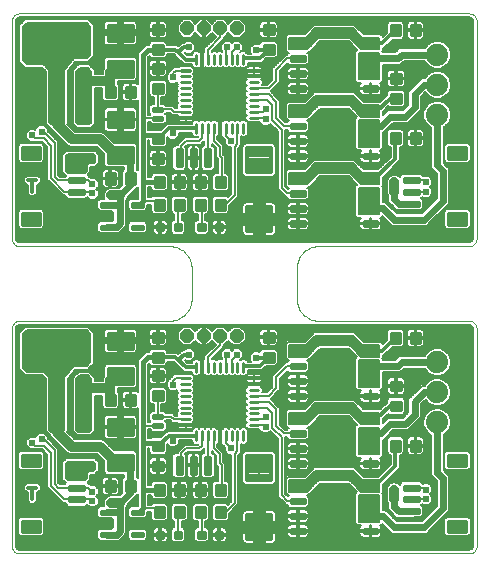
<source format=gtl>
G75*
%MOIN*%
%OFA0B0*%
%FSLAX24Y24*%
%IPPOS*%
%LPD*%
%AMOC8*
5,1,8,0,0,1.08239X$1,22.5*
%
%ADD10C,0.0000*%
%ADD11C,0.0120*%
%ADD12C,0.0142*%
%ADD13C,0.0740*%
%ADD14C,0.0098*%
%ADD15C,0.0099*%
%ADD16C,0.0100*%
%ADD17C,0.0100*%
%ADD18C,0.0099*%
%ADD19C,0.0101*%
%ADD20C,0.0100*%
%ADD21OC8,0.0440*%
%ADD22C,0.0101*%
%ADD23C,0.0130*%
%ADD24C,0.0060*%
%ADD25C,0.0277*%
%ADD26C,0.0240*%
%ADD27C,0.0240*%
%ADD28C,0.0160*%
%ADD29C,0.0356*%
%ADD30C,0.0320*%
%ADD31C,0.0220*%
D10*
X000425Y000238D02*
X015425Y000238D01*
X015455Y000240D01*
X015485Y000245D01*
X015514Y000254D01*
X015541Y000267D01*
X015567Y000282D01*
X015591Y000301D01*
X015612Y000322D01*
X015631Y000346D01*
X015646Y000372D01*
X015659Y000399D01*
X015668Y000428D01*
X015673Y000458D01*
X015675Y000488D01*
X015675Y007738D01*
X015673Y007768D01*
X015668Y007798D01*
X015659Y007827D01*
X015646Y007854D01*
X015631Y007880D01*
X015612Y007904D01*
X015591Y007925D01*
X015567Y007944D01*
X015541Y007959D01*
X015514Y007972D01*
X015485Y007981D01*
X015455Y007986D01*
X015425Y007988D01*
X010425Y007988D01*
X010371Y007990D01*
X010318Y007996D01*
X010266Y008005D01*
X010214Y008018D01*
X010163Y008035D01*
X010113Y008056D01*
X010066Y008080D01*
X010020Y008107D01*
X009976Y008138D01*
X009934Y008171D01*
X009895Y008208D01*
X009858Y008247D01*
X009825Y008289D01*
X009794Y008333D01*
X009767Y008379D01*
X009743Y008426D01*
X009722Y008476D01*
X009705Y008527D01*
X009692Y008579D01*
X009683Y008631D01*
X009677Y008684D01*
X009675Y008738D01*
X009675Y009738D01*
X009677Y009792D01*
X009683Y009845D01*
X009692Y009897D01*
X009705Y009949D01*
X009722Y010000D01*
X009743Y010050D01*
X009767Y010097D01*
X009794Y010143D01*
X009825Y010187D01*
X009858Y010229D01*
X009895Y010268D01*
X009934Y010305D01*
X009976Y010338D01*
X010020Y010369D01*
X010066Y010396D01*
X010113Y010420D01*
X010163Y010441D01*
X010214Y010458D01*
X010266Y010471D01*
X010318Y010480D01*
X010371Y010486D01*
X010425Y010488D01*
X015425Y010488D01*
X015455Y010490D01*
X015485Y010495D01*
X015514Y010504D01*
X015541Y010517D01*
X015567Y010532D01*
X015591Y010551D01*
X015612Y010572D01*
X015631Y010596D01*
X015646Y010622D01*
X015659Y010649D01*
X015668Y010678D01*
X015673Y010708D01*
X015675Y010738D01*
X015675Y017988D01*
X015673Y018018D01*
X015668Y018048D01*
X015659Y018077D01*
X015646Y018104D01*
X015631Y018130D01*
X015612Y018154D01*
X015591Y018175D01*
X015567Y018194D01*
X015541Y018209D01*
X015514Y018222D01*
X015485Y018231D01*
X015455Y018236D01*
X015425Y018238D01*
X000425Y018238D01*
X000395Y018236D01*
X000365Y018231D01*
X000336Y018222D01*
X000309Y018209D01*
X000283Y018194D01*
X000259Y018175D01*
X000238Y018154D01*
X000219Y018130D01*
X000204Y018104D01*
X000191Y018077D01*
X000182Y018048D01*
X000177Y018018D01*
X000175Y017988D01*
X000175Y010738D01*
X000177Y010708D01*
X000182Y010678D01*
X000191Y010649D01*
X000204Y010622D01*
X000219Y010596D01*
X000238Y010572D01*
X000259Y010551D01*
X000283Y010532D01*
X000309Y010517D01*
X000336Y010504D01*
X000365Y010495D01*
X000395Y010490D01*
X000425Y010488D01*
X005425Y010488D01*
X005479Y010486D01*
X005532Y010480D01*
X005584Y010471D01*
X005636Y010458D01*
X005687Y010441D01*
X005737Y010420D01*
X005784Y010396D01*
X005830Y010369D01*
X005874Y010338D01*
X005916Y010305D01*
X005955Y010268D01*
X005992Y010229D01*
X006025Y010187D01*
X006056Y010143D01*
X006083Y010097D01*
X006107Y010050D01*
X006128Y010000D01*
X006145Y009949D01*
X006158Y009897D01*
X006167Y009845D01*
X006173Y009792D01*
X006175Y009738D01*
X006175Y008738D01*
X006173Y008684D01*
X006167Y008631D01*
X006158Y008579D01*
X006145Y008527D01*
X006128Y008476D01*
X006107Y008426D01*
X006083Y008379D01*
X006056Y008333D01*
X006025Y008289D01*
X005992Y008247D01*
X005955Y008208D01*
X005916Y008171D01*
X005874Y008138D01*
X005830Y008107D01*
X005784Y008080D01*
X005737Y008056D01*
X005687Y008035D01*
X005636Y008018D01*
X005584Y008005D01*
X005532Y007996D01*
X005479Y007990D01*
X005425Y007988D01*
X000425Y007988D01*
X000395Y007986D01*
X000365Y007981D01*
X000336Y007972D01*
X000309Y007959D01*
X000283Y007944D01*
X000259Y007925D01*
X000238Y007904D01*
X000219Y007880D01*
X000204Y007854D01*
X000191Y007827D01*
X000182Y007798D01*
X000177Y007768D01*
X000175Y007738D01*
X000175Y000488D01*
X000177Y000458D01*
X000182Y000428D01*
X000191Y000399D01*
X000204Y000372D01*
X000219Y000346D01*
X000238Y000322D01*
X000259Y000301D01*
X000283Y000282D01*
X000309Y000267D01*
X000336Y000254D01*
X000365Y000245D01*
X000395Y000240D01*
X000425Y000238D01*
D11*
X000862Y002048D02*
X000862Y002428D01*
X000735Y002428D02*
X000989Y002428D01*
X005050Y003822D02*
X005197Y003947D01*
X005408Y004158D01*
X005550Y004158D01*
X006325Y004158D01*
X006300Y004519D02*
X005613Y004519D01*
X006519Y006081D02*
X006519Y006769D01*
X006325Y006442D02*
X005971Y006442D01*
X005722Y006691D01*
X005925Y006863D01*
X006081Y006863D01*
X005722Y006691D02*
X005635Y006778D01*
X005050Y006778D01*
X007113Y004519D02*
X007113Y003831D01*
X007925Y005894D02*
X008613Y005894D01*
X008613Y006081D02*
X007925Y006081D01*
X007917Y006488D02*
X008447Y006488D01*
X008738Y006778D01*
X008684Y006769D02*
X008331Y006769D01*
X012135Y006988D02*
X012528Y006988D01*
X012965Y007425D01*
X012988Y005153D02*
X012778Y005153D01*
X012363Y004738D01*
X012135Y004738D01*
X012965Y003831D02*
X012965Y003153D01*
X012300Y002488D01*
X012135Y002488D01*
X012135Y012738D02*
X012300Y012738D01*
X012965Y013403D01*
X012965Y014081D01*
X012363Y014988D02*
X012135Y014988D01*
X012363Y014988D02*
X012778Y015403D01*
X012988Y015403D01*
X012528Y017238D02*
X012135Y017238D01*
X012528Y017238D02*
X012965Y017675D01*
X008738Y017028D02*
X008447Y016738D01*
X007917Y016738D01*
X008331Y017019D02*
X008684Y017019D01*
X008613Y016331D02*
X007925Y016331D01*
X007925Y016144D02*
X008613Y016144D01*
X007113Y014769D02*
X007113Y014081D01*
X006325Y014408D02*
X005550Y014408D01*
X005408Y014408D01*
X005197Y014197D01*
X005050Y014072D01*
X005613Y014769D02*
X006300Y014769D01*
X006519Y016331D02*
X006519Y017019D01*
X006325Y016692D02*
X005971Y016692D01*
X005722Y016941D01*
X005925Y017113D01*
X006081Y017113D01*
X005722Y016941D02*
X005635Y017028D01*
X005050Y017028D01*
X000989Y012678D02*
X000735Y012678D01*
X000862Y012678D02*
X000862Y012298D01*
D12*
X008826Y011779D02*
X008826Y010977D01*
X008024Y010977D01*
X008024Y011779D01*
X008826Y011779D01*
X008826Y011118D02*
X008024Y011118D01*
X008024Y011259D02*
X008826Y011259D01*
X008826Y011400D02*
X008024Y011400D01*
X008024Y011541D02*
X008826Y011541D01*
X008826Y011682D02*
X008024Y011682D01*
X008024Y012946D02*
X008024Y013748D01*
X008826Y013748D01*
X008826Y012946D01*
X008024Y012946D01*
X008024Y013087D02*
X008826Y013087D01*
X008826Y013228D02*
X008024Y013228D01*
X008024Y013369D02*
X008826Y013369D01*
X008826Y013510D02*
X008024Y013510D01*
X008024Y013651D02*
X008826Y013651D01*
X008024Y003498D02*
X008024Y002696D01*
X008024Y003498D02*
X008826Y003498D01*
X008826Y002696D01*
X008024Y002696D01*
X008024Y002837D02*
X008826Y002837D01*
X008826Y002978D02*
X008024Y002978D01*
X008024Y003119D02*
X008826Y003119D01*
X008826Y003260D02*
X008024Y003260D01*
X008024Y003401D02*
X008826Y003401D01*
X008826Y001529D02*
X008826Y000727D01*
X008024Y000727D01*
X008024Y001529D01*
X008826Y001529D01*
X008826Y000868D02*
X008024Y000868D01*
X008024Y001009D02*
X008826Y001009D01*
X008826Y001150D02*
X008024Y001150D01*
X008024Y001291D02*
X008826Y001291D01*
X008826Y001432D02*
X008024Y001432D01*
D13*
X014363Y004613D03*
X014363Y005613D03*
X014363Y006613D03*
X014363Y014863D03*
X014363Y015863D03*
X014363Y016863D03*
D14*
X013783Y017508D02*
X013783Y017842D01*
X013783Y017508D02*
X013487Y017508D01*
X013487Y017842D01*
X013783Y017842D01*
X013783Y017605D02*
X013487Y017605D01*
X013487Y017702D02*
X013783Y017702D01*
X013783Y017799D02*
X013487Y017799D01*
X013113Y017842D02*
X013113Y017508D01*
X012817Y017508D01*
X012817Y017842D01*
X013113Y017842D01*
X013113Y017605D02*
X012817Y017605D01*
X012817Y017702D02*
X013113Y017702D01*
X013113Y017799D02*
X012817Y017799D01*
X012821Y016220D02*
X013155Y016220D01*
X013155Y015924D01*
X012821Y015924D01*
X012821Y016220D01*
X012821Y016021D02*
X013155Y016021D01*
X013155Y016118D02*
X012821Y016118D01*
X012821Y016215D02*
X013155Y016215D01*
X013155Y015551D02*
X012821Y015551D01*
X013155Y015551D02*
X013155Y015255D01*
X012821Y015255D01*
X012821Y015551D01*
X012821Y015352D02*
X013155Y015352D01*
X013155Y015449D02*
X012821Y015449D01*
X012821Y015546D02*
X013155Y015546D01*
X013113Y014248D02*
X013113Y013914D01*
X012817Y013914D01*
X012817Y014248D01*
X013113Y014248D01*
X013113Y014011D02*
X012817Y014011D01*
X012817Y014108D02*
X013113Y014108D01*
X013113Y014205D02*
X012817Y014205D01*
X013783Y014248D02*
X013783Y013914D01*
X013487Y013914D01*
X013487Y014248D01*
X013783Y014248D01*
X013783Y014011D02*
X013487Y014011D01*
X013487Y014108D02*
X013783Y014108D01*
X013783Y014205D02*
X013487Y014205D01*
X008905Y017176D02*
X008571Y017176D01*
X008905Y017176D02*
X008905Y016880D01*
X008571Y016880D01*
X008571Y017176D01*
X008571Y016977D02*
X008905Y016977D01*
X008905Y017074D02*
X008571Y017074D01*
X008571Y017171D02*
X008905Y017171D01*
X008905Y017845D02*
X008571Y017845D01*
X008905Y017845D02*
X008905Y017549D01*
X008571Y017549D01*
X008571Y017845D01*
X008571Y017646D02*
X008905Y017646D01*
X008905Y017743D02*
X008571Y017743D01*
X008571Y017840D02*
X008905Y017840D01*
X007900Y016840D02*
X007900Y016544D01*
X007703Y016544D02*
X007703Y016840D01*
X007506Y016840D02*
X007506Y016544D01*
X007309Y016544D02*
X007309Y016840D01*
X007113Y016840D02*
X007113Y016544D01*
X006916Y016544D02*
X006916Y016840D01*
X006719Y016840D02*
X006719Y016544D01*
X006522Y016544D02*
X006522Y016840D01*
X006325Y016840D02*
X006325Y016544D01*
X006119Y016141D02*
X005823Y016141D01*
X005823Y015944D02*
X006119Y015944D01*
X006119Y015747D02*
X005823Y015747D01*
X005823Y015550D02*
X006119Y015550D01*
X006119Y015353D02*
X005823Y015353D01*
X005823Y015156D02*
X006119Y015156D01*
X006119Y014959D02*
X005823Y014959D01*
X005823Y014763D02*
X006119Y014763D01*
X006325Y014556D02*
X006325Y014260D01*
X006522Y014260D02*
X006522Y014556D01*
X006719Y014556D02*
X006719Y014260D01*
X006916Y014260D02*
X006916Y014556D01*
X007113Y014556D02*
X007113Y014260D01*
X007309Y014260D02*
X007309Y014556D01*
X007506Y014556D02*
X007506Y014260D01*
X007703Y014260D02*
X007703Y014556D01*
X007900Y014556D02*
X007900Y014260D01*
X008106Y014763D02*
X008402Y014763D01*
X008402Y014959D02*
X008106Y014959D01*
X008106Y015156D02*
X008402Y015156D01*
X008402Y015353D02*
X008106Y015353D01*
X008106Y015550D02*
X008402Y015550D01*
X008402Y015747D02*
X008106Y015747D01*
X008106Y015944D02*
X008402Y015944D01*
X008402Y016141D02*
X008106Y016141D01*
X008106Y016337D02*
X008402Y016337D01*
X006987Y012780D02*
X006987Y012446D01*
X006987Y012780D02*
X007283Y012780D01*
X007283Y012446D01*
X006987Y012446D01*
X006987Y012543D02*
X007283Y012543D01*
X007283Y012640D02*
X006987Y012640D01*
X006987Y012737D02*
X007283Y012737D01*
X007283Y012030D02*
X006987Y012030D01*
X007283Y012030D02*
X007283Y011696D01*
X006987Y011696D01*
X006987Y012030D01*
X006987Y011793D02*
X007283Y011793D01*
X007283Y011890D02*
X006987Y011890D01*
X006987Y011987D02*
X007283Y011987D01*
X006613Y012030D02*
X006317Y012030D01*
X006613Y012030D02*
X006613Y011696D01*
X006317Y011696D01*
X006317Y012030D01*
X006317Y011793D02*
X006613Y011793D01*
X006613Y011890D02*
X006317Y011890D01*
X006317Y011987D02*
X006613Y011987D01*
X006317Y012446D02*
X006317Y012780D01*
X006613Y012780D01*
X006613Y012446D01*
X006317Y012446D01*
X006317Y012543D02*
X006613Y012543D01*
X006613Y012640D02*
X006317Y012640D01*
X006317Y012737D02*
X006613Y012737D01*
X005908Y012780D02*
X005908Y012446D01*
X005612Y012446D01*
X005612Y012780D01*
X005908Y012780D01*
X005908Y012543D02*
X005612Y012543D01*
X005612Y012640D02*
X005908Y012640D01*
X005908Y012737D02*
X005612Y012737D01*
X005238Y012780D02*
X005238Y012446D01*
X004942Y012446D01*
X004942Y012780D01*
X005238Y012780D01*
X005238Y012543D02*
X004942Y012543D01*
X004942Y012640D02*
X005238Y012640D01*
X005238Y012737D02*
X004942Y012737D01*
X004883Y013255D02*
X005217Y013255D01*
X004883Y013255D02*
X004883Y013551D01*
X005217Y013551D01*
X005217Y013255D01*
X005217Y013352D02*
X004883Y013352D01*
X004883Y013449D02*
X005217Y013449D01*
X005217Y013546D02*
X004883Y013546D01*
X004883Y013924D02*
X005217Y013924D01*
X004883Y013924D02*
X004883Y014220D01*
X005217Y014220D01*
X005217Y013924D01*
X005217Y014021D02*
X004883Y014021D01*
X004883Y014118D02*
X005217Y014118D01*
X005217Y014215D02*
X004883Y014215D01*
X004883Y015599D02*
X004883Y015895D01*
X005217Y015895D01*
X005217Y015599D01*
X004883Y015599D01*
X004883Y015696D02*
X005217Y015696D01*
X005217Y015793D02*
X004883Y015793D01*
X004883Y015890D02*
X005217Y015890D01*
X004883Y016268D02*
X004883Y016564D01*
X005217Y016564D01*
X005217Y016268D01*
X004883Y016268D01*
X004883Y016365D02*
X005217Y016365D01*
X005217Y016462D02*
X004883Y016462D01*
X004883Y016559D02*
X005217Y016559D01*
X005217Y017176D02*
X004883Y017176D01*
X005217Y017176D02*
X005217Y016880D01*
X004883Y016880D01*
X004883Y017176D01*
X004883Y016977D02*
X005217Y016977D01*
X005217Y017074D02*
X004883Y017074D01*
X004883Y017171D02*
X005217Y017171D01*
X005217Y017845D02*
X004883Y017845D01*
X005217Y017845D02*
X005217Y017549D01*
X004883Y017549D01*
X004883Y017845D01*
X004883Y017646D02*
X005217Y017646D01*
X005217Y017743D02*
X004883Y017743D01*
X004883Y017840D02*
X005217Y017840D01*
X004283Y015780D02*
X004283Y015446D01*
X003987Y015446D01*
X003987Y015780D01*
X004283Y015780D01*
X004283Y015543D02*
X003987Y015543D01*
X003987Y015640D02*
X004283Y015640D01*
X004283Y015737D02*
X003987Y015737D01*
X003613Y015780D02*
X003613Y015446D01*
X003317Y015446D01*
X003317Y015780D01*
X003613Y015780D01*
X003613Y015543D02*
X003317Y015543D01*
X003317Y015640D02*
X003613Y015640D01*
X003613Y015737D02*
X003317Y015737D01*
X003317Y012905D02*
X003317Y012571D01*
X003317Y012905D02*
X003613Y012905D01*
X003613Y012571D01*
X003317Y012571D01*
X003317Y012668D02*
X003613Y012668D01*
X003613Y012765D02*
X003317Y012765D01*
X003317Y012862D02*
X003613Y012862D01*
X003987Y012905D02*
X003987Y012571D01*
X003987Y012905D02*
X004283Y012905D01*
X004283Y012571D01*
X003987Y012571D01*
X003987Y012668D02*
X004283Y012668D01*
X004283Y012765D02*
X003987Y012765D01*
X003987Y012862D02*
X004283Y012862D01*
X004942Y011696D02*
X005238Y011696D01*
X004942Y011696D02*
X004942Y012030D01*
X005238Y012030D01*
X005238Y011696D01*
X005238Y011793D02*
X004942Y011793D01*
X004942Y011890D02*
X005238Y011890D01*
X005238Y011987D02*
X004942Y011987D01*
X005612Y011696D02*
X005908Y011696D01*
X005612Y011696D02*
X005612Y012030D01*
X005908Y012030D01*
X005908Y011696D01*
X005908Y011793D02*
X005612Y011793D01*
X005612Y011890D02*
X005908Y011890D01*
X005908Y011987D02*
X005612Y011987D01*
X005217Y007595D02*
X004883Y007595D01*
X005217Y007595D02*
X005217Y007299D01*
X004883Y007299D01*
X004883Y007595D01*
X004883Y007396D02*
X005217Y007396D01*
X005217Y007493D02*
X004883Y007493D01*
X004883Y007590D02*
X005217Y007590D01*
X005217Y006926D02*
X004883Y006926D01*
X005217Y006926D02*
X005217Y006630D01*
X004883Y006630D01*
X004883Y006926D01*
X004883Y006727D02*
X005217Y006727D01*
X005217Y006824D02*
X004883Y006824D01*
X004883Y006921D02*
X005217Y006921D01*
X004883Y006314D02*
X004883Y006018D01*
X004883Y006314D02*
X005217Y006314D01*
X005217Y006018D01*
X004883Y006018D01*
X004883Y006115D02*
X005217Y006115D01*
X005217Y006212D02*
X004883Y006212D01*
X004883Y006309D02*
X005217Y006309D01*
X005823Y005891D02*
X006119Y005891D01*
X006119Y005694D02*
X005823Y005694D01*
X005823Y005497D02*
X006119Y005497D01*
X006119Y005300D02*
X005823Y005300D01*
X005823Y005103D02*
X006119Y005103D01*
X006119Y004906D02*
X005823Y004906D01*
X005823Y004709D02*
X006119Y004709D01*
X006119Y004513D02*
X005823Y004513D01*
X006325Y004306D02*
X006325Y004010D01*
X006522Y004010D02*
X006522Y004306D01*
X006719Y004306D02*
X006719Y004010D01*
X006916Y004010D02*
X006916Y004306D01*
X007113Y004306D02*
X007113Y004010D01*
X007309Y004010D02*
X007309Y004306D01*
X007506Y004306D02*
X007506Y004010D01*
X007703Y004010D02*
X007703Y004306D01*
X007900Y004306D02*
X007900Y004010D01*
X008106Y004513D02*
X008402Y004513D01*
X008402Y004709D02*
X008106Y004709D01*
X008106Y004906D02*
X008402Y004906D01*
X008402Y005103D02*
X008106Y005103D01*
X008106Y005300D02*
X008402Y005300D01*
X008402Y005497D02*
X008106Y005497D01*
X008106Y005694D02*
X008402Y005694D01*
X008402Y005891D02*
X008106Y005891D01*
X008106Y006087D02*
X008402Y006087D01*
X008571Y006926D02*
X008905Y006926D01*
X008905Y006630D01*
X008571Y006630D01*
X008571Y006926D01*
X008571Y006727D02*
X008905Y006727D01*
X008905Y006824D02*
X008571Y006824D01*
X008571Y006921D02*
X008905Y006921D01*
X008905Y007595D02*
X008571Y007595D01*
X008905Y007595D02*
X008905Y007299D01*
X008571Y007299D01*
X008571Y007595D01*
X008571Y007396D02*
X008905Y007396D01*
X008905Y007493D02*
X008571Y007493D01*
X008571Y007590D02*
X008905Y007590D01*
X007900Y006590D02*
X007900Y006294D01*
X007703Y006294D02*
X007703Y006590D01*
X007506Y006590D02*
X007506Y006294D01*
X007309Y006294D02*
X007309Y006590D01*
X007113Y006590D02*
X007113Y006294D01*
X006916Y006294D02*
X006916Y006590D01*
X006719Y006590D02*
X006719Y006294D01*
X006522Y006294D02*
X006522Y006590D01*
X006325Y006590D02*
X006325Y006294D01*
X004883Y005645D02*
X004883Y005349D01*
X004883Y005645D02*
X005217Y005645D01*
X005217Y005349D01*
X004883Y005349D01*
X004883Y005446D02*
X005217Y005446D01*
X005217Y005543D02*
X004883Y005543D01*
X004883Y005640D02*
X005217Y005640D01*
X004283Y005530D02*
X004283Y005196D01*
X003987Y005196D01*
X003987Y005530D01*
X004283Y005530D01*
X004283Y005293D02*
X003987Y005293D01*
X003987Y005390D02*
X004283Y005390D01*
X004283Y005487D02*
X003987Y005487D01*
X003613Y005530D02*
X003613Y005196D01*
X003317Y005196D01*
X003317Y005530D01*
X003613Y005530D01*
X003613Y005293D02*
X003317Y005293D01*
X003317Y005390D02*
X003613Y005390D01*
X003613Y005487D02*
X003317Y005487D01*
X004883Y003674D02*
X005217Y003674D01*
X004883Y003674D02*
X004883Y003970D01*
X005217Y003970D01*
X005217Y003674D01*
X005217Y003771D02*
X004883Y003771D01*
X004883Y003868D02*
X005217Y003868D01*
X005217Y003965D02*
X004883Y003965D01*
X004883Y003005D02*
X005217Y003005D01*
X004883Y003005D02*
X004883Y003301D01*
X005217Y003301D01*
X005217Y003005D01*
X005217Y003102D02*
X004883Y003102D01*
X004883Y003199D02*
X005217Y003199D01*
X005217Y003296D02*
X004883Y003296D01*
X003987Y002655D02*
X003987Y002321D01*
X003987Y002655D02*
X004283Y002655D01*
X004283Y002321D01*
X003987Y002321D01*
X003987Y002418D02*
X004283Y002418D01*
X004283Y002515D02*
X003987Y002515D01*
X003987Y002612D02*
X004283Y002612D01*
X005238Y002530D02*
X005238Y002196D01*
X004942Y002196D01*
X004942Y002530D01*
X005238Y002530D01*
X005238Y002293D02*
X004942Y002293D01*
X004942Y002390D02*
X005238Y002390D01*
X005238Y002487D02*
X004942Y002487D01*
X005908Y002530D02*
X005908Y002196D01*
X005612Y002196D01*
X005612Y002530D01*
X005908Y002530D01*
X005908Y002293D02*
X005612Y002293D01*
X005612Y002390D02*
X005908Y002390D01*
X005908Y002487D02*
X005612Y002487D01*
X006317Y002530D02*
X006317Y002196D01*
X006317Y002530D02*
X006613Y002530D01*
X006613Y002196D01*
X006317Y002196D01*
X006317Y002293D02*
X006613Y002293D01*
X006613Y002390D02*
X006317Y002390D01*
X006317Y002487D02*
X006613Y002487D01*
X006987Y002530D02*
X006987Y002196D01*
X006987Y002530D02*
X007283Y002530D01*
X007283Y002196D01*
X006987Y002196D01*
X006987Y002293D02*
X007283Y002293D01*
X007283Y002390D02*
X006987Y002390D01*
X006987Y002487D02*
X007283Y002487D01*
X007283Y001780D02*
X006987Y001780D01*
X007283Y001780D02*
X007283Y001446D01*
X006987Y001446D01*
X006987Y001780D01*
X006987Y001543D02*
X007283Y001543D01*
X007283Y001640D02*
X006987Y001640D01*
X006987Y001737D02*
X007283Y001737D01*
X006613Y001780D02*
X006317Y001780D01*
X006613Y001780D02*
X006613Y001446D01*
X006317Y001446D01*
X006317Y001780D01*
X006317Y001543D02*
X006613Y001543D01*
X006613Y001640D02*
X006317Y001640D01*
X006317Y001737D02*
X006613Y001737D01*
X005908Y001446D02*
X005612Y001446D01*
X005612Y001780D01*
X005908Y001780D01*
X005908Y001446D01*
X005908Y001543D02*
X005612Y001543D01*
X005612Y001640D02*
X005908Y001640D01*
X005908Y001737D02*
X005612Y001737D01*
X005238Y001446D02*
X004942Y001446D01*
X004942Y001780D01*
X005238Y001780D01*
X005238Y001446D01*
X005238Y001543D02*
X004942Y001543D01*
X004942Y001640D02*
X005238Y001640D01*
X005238Y001737D02*
X004942Y001737D01*
X003317Y002321D02*
X003317Y002655D01*
X003613Y002655D01*
X003613Y002321D01*
X003317Y002321D01*
X003317Y002418D02*
X003613Y002418D01*
X003613Y002515D02*
X003317Y002515D01*
X003317Y002612D02*
X003613Y002612D01*
X013113Y003664D02*
X013113Y003998D01*
X013113Y003664D02*
X012817Y003664D01*
X012817Y003998D01*
X013113Y003998D01*
X013113Y003761D02*
X012817Y003761D01*
X012817Y003858D02*
X013113Y003858D01*
X013113Y003955D02*
X012817Y003955D01*
X013783Y003998D02*
X013783Y003664D01*
X013487Y003664D01*
X013487Y003998D01*
X013783Y003998D01*
X013783Y003761D02*
X013487Y003761D01*
X013487Y003858D02*
X013783Y003858D01*
X013783Y003955D02*
X013487Y003955D01*
X013155Y005301D02*
X012821Y005301D01*
X013155Y005301D02*
X013155Y005005D01*
X012821Y005005D01*
X012821Y005301D01*
X012821Y005102D02*
X013155Y005102D01*
X013155Y005199D02*
X012821Y005199D01*
X012821Y005296D02*
X013155Y005296D01*
X013155Y005970D02*
X012821Y005970D01*
X013155Y005970D02*
X013155Y005674D01*
X012821Y005674D01*
X012821Y005970D01*
X012821Y005771D02*
X013155Y005771D01*
X013155Y005868D02*
X012821Y005868D01*
X012821Y005965D02*
X013155Y005965D01*
X013113Y007258D02*
X013113Y007592D01*
X013113Y007258D02*
X012817Y007258D01*
X012817Y007592D01*
X013113Y007592D01*
X013113Y007355D02*
X012817Y007355D01*
X012817Y007452D02*
X013113Y007452D01*
X013113Y007549D02*
X012817Y007549D01*
X013783Y007592D02*
X013783Y007258D01*
X013487Y007258D01*
X013487Y007592D01*
X013783Y007592D01*
X013783Y007355D02*
X013487Y007355D01*
X013487Y007452D02*
X013783Y007452D01*
X013783Y007549D02*
X013487Y007549D01*
D15*
X011909Y007069D02*
X011909Y006907D01*
X011909Y007069D02*
X012361Y007069D01*
X012361Y006907D01*
X011909Y006907D01*
X011909Y007005D02*
X012361Y007005D01*
X011909Y006569D02*
X011909Y006407D01*
X011909Y006569D02*
X012361Y006569D01*
X012361Y006407D01*
X011909Y006407D01*
X011909Y006505D02*
X012361Y006505D01*
X011909Y006069D02*
X011909Y005907D01*
X011909Y006069D02*
X012361Y006069D01*
X012361Y005907D01*
X011909Y005907D01*
X011909Y006005D02*
X012361Y006005D01*
X011909Y005569D02*
X011909Y005407D01*
X011909Y005569D02*
X012361Y005569D01*
X012361Y005407D01*
X011909Y005407D01*
X011909Y005505D02*
X012361Y005505D01*
X011909Y004819D02*
X011909Y004657D01*
X011909Y004819D02*
X012361Y004819D01*
X012361Y004657D01*
X011909Y004657D01*
X011909Y004755D02*
X012361Y004755D01*
X011909Y004319D02*
X011909Y004157D01*
X011909Y004319D02*
X012361Y004319D01*
X012361Y004157D01*
X011909Y004157D01*
X011909Y004255D02*
X012361Y004255D01*
X011909Y003819D02*
X011909Y003657D01*
X011909Y003819D02*
X012361Y003819D01*
X012361Y003657D01*
X011909Y003657D01*
X011909Y003755D02*
X012361Y003755D01*
X011909Y003319D02*
X011909Y003157D01*
X011909Y003319D02*
X012361Y003319D01*
X012361Y003157D01*
X011909Y003157D01*
X011909Y003255D02*
X012361Y003255D01*
X011909Y002569D02*
X011909Y002407D01*
X011909Y002569D02*
X012361Y002569D01*
X012361Y002407D01*
X011909Y002407D01*
X011909Y002505D02*
X012361Y002505D01*
X011909Y002069D02*
X011909Y001907D01*
X011909Y002069D02*
X012361Y002069D01*
X012361Y001907D01*
X011909Y001907D01*
X011909Y002005D02*
X012361Y002005D01*
X011909Y001569D02*
X011909Y001407D01*
X011909Y001569D02*
X012361Y001569D01*
X012361Y001407D01*
X011909Y001407D01*
X011909Y001505D02*
X012361Y001505D01*
X011909Y001069D02*
X011909Y000907D01*
X011909Y001069D02*
X012361Y001069D01*
X012361Y000907D01*
X011909Y000907D01*
X011909Y001005D02*
X012361Y001005D01*
X009489Y001069D02*
X009489Y000907D01*
X009489Y001069D02*
X009941Y001069D01*
X009941Y000907D01*
X009489Y000907D01*
X009489Y001005D02*
X009941Y001005D01*
X009489Y001407D02*
X009489Y001569D01*
X009941Y001569D01*
X009941Y001407D01*
X009489Y001407D01*
X009489Y001505D02*
X009941Y001505D01*
X009489Y001907D02*
X009489Y002069D01*
X009941Y002069D01*
X009941Y001907D01*
X009489Y001907D01*
X009489Y002005D02*
X009941Y002005D01*
X009489Y002407D02*
X009489Y002569D01*
X009941Y002569D01*
X009941Y002407D01*
X009489Y002407D01*
X009489Y002505D02*
X009941Y002505D01*
X009489Y003157D02*
X009489Y003319D01*
X009941Y003319D01*
X009941Y003157D01*
X009489Y003157D01*
X009489Y003255D02*
X009941Y003255D01*
X009489Y003657D02*
X009489Y003819D01*
X009941Y003819D01*
X009941Y003657D01*
X009489Y003657D01*
X009489Y003755D02*
X009941Y003755D01*
X009489Y004157D02*
X009489Y004319D01*
X009941Y004319D01*
X009941Y004157D01*
X009489Y004157D01*
X009489Y004255D02*
X009941Y004255D01*
X009489Y004657D02*
X009489Y004819D01*
X009941Y004819D01*
X009941Y004657D01*
X009489Y004657D01*
X009489Y004755D02*
X009941Y004755D01*
X009489Y005407D02*
X009489Y005569D01*
X009941Y005569D01*
X009941Y005407D01*
X009489Y005407D01*
X009489Y005505D02*
X009941Y005505D01*
X009489Y005907D02*
X009489Y006069D01*
X009941Y006069D01*
X009941Y005907D01*
X009489Y005907D01*
X009489Y006005D02*
X009941Y006005D01*
X009489Y006407D02*
X009489Y006569D01*
X009941Y006569D01*
X009941Y006407D01*
X009489Y006407D01*
X009489Y006505D02*
X009941Y006505D01*
X009489Y006907D02*
X009489Y007069D01*
X009941Y007069D01*
X009941Y006907D01*
X009489Y006907D01*
X009489Y007005D02*
X009941Y007005D01*
X009489Y011157D02*
X009489Y011319D01*
X009941Y011319D01*
X009941Y011157D01*
X009489Y011157D01*
X009489Y011255D02*
X009941Y011255D01*
X009489Y011657D02*
X009489Y011819D01*
X009941Y011819D01*
X009941Y011657D01*
X009489Y011657D01*
X009489Y011755D02*
X009941Y011755D01*
X009489Y012157D02*
X009489Y012319D01*
X009941Y012319D01*
X009941Y012157D01*
X009489Y012157D01*
X009489Y012255D02*
X009941Y012255D01*
X009489Y012657D02*
X009489Y012819D01*
X009941Y012819D01*
X009941Y012657D01*
X009489Y012657D01*
X009489Y012755D02*
X009941Y012755D01*
X009489Y013407D02*
X009489Y013569D01*
X009941Y013569D01*
X009941Y013407D01*
X009489Y013407D01*
X009489Y013505D02*
X009941Y013505D01*
X009489Y013907D02*
X009489Y014069D01*
X009941Y014069D01*
X009941Y013907D01*
X009489Y013907D01*
X009489Y014005D02*
X009941Y014005D01*
X009489Y014407D02*
X009489Y014569D01*
X009941Y014569D01*
X009941Y014407D01*
X009489Y014407D01*
X009489Y014505D02*
X009941Y014505D01*
X009489Y014907D02*
X009489Y015069D01*
X009941Y015069D01*
X009941Y014907D01*
X009489Y014907D01*
X009489Y015005D02*
X009941Y015005D01*
X009489Y015657D02*
X009489Y015819D01*
X009941Y015819D01*
X009941Y015657D01*
X009489Y015657D01*
X009489Y015755D02*
X009941Y015755D01*
X009489Y016157D02*
X009489Y016319D01*
X009941Y016319D01*
X009941Y016157D01*
X009489Y016157D01*
X009489Y016255D02*
X009941Y016255D01*
X009489Y016657D02*
X009489Y016819D01*
X009941Y016819D01*
X009941Y016657D01*
X009489Y016657D01*
X009489Y016755D02*
X009941Y016755D01*
X009489Y017157D02*
X009489Y017319D01*
X009941Y017319D01*
X009941Y017157D01*
X009489Y017157D01*
X009489Y017255D02*
X009941Y017255D01*
X011909Y017319D02*
X011909Y017157D01*
X011909Y017319D02*
X012361Y017319D01*
X012361Y017157D01*
X011909Y017157D01*
X011909Y017255D02*
X012361Y017255D01*
X011909Y016819D02*
X011909Y016657D01*
X011909Y016819D02*
X012361Y016819D01*
X012361Y016657D01*
X011909Y016657D01*
X011909Y016755D02*
X012361Y016755D01*
X011909Y016319D02*
X011909Y016157D01*
X011909Y016319D02*
X012361Y016319D01*
X012361Y016157D01*
X011909Y016157D01*
X011909Y016255D02*
X012361Y016255D01*
X011909Y015819D02*
X011909Y015657D01*
X011909Y015819D02*
X012361Y015819D01*
X012361Y015657D01*
X011909Y015657D01*
X011909Y015755D02*
X012361Y015755D01*
X011909Y015069D02*
X011909Y014907D01*
X011909Y015069D02*
X012361Y015069D01*
X012361Y014907D01*
X011909Y014907D01*
X011909Y015005D02*
X012361Y015005D01*
X011909Y014569D02*
X011909Y014407D01*
X011909Y014569D02*
X012361Y014569D01*
X012361Y014407D01*
X011909Y014407D01*
X011909Y014505D02*
X012361Y014505D01*
X011909Y014069D02*
X011909Y013907D01*
X011909Y014069D02*
X012361Y014069D01*
X012361Y013907D01*
X011909Y013907D01*
X011909Y014005D02*
X012361Y014005D01*
X011909Y013569D02*
X011909Y013407D01*
X011909Y013569D02*
X012361Y013569D01*
X012361Y013407D01*
X011909Y013407D01*
X011909Y013505D02*
X012361Y013505D01*
X011909Y012819D02*
X011909Y012657D01*
X011909Y012819D02*
X012361Y012819D01*
X012361Y012657D01*
X011909Y012657D01*
X011909Y012755D02*
X012361Y012755D01*
X011909Y012319D02*
X011909Y012157D01*
X011909Y012319D02*
X012361Y012319D01*
X012361Y012157D01*
X011909Y012157D01*
X011909Y012255D02*
X012361Y012255D01*
X011909Y011819D02*
X011909Y011657D01*
X011909Y011819D02*
X012361Y011819D01*
X012361Y011657D01*
X011909Y011657D01*
X011909Y011755D02*
X012361Y011755D01*
X011909Y011319D02*
X011909Y011157D01*
X011909Y011319D02*
X012361Y011319D01*
X012361Y011157D01*
X011909Y011157D01*
X011909Y011255D02*
X012361Y011255D01*
D16*
X006118Y016334D02*
X005824Y016334D01*
X005824Y016340D01*
X006118Y016340D01*
X006118Y016334D01*
X006118Y006084D02*
X005824Y006084D01*
X005824Y006090D01*
X006118Y006090D01*
X006118Y006084D01*
D17*
X005200Y004844D02*
X005200Y004744D01*
X004900Y004744D01*
X004900Y004844D01*
X005200Y004844D01*
X005200Y004843D02*
X004900Y004843D01*
X005200Y004544D02*
X005200Y004444D01*
X004900Y004444D01*
X004900Y004544D01*
X005200Y004544D01*
X005200Y004543D02*
X004900Y004543D01*
X005200Y014694D02*
X005200Y014794D01*
X005200Y014694D02*
X004900Y014694D01*
X004900Y014794D01*
X005200Y014794D01*
X005200Y014793D02*
X004900Y014793D01*
X005200Y014994D02*
X005200Y015094D01*
X005200Y014994D02*
X004900Y014994D01*
X004900Y015094D01*
X005200Y015094D01*
X005200Y015093D02*
X004900Y015093D01*
D18*
X005676Y013140D02*
X005854Y013140D01*
X005676Y013140D02*
X005676Y013710D01*
X005854Y013710D01*
X005854Y013140D01*
X005854Y013238D02*
X005676Y013238D01*
X005676Y013336D02*
X005854Y013336D01*
X005854Y013434D02*
X005676Y013434D01*
X005676Y013532D02*
X005854Y013532D01*
X005854Y013630D02*
X005676Y013630D01*
X006149Y013140D02*
X006327Y013140D01*
X006149Y013140D02*
X006149Y013710D01*
X006327Y013710D01*
X006327Y013140D01*
X006327Y013238D02*
X006149Y013238D01*
X006149Y013336D02*
X006327Y013336D01*
X006327Y013434D02*
X006149Y013434D01*
X006149Y013532D02*
X006327Y013532D01*
X006327Y013630D02*
X006149Y013630D01*
X006621Y013140D02*
X006799Y013140D01*
X006621Y013140D02*
X006621Y013710D01*
X006799Y013710D01*
X006799Y013140D01*
X006799Y013238D02*
X006621Y013238D01*
X006621Y013336D02*
X006799Y013336D01*
X006799Y013434D02*
X006621Y013434D01*
X006621Y013532D02*
X006799Y013532D01*
X006799Y013630D02*
X006621Y013630D01*
X002090Y013147D02*
X002090Y013009D01*
X002090Y013147D02*
X002602Y013147D01*
X002602Y013009D01*
X002090Y013009D01*
X002090Y013107D02*
X002602Y013107D01*
X002090Y012753D02*
X002090Y012615D01*
X002090Y012753D02*
X002602Y012753D01*
X002602Y012615D01*
X002090Y012615D01*
X002090Y012713D02*
X002602Y012713D01*
X002090Y012360D02*
X002090Y012222D01*
X002090Y012360D02*
X002602Y012360D01*
X002602Y012222D01*
X002090Y012222D01*
X002090Y012320D02*
X002602Y012320D01*
X002090Y011966D02*
X002090Y011828D01*
X002090Y011966D02*
X002602Y011966D01*
X002602Y011828D01*
X002090Y011828D01*
X002090Y011926D02*
X002602Y011926D01*
X000516Y011572D02*
X000516Y011198D01*
X000516Y011572D02*
X001126Y011572D01*
X001126Y011198D01*
X000516Y011198D01*
X000516Y011296D02*
X001126Y011296D01*
X001126Y011394D02*
X000516Y011394D01*
X000516Y011492D02*
X001126Y011492D01*
X000516Y013403D02*
X000516Y013777D01*
X001126Y013777D01*
X001126Y013403D01*
X000516Y013403D01*
X000516Y013501D02*
X001126Y013501D01*
X001126Y013599D02*
X000516Y013599D01*
X000516Y013697D02*
X001126Y013697D01*
X000516Y003527D02*
X000516Y003153D01*
X000516Y003527D02*
X001126Y003527D01*
X001126Y003153D01*
X000516Y003153D01*
X000516Y003251D02*
X001126Y003251D01*
X001126Y003349D02*
X000516Y003349D01*
X000516Y003447D02*
X001126Y003447D01*
X002090Y002897D02*
X002090Y002759D01*
X002090Y002897D02*
X002602Y002897D01*
X002602Y002759D01*
X002090Y002759D01*
X002090Y002857D02*
X002602Y002857D01*
X002090Y002503D02*
X002090Y002365D01*
X002090Y002503D02*
X002602Y002503D01*
X002602Y002365D01*
X002090Y002365D01*
X002090Y002463D02*
X002602Y002463D01*
X002090Y002110D02*
X002090Y001972D01*
X002090Y002110D02*
X002602Y002110D01*
X002602Y001972D01*
X002090Y001972D01*
X002090Y002070D02*
X002602Y002070D01*
X002090Y001716D02*
X002090Y001578D01*
X002090Y001716D02*
X002602Y001716D01*
X002602Y001578D01*
X002090Y001578D01*
X002090Y001676D02*
X002602Y001676D01*
X000516Y001322D02*
X000516Y000948D01*
X000516Y001322D02*
X001126Y001322D01*
X001126Y000948D01*
X000516Y000948D01*
X000516Y001046D02*
X001126Y001046D01*
X001126Y001144D02*
X000516Y001144D01*
X000516Y001242D02*
X001126Y001242D01*
X005676Y002890D02*
X005854Y002890D01*
X005676Y002890D02*
X005676Y003460D01*
X005854Y003460D01*
X005854Y002890D01*
X005854Y002988D02*
X005676Y002988D01*
X005676Y003086D02*
X005854Y003086D01*
X005854Y003184D02*
X005676Y003184D01*
X005676Y003282D02*
X005854Y003282D01*
X005854Y003380D02*
X005676Y003380D01*
X006149Y002890D02*
X006327Y002890D01*
X006149Y002890D02*
X006149Y003460D01*
X006327Y003460D01*
X006327Y002890D01*
X006327Y002988D02*
X006149Y002988D01*
X006149Y003086D02*
X006327Y003086D01*
X006327Y003184D02*
X006149Y003184D01*
X006149Y003282D02*
X006327Y003282D01*
X006327Y003380D02*
X006149Y003380D01*
X006621Y002890D02*
X006799Y002890D01*
X006621Y002890D02*
X006621Y003460D01*
X006799Y003460D01*
X006799Y002890D01*
X006799Y002988D02*
X006621Y002988D01*
X006621Y003086D02*
X006799Y003086D01*
X006799Y003184D02*
X006621Y003184D01*
X006621Y003282D02*
X006799Y003282D01*
X006799Y003380D02*
X006621Y003380D01*
X013760Y002897D02*
X013760Y002759D01*
X013248Y002759D01*
X013248Y002897D01*
X013760Y002897D01*
X013760Y002857D02*
X013248Y002857D01*
X013760Y002503D02*
X013760Y002365D01*
X013248Y002365D01*
X013248Y002503D01*
X013760Y002503D01*
X013760Y002463D02*
X013248Y002463D01*
X013760Y002110D02*
X013760Y001972D01*
X013248Y001972D01*
X013248Y002110D01*
X013760Y002110D01*
X013760Y002070D02*
X013248Y002070D01*
X013760Y001716D02*
X013760Y001578D01*
X013248Y001578D01*
X013248Y001716D01*
X013760Y001716D01*
X013760Y001676D02*
X013248Y001676D01*
X015334Y001322D02*
X015334Y000948D01*
X014724Y000948D01*
X014724Y001322D01*
X015334Y001322D01*
X015334Y001046D02*
X014724Y001046D01*
X014724Y001144D02*
X015334Y001144D01*
X015334Y001242D02*
X014724Y001242D01*
X015334Y003153D02*
X015334Y003527D01*
X015334Y003153D02*
X014724Y003153D01*
X014724Y003527D01*
X015334Y003527D01*
X015334Y003251D02*
X014724Y003251D01*
X014724Y003349D02*
X015334Y003349D01*
X015334Y003447D02*
X014724Y003447D01*
X015334Y011198D02*
X015334Y011572D01*
X015334Y011198D02*
X014724Y011198D01*
X014724Y011572D01*
X015334Y011572D01*
X015334Y011296D02*
X014724Y011296D01*
X014724Y011394D02*
X015334Y011394D01*
X015334Y011492D02*
X014724Y011492D01*
X013760Y011828D02*
X013760Y011966D01*
X013760Y011828D02*
X013248Y011828D01*
X013248Y011966D01*
X013760Y011966D01*
X013760Y011926D02*
X013248Y011926D01*
X013760Y012222D02*
X013760Y012360D01*
X013760Y012222D02*
X013248Y012222D01*
X013248Y012360D01*
X013760Y012360D01*
X013760Y012320D02*
X013248Y012320D01*
X013760Y012615D02*
X013760Y012753D01*
X013760Y012615D02*
X013248Y012615D01*
X013248Y012753D01*
X013760Y012753D01*
X013760Y012713D02*
X013248Y012713D01*
X013760Y013009D02*
X013760Y013147D01*
X013760Y013009D02*
X013248Y013009D01*
X013248Y013147D01*
X013760Y013147D01*
X013760Y013107D02*
X013248Y013107D01*
X015334Y013403D02*
X015334Y013777D01*
X015334Y013403D02*
X014724Y013403D01*
X014724Y013777D01*
X015334Y013777D01*
X015334Y013501D02*
X014724Y013501D01*
X014724Y013599D02*
X015334Y013599D01*
X015334Y013697D02*
X014724Y013697D01*
D19*
X006988Y011220D02*
X006988Y011006D01*
X006988Y011220D02*
X007202Y011220D01*
X007202Y011006D01*
X006988Y011006D01*
X006988Y011106D02*
X007202Y011106D01*
X007202Y011206D02*
X006988Y011206D01*
X006398Y011220D02*
X006398Y011006D01*
X006398Y011220D02*
X006612Y011220D01*
X006612Y011006D01*
X006398Y011006D01*
X006398Y011106D02*
X006612Y011106D01*
X006612Y011206D02*
X006398Y011206D01*
X005827Y011220D02*
X005827Y011006D01*
X005613Y011006D01*
X005613Y011220D01*
X005827Y011220D01*
X005827Y011106D02*
X005613Y011106D01*
X005613Y011206D02*
X005827Y011206D01*
X005237Y011220D02*
X005237Y011006D01*
X005023Y011006D01*
X005023Y011220D01*
X005237Y011220D01*
X005237Y011106D02*
X005023Y011106D01*
X005023Y011206D02*
X005237Y011206D01*
X004222Y013257D02*
X004222Y013787D01*
X004222Y013257D02*
X003378Y013257D01*
X003378Y013787D01*
X004222Y013787D01*
X004222Y013357D02*
X003378Y013357D01*
X003378Y013457D02*
X004222Y013457D01*
X004222Y013557D02*
X003378Y013557D01*
X003378Y013657D02*
X004222Y013657D01*
X004222Y013757D02*
X003378Y013757D01*
X003378Y014438D02*
X003378Y014968D01*
X004222Y014968D01*
X004222Y014438D01*
X003378Y014438D01*
X003378Y014538D02*
X004222Y014538D01*
X004222Y014638D02*
X003378Y014638D01*
X003378Y014738D02*
X004222Y014738D01*
X004222Y014838D02*
X003378Y014838D01*
X003378Y014938D02*
X004222Y014938D01*
X004222Y016132D02*
X004222Y016662D01*
X004222Y016132D02*
X003378Y016132D01*
X003378Y016662D01*
X004222Y016662D01*
X004222Y016232D02*
X003378Y016232D01*
X003378Y016332D02*
X004222Y016332D01*
X004222Y016432D02*
X003378Y016432D01*
X003378Y016532D02*
X004222Y016532D01*
X004222Y016632D02*
X003378Y016632D01*
X003378Y017313D02*
X003378Y017843D01*
X004222Y017843D01*
X004222Y017313D01*
X003378Y017313D01*
X003378Y017413D02*
X004222Y017413D01*
X004222Y017513D02*
X003378Y017513D01*
X003378Y017613D02*
X004222Y017613D01*
X004222Y017713D02*
X003378Y017713D01*
X003378Y017813D02*
X004222Y017813D01*
X003378Y007593D02*
X003378Y007063D01*
X003378Y007593D02*
X004222Y007593D01*
X004222Y007063D01*
X003378Y007063D01*
X003378Y007163D02*
X004222Y007163D01*
X004222Y007263D02*
X003378Y007263D01*
X003378Y007363D02*
X004222Y007363D01*
X004222Y007463D02*
X003378Y007463D01*
X003378Y007563D02*
X004222Y007563D01*
X004222Y006412D02*
X004222Y005882D01*
X003378Y005882D01*
X003378Y006412D01*
X004222Y006412D01*
X004222Y005982D02*
X003378Y005982D01*
X003378Y006082D02*
X004222Y006082D01*
X004222Y006182D02*
X003378Y006182D01*
X003378Y006282D02*
X004222Y006282D01*
X004222Y006382D02*
X003378Y006382D01*
X003378Y004718D02*
X003378Y004188D01*
X003378Y004718D02*
X004222Y004718D01*
X004222Y004188D01*
X003378Y004188D01*
X003378Y004288D02*
X004222Y004288D01*
X004222Y004388D02*
X003378Y004388D01*
X003378Y004488D02*
X004222Y004488D01*
X004222Y004588D02*
X003378Y004588D01*
X003378Y004688D02*
X004222Y004688D01*
X004222Y003537D02*
X004222Y003007D01*
X003378Y003007D01*
X003378Y003537D01*
X004222Y003537D01*
X004222Y003107D02*
X003378Y003107D01*
X003378Y003207D02*
X004222Y003207D01*
X004222Y003307D02*
X003378Y003307D01*
X003378Y003407D02*
X004222Y003407D01*
X004222Y003507D02*
X003378Y003507D01*
X005237Y000970D02*
X005237Y000756D01*
X005023Y000756D01*
X005023Y000970D01*
X005237Y000970D01*
X005237Y000856D02*
X005023Y000856D01*
X005023Y000956D02*
X005237Y000956D01*
X005827Y000970D02*
X005827Y000756D01*
X005613Y000756D01*
X005613Y000970D01*
X005827Y000970D01*
X005827Y000856D02*
X005613Y000856D01*
X005613Y000956D02*
X005827Y000956D01*
X006398Y000970D02*
X006398Y000756D01*
X006398Y000970D02*
X006612Y000970D01*
X006612Y000756D01*
X006398Y000756D01*
X006398Y000856D02*
X006612Y000856D01*
X006612Y000956D02*
X006398Y000956D01*
X006988Y000970D02*
X006988Y000756D01*
X006988Y000970D02*
X007202Y000970D01*
X007202Y000756D01*
X006988Y000756D01*
X006988Y000856D02*
X007202Y000856D01*
X007202Y000956D02*
X006988Y000956D01*
D20*
X004188Y000921D02*
X004188Y000805D01*
X004188Y000921D02*
X004560Y000921D01*
X004560Y000805D01*
X004188Y000805D01*
X004188Y000904D02*
X004560Y000904D01*
X004188Y001554D02*
X004188Y001670D01*
X004560Y001670D01*
X004560Y001554D01*
X004188Y001554D01*
X004188Y001653D02*
X004560Y001653D01*
X003165Y001670D02*
X003165Y001554D01*
X003165Y001670D02*
X003537Y001670D01*
X003537Y001554D01*
X003165Y001554D01*
X003165Y001653D02*
X003537Y001653D01*
X003165Y001296D02*
X003165Y001180D01*
X003165Y001296D02*
X003537Y001296D01*
X003537Y001180D01*
X003165Y001180D01*
X003165Y001279D02*
X003537Y001279D01*
X003165Y000921D02*
X003165Y000805D01*
X003165Y000921D02*
X003537Y000921D01*
X003537Y000805D01*
X003165Y000805D01*
X003165Y000904D02*
X003537Y000904D01*
X003165Y011055D02*
X003165Y011171D01*
X003537Y011171D01*
X003537Y011055D01*
X003165Y011055D01*
X003165Y011154D02*
X003537Y011154D01*
X003165Y011430D02*
X003165Y011546D01*
X003537Y011546D01*
X003537Y011430D01*
X003165Y011430D01*
X003165Y011529D02*
X003537Y011529D01*
X003165Y011804D02*
X003165Y011920D01*
X003537Y011920D01*
X003537Y011804D01*
X003165Y011804D01*
X003165Y011903D02*
X003537Y011903D01*
X004188Y011920D02*
X004188Y011804D01*
X004188Y011920D02*
X004560Y011920D01*
X004560Y011804D01*
X004188Y011804D01*
X004188Y011903D02*
X004560Y011903D01*
X004188Y011171D02*
X004188Y011055D01*
X004188Y011171D02*
X004560Y011171D01*
X004560Y011055D01*
X004188Y011055D01*
X004188Y011154D02*
X004560Y011154D01*
D21*
X006025Y007488D03*
X006575Y007488D03*
X007125Y007488D03*
X007675Y007488D03*
X007675Y017738D03*
X007125Y017738D03*
X006575Y017738D03*
X006025Y017738D03*
D22*
X002775Y014628D02*
X002395Y014628D01*
X002395Y015408D01*
X002775Y015408D01*
X002775Y014628D01*
X002775Y014728D02*
X002395Y014728D01*
X002395Y014828D02*
X002775Y014828D01*
X002775Y014928D02*
X002395Y014928D01*
X002395Y015028D02*
X002775Y015028D01*
X002775Y015128D02*
X002395Y015128D01*
X002395Y015228D02*
X002775Y015228D01*
X002775Y015328D02*
X002395Y015328D01*
X001865Y014628D02*
X001485Y014628D01*
X001485Y015408D01*
X001865Y015408D01*
X001865Y014628D01*
X001865Y014728D02*
X001485Y014728D01*
X001485Y014828D02*
X001865Y014828D01*
X001865Y014928D02*
X001485Y014928D01*
X001485Y015028D02*
X001865Y015028D01*
X001865Y015128D02*
X001485Y015128D01*
X001485Y015228D02*
X001865Y015228D01*
X001865Y015328D02*
X001485Y015328D01*
X000955Y014628D02*
X000575Y014628D01*
X000575Y015408D01*
X000955Y015408D01*
X000955Y014628D01*
X000955Y014728D02*
X000575Y014728D01*
X000575Y014828D02*
X000955Y014828D01*
X000955Y014928D02*
X000575Y014928D01*
X000575Y015028D02*
X000955Y015028D01*
X000955Y015128D02*
X000575Y015128D01*
X000575Y015228D02*
X000955Y015228D01*
X000955Y015328D02*
X000575Y015328D01*
X000575Y004378D02*
X000955Y004378D01*
X000575Y004378D02*
X000575Y005158D01*
X000955Y005158D01*
X000955Y004378D01*
X000955Y004478D02*
X000575Y004478D01*
X000575Y004578D02*
X000955Y004578D01*
X000955Y004678D02*
X000575Y004678D01*
X000575Y004778D02*
X000955Y004778D01*
X000955Y004878D02*
X000575Y004878D01*
X000575Y004978D02*
X000955Y004978D01*
X000955Y005078D02*
X000575Y005078D01*
X001485Y004378D02*
X001865Y004378D01*
X001485Y004378D02*
X001485Y005158D01*
X001865Y005158D01*
X001865Y004378D01*
X001865Y004478D02*
X001485Y004478D01*
X001485Y004578D02*
X001865Y004578D01*
X001865Y004678D02*
X001485Y004678D01*
X001485Y004778D02*
X001865Y004778D01*
X001865Y004878D02*
X001485Y004878D01*
X001485Y004978D02*
X001865Y004978D01*
X001865Y005078D02*
X001485Y005078D01*
X002395Y004378D02*
X002775Y004378D01*
X002395Y004378D02*
X002395Y005158D01*
X002775Y005158D01*
X002775Y004378D01*
X002775Y004478D02*
X002395Y004478D01*
X002395Y004578D02*
X002775Y004578D01*
X002775Y004678D02*
X002395Y004678D01*
X002395Y004778D02*
X002775Y004778D01*
X002775Y004878D02*
X002395Y004878D01*
X002395Y004978D02*
X002775Y004978D01*
X002775Y005078D02*
X002395Y005078D01*
D23*
X002318Y006840D02*
X001032Y006840D01*
X001032Y007576D01*
X002318Y007576D01*
X002318Y006840D01*
X002318Y006969D02*
X001032Y006969D01*
X001032Y007098D02*
X002318Y007098D01*
X002318Y007227D02*
X001032Y007227D01*
X001032Y007356D02*
X002318Y007356D01*
X002318Y007485D02*
X001032Y007485D01*
X001032Y017090D02*
X002318Y017090D01*
X001032Y017090D02*
X001032Y017826D01*
X002318Y017826D01*
X002318Y017090D01*
X002318Y017219D02*
X001032Y017219D01*
X001032Y017348D02*
X002318Y017348D01*
X002318Y017477D02*
X001032Y017477D01*
X001032Y017606D02*
X002318Y017606D01*
X002318Y017735D02*
X001032Y017735D01*
D24*
X000675Y017925D02*
X000550Y017800D01*
X000550Y016675D01*
X000675Y016550D01*
X001238Y016550D01*
X001425Y016363D01*
X001425Y014613D01*
X001488Y014550D01*
X001863Y014550D01*
X001925Y014613D01*
X001925Y016363D01*
X002238Y016738D01*
X002675Y016738D01*
X002800Y016863D01*
X002800Y017800D01*
X002675Y017925D01*
X000675Y017925D01*
X000623Y017873D02*
X002727Y017873D01*
X002786Y017814D02*
X000564Y017814D01*
X000550Y017756D02*
X002800Y017756D01*
X002800Y017697D02*
X000550Y017697D01*
X000550Y017639D02*
X002800Y017639D01*
X002800Y017580D02*
X000550Y017580D01*
X000550Y017522D02*
X002800Y017522D01*
X002800Y017463D02*
X000550Y017463D01*
X000550Y017405D02*
X002800Y017405D01*
X002800Y017346D02*
X000550Y017346D01*
X000550Y017288D02*
X002800Y017288D01*
X002800Y017229D02*
X000550Y017229D01*
X000550Y017171D02*
X002800Y017171D01*
X002800Y017112D02*
X000550Y017112D01*
X000550Y017054D02*
X002800Y017054D01*
X002800Y016995D02*
X000550Y016995D01*
X000550Y016937D02*
X002800Y016937D01*
X002800Y016878D02*
X000550Y016878D01*
X000550Y016820D02*
X002757Y016820D01*
X002699Y016761D02*
X000550Y016761D01*
X000550Y016703D02*
X002208Y016703D01*
X002160Y016644D02*
X000581Y016644D01*
X000639Y016586D02*
X002111Y016586D01*
X002062Y016527D02*
X001260Y016527D01*
X001319Y016469D02*
X002013Y016469D01*
X001965Y016410D02*
X001377Y016410D01*
X001425Y016352D02*
X001925Y016352D01*
X001925Y016293D02*
X001425Y016293D01*
X001425Y016235D02*
X001925Y016235D01*
X001925Y016176D02*
X001425Y016176D01*
X001425Y016118D02*
X001925Y016118D01*
X001925Y016059D02*
X001425Y016059D01*
X001425Y016001D02*
X001925Y016001D01*
X001925Y015942D02*
X001425Y015942D01*
X001425Y015884D02*
X001925Y015884D01*
X001925Y015825D02*
X001425Y015825D01*
X001425Y015767D02*
X001925Y015767D01*
X001925Y015708D02*
X001425Y015708D01*
X001425Y015650D02*
X001925Y015650D01*
X001925Y015591D02*
X001425Y015591D01*
X001425Y015533D02*
X001925Y015533D01*
X001925Y015474D02*
X001425Y015474D01*
X001425Y015416D02*
X001925Y015416D01*
X001925Y015357D02*
X001425Y015357D01*
X001425Y015299D02*
X001925Y015299D01*
X001925Y015240D02*
X001425Y015240D01*
X001425Y015182D02*
X001925Y015182D01*
X001925Y015123D02*
X001425Y015123D01*
X001425Y015065D02*
X001925Y015065D01*
X001925Y015006D02*
X001425Y015006D01*
X001425Y014948D02*
X001925Y014948D01*
X001925Y014889D02*
X001425Y014889D01*
X001425Y014831D02*
X001925Y014831D01*
X001925Y014772D02*
X001425Y014772D01*
X001425Y014714D02*
X001925Y014714D01*
X001925Y014655D02*
X001425Y014655D01*
X001441Y014597D02*
X001909Y014597D01*
X002030Y014548D02*
X002045Y014563D01*
X002045Y016319D01*
X002294Y016618D01*
X002725Y016618D01*
X002795Y016688D01*
X002920Y016813D01*
X002920Y017850D01*
X002725Y018045D01*
X000625Y018045D01*
X000555Y017975D01*
X000430Y017850D01*
X000430Y016625D01*
X000500Y016555D01*
X000625Y016430D01*
X001188Y016430D01*
X001305Y016313D01*
X001305Y014563D01*
X001375Y014493D01*
X001438Y014430D01*
X001454Y014430D01*
X001463Y014408D01*
X001963Y013908D01*
X002033Y013838D01*
X002125Y013800D01*
X003009Y013800D01*
X003238Y013571D01*
X003238Y013199D01*
X003320Y013117D01*
X003925Y013117D01*
X003925Y013039D01*
X003848Y012962D01*
X003848Y012520D01*
X003753Y012425D01*
X003438Y012425D01*
X003346Y012387D01*
X003276Y012317D01*
X003238Y012225D01*
X003238Y012125D01*
X003265Y012060D01*
X003106Y012060D01*
X003024Y011978D01*
X003024Y011745D01*
X003100Y011670D01*
X003078Y011658D01*
X003052Y011632D01*
X003034Y011600D01*
X003024Y011564D01*
X003024Y011512D01*
X003327Y011512D01*
X003327Y011463D01*
X003024Y011463D01*
X003024Y011411D01*
X003034Y011375D01*
X003052Y011343D01*
X003078Y011317D01*
X003100Y011305D01*
X003024Y011230D01*
X003024Y010997D01*
X003106Y010915D01*
X003266Y010915D01*
X003268Y010913D01*
X003759Y010913D01*
X003883Y011038D01*
X004000Y011155D01*
X004000Y012021D01*
X004012Y012033D01*
X004050Y012125D01*
X004050Y012128D01*
X004345Y012423D01*
X004345Y012436D01*
X004379Y012470D01*
X004379Y012424D01*
X004379Y012354D01*
X004379Y012354D01*
X004379Y012354D01*
X004380Y012353D01*
X004380Y012060D01*
X004130Y012060D01*
X004048Y011978D01*
X004048Y011745D01*
X004130Y011663D01*
X004619Y011663D01*
X004701Y011745D01*
X004701Y011868D01*
X004804Y011868D01*
X004804Y011638D01*
X004885Y011556D01*
X005296Y011556D01*
X005377Y011638D01*
X005377Y012087D01*
X005296Y012169D01*
X004885Y012169D01*
X004824Y012107D01*
X004720Y012107D01*
X004720Y012443D01*
X004804Y012443D01*
X004804Y012388D01*
X004885Y012306D01*
X005296Y012306D01*
X005377Y012388D01*
X005377Y012837D01*
X005296Y012919D01*
X004885Y012919D01*
X004804Y012837D01*
X004804Y012782D01*
X004719Y012782D01*
X004720Y013917D01*
X004720Y013917D01*
X004720Y013987D01*
X004720Y014005D01*
X004743Y014005D01*
X004743Y013867D01*
X004825Y013785D01*
X005275Y013785D01*
X005357Y013867D01*
X005357Y014134D01*
X005463Y014028D01*
X005637Y014028D01*
X005760Y014151D01*
X005760Y014258D01*
X006186Y014258D01*
X006186Y014203D01*
X006267Y014121D01*
X006383Y014121D01*
X006402Y014141D01*
X006402Y014134D01*
X006375Y014107D01*
X005938Y014107D01*
X005778Y013948D01*
X005708Y013877D01*
X005708Y013850D01*
X005619Y013850D01*
X005537Y013768D01*
X005537Y013082D01*
X005619Y013000D01*
X005911Y013000D01*
X005993Y013082D01*
X005993Y013768D01*
X005965Y013796D01*
X006037Y013868D01*
X006475Y013868D01*
X006545Y013938D01*
X006599Y013992D01*
X006599Y013850D01*
X006564Y013850D01*
X006482Y013768D01*
X006482Y013082D01*
X006564Y013000D01*
X006856Y013000D01*
X006938Y013082D01*
X006938Y013768D01*
X006856Y013850D01*
X006839Y013850D01*
X006839Y013904D01*
X006993Y013750D01*
X006993Y013438D01*
X007055Y013375D01*
X007055Y012919D01*
X006929Y012919D01*
X006848Y012837D01*
X006848Y012388D01*
X006929Y012306D01*
X007340Y012306D01*
X007421Y012388D01*
X007421Y012837D01*
X007340Y012919D01*
X007295Y012919D01*
X007295Y013475D01*
X007232Y013537D01*
X007232Y013850D01*
X007162Y013920D01*
X007036Y014047D01*
X007036Y014144D01*
X007059Y014131D01*
X007094Y014121D01*
X007112Y014121D01*
X007112Y014408D01*
X007113Y014408D01*
X007113Y014121D01*
X007131Y014121D01*
X007166Y014131D01*
X007189Y014144D01*
X007189Y014116D01*
X007278Y014028D01*
X007278Y013901D01*
X007401Y013778D01*
X007493Y013778D01*
X007493Y012225D01*
X007388Y012121D01*
X007340Y012169D01*
X006929Y012169D01*
X006848Y012087D01*
X006848Y011638D01*
X006929Y011556D01*
X007340Y011556D01*
X007421Y011638D01*
X007421Y011814D01*
X007662Y012055D01*
X007732Y012125D01*
X007732Y013750D01*
X007753Y013771D01*
X007823Y013841D01*
X007823Y014141D01*
X007842Y014121D01*
X007958Y014121D01*
X008039Y014203D01*
X008039Y014614D01*
X007958Y014695D01*
X007842Y014695D01*
X007801Y014654D01*
X007761Y014695D01*
X007645Y014695D01*
X007605Y014654D01*
X007564Y014695D01*
X007449Y014695D01*
X007408Y014654D01*
X007367Y014695D01*
X007252Y014695D01*
X007211Y014654D01*
X007198Y014667D01*
X007166Y014686D01*
X007131Y014695D01*
X007113Y014695D01*
X007113Y014408D01*
X007112Y014408D01*
X007112Y014695D01*
X007094Y014695D01*
X007059Y014686D01*
X007027Y014667D01*
X007014Y014654D01*
X006973Y014695D01*
X006858Y014695D01*
X006817Y014654D01*
X006776Y014695D01*
X006661Y014695D01*
X006620Y014654D01*
X006580Y014695D01*
X006464Y014695D01*
X006424Y014654D01*
X006383Y014695D01*
X006267Y014695D01*
X006186Y014614D01*
X006186Y014558D01*
X005346Y014558D01*
X005258Y014470D01*
X005147Y014359D01*
X004825Y014359D01*
X004811Y014345D01*
X004720Y014345D01*
X004720Y014624D01*
X004772Y014624D01*
X004842Y014554D01*
X005258Y014554D01*
X005340Y014636D01*
X005340Y014852D01*
X005298Y014894D01*
X005328Y014924D01*
X005450Y014924D01*
X005535Y014839D01*
X005707Y014839D01*
X005693Y014816D01*
X005684Y014781D01*
X005684Y014763D01*
X005971Y014763D01*
X006258Y014763D01*
X006258Y014781D01*
X006248Y014816D01*
X006230Y014848D01*
X006217Y014861D01*
X006258Y014902D01*
X006258Y015017D01*
X006217Y015058D01*
X006258Y015099D01*
X006258Y015214D01*
X006217Y015255D01*
X006258Y015295D01*
X006258Y015411D01*
X006217Y015452D01*
X006258Y015492D01*
X006258Y015608D01*
X006217Y015648D01*
X006258Y015689D01*
X006258Y015805D01*
X006217Y015845D01*
X006258Y015886D01*
X006258Y016001D01*
X006217Y016042D01*
X006258Y016083D01*
X006258Y016198D01*
X006219Y016237D01*
X006258Y016276D01*
X006258Y016399D01*
X006176Y016481D01*
X005766Y016481D01*
X005743Y016457D01*
X005600Y016457D01*
X005500Y016357D01*
X005465Y016322D01*
X005463Y016322D01*
X005340Y016199D01*
X005340Y016026D01*
X005463Y015903D01*
X005637Y015903D01*
X005684Y015949D01*
X005684Y015886D01*
X005725Y015845D01*
X005684Y015805D01*
X005684Y015689D01*
X005725Y015648D01*
X005684Y015608D01*
X005684Y015492D01*
X005725Y015452D01*
X005684Y015411D01*
X005684Y015295D01*
X005725Y015255D01*
X005684Y015214D01*
X005684Y015099D01*
X005703Y015079D01*
X005634Y015079D01*
X005550Y015164D01*
X005328Y015164D01*
X005258Y015234D01*
X005170Y015234D01*
X005170Y015460D01*
X005275Y015460D01*
X005357Y015541D01*
X005357Y015952D01*
X005275Y016033D01*
X004825Y016033D01*
X004743Y015952D01*
X004743Y015541D01*
X004825Y015460D01*
X004930Y015460D01*
X004930Y015234D01*
X004842Y015234D01*
X004760Y015152D01*
X004760Y014936D01*
X004802Y014894D01*
X004772Y014864D01*
X004720Y014864D01*
X004720Y016792D01*
X004747Y016819D01*
X004825Y016741D01*
X005275Y016741D01*
X005357Y016823D01*
X005357Y016878D01*
X005573Y016878D01*
X005611Y016839D01*
X005648Y016796D01*
X005655Y016796D01*
X005660Y016791D01*
X005909Y016542D01*
X006186Y016542D01*
X006186Y016486D01*
X006267Y016405D01*
X006383Y016405D01*
X006424Y016446D01*
X006436Y016433D01*
X006468Y016414D01*
X006504Y016405D01*
X006522Y016405D01*
X006540Y016405D01*
X006576Y016414D01*
X006607Y016433D01*
X006620Y016446D01*
X006661Y016405D01*
X006776Y016405D01*
X006817Y016446D01*
X006858Y016405D01*
X006973Y016405D01*
X007014Y016446D01*
X007055Y016405D01*
X007170Y016405D01*
X007211Y016446D01*
X007252Y016405D01*
X007367Y016405D01*
X007408Y016446D01*
X007449Y016405D01*
X007564Y016405D01*
X007605Y016446D01*
X007645Y016405D01*
X007761Y016405D01*
X007801Y016446D01*
X007842Y016405D01*
X007958Y016405D01*
X008039Y016486D01*
X008039Y016588D01*
X008509Y016588D01*
X008663Y016741D01*
X008962Y016741D01*
X009044Y016823D01*
X009044Y017233D01*
X008962Y017315D01*
X008513Y017315D01*
X008431Y017233D01*
X008431Y017216D01*
X008418Y017229D01*
X008244Y017229D01*
X008121Y017106D01*
X008121Y016932D01*
X008166Y016887D01*
X008039Y016887D01*
X008039Y016897D01*
X007958Y016979D01*
X007842Y016979D01*
X007801Y016938D01*
X007799Y016940D01*
X007885Y017026D01*
X007885Y017199D01*
X007762Y017322D01*
X007588Y017322D01*
X007519Y017253D01*
X007449Y017322D01*
X007276Y017322D01*
X007153Y017199D01*
X007153Y017026D01*
X007189Y016989D01*
X007189Y016959D01*
X007170Y016979D01*
X007055Y016979D01*
X007014Y016938D01*
X006973Y016979D01*
X006858Y016979D01*
X006839Y016959D01*
X006839Y016982D01*
X007175Y017318D01*
X007245Y017388D01*
X007245Y017428D01*
X007253Y017428D01*
X007400Y017574D01*
X007547Y017428D01*
X007803Y017428D01*
X007985Y017609D01*
X007985Y017866D01*
X007803Y018047D01*
X007547Y018047D01*
X007400Y017901D01*
X007253Y018047D01*
X006997Y018047D01*
X006850Y017901D01*
X006703Y018047D01*
X006605Y018047D01*
X006605Y017768D01*
X006545Y017768D01*
X006545Y018047D01*
X006447Y018047D01*
X006300Y017901D01*
X006153Y018047D01*
X005897Y018047D01*
X005715Y017866D01*
X005715Y017609D01*
X005897Y017428D01*
X006153Y017428D01*
X006300Y017574D01*
X006447Y017428D01*
X006545Y017428D01*
X006545Y017707D01*
X006605Y017707D01*
X006605Y017428D01*
X006703Y017428D01*
X006850Y017574D01*
X006971Y017453D01*
X006599Y017081D01*
X006599Y016956D01*
X006576Y016969D01*
X006540Y016979D01*
X006522Y016979D01*
X006522Y016692D01*
X006522Y016692D01*
X006522Y016979D01*
X006504Y016979D01*
X006468Y016969D01*
X006436Y016951D01*
X006424Y016938D01*
X006383Y016979D01*
X006267Y016979D01*
X006186Y016897D01*
X006186Y016842D01*
X006033Y016842D01*
X005943Y016931D01*
X005955Y016942D01*
X005994Y016903D01*
X006168Y016903D01*
X006291Y017026D01*
X006291Y017199D01*
X006168Y017322D01*
X005994Y017322D01*
X005934Y017262D01*
X005931Y017262D01*
X005876Y017267D01*
X005870Y017262D01*
X005863Y017262D01*
X005823Y017223D01*
X005730Y017144D01*
X005697Y017178D01*
X005357Y017178D01*
X005357Y017233D01*
X005275Y017315D01*
X004825Y017315D01*
X004743Y017233D01*
X004743Y017198D01*
X004645Y017198D01*
X004545Y017098D01*
X004380Y016933D01*
X004380Y015879D01*
X004368Y015891D01*
X004336Y015910D01*
X004301Y015919D01*
X004165Y015919D01*
X004165Y015643D01*
X004105Y015643D01*
X004105Y015919D01*
X003969Y015919D01*
X003933Y015910D01*
X003902Y015891D01*
X003876Y015865D01*
X003857Y015834D01*
X003848Y015798D01*
X003848Y015642D01*
X004105Y015642D01*
X004105Y015583D01*
X003848Y015583D01*
X003848Y015427D01*
X003857Y015391D01*
X003876Y015360D01*
X003902Y015334D01*
X003933Y015315D01*
X003969Y015306D01*
X004105Y015306D01*
X004105Y015582D01*
X004165Y015582D01*
X004165Y015306D01*
X004301Y015306D01*
X004336Y015315D01*
X004368Y015334D01*
X004380Y015346D01*
X004380Y013988D01*
X004379Y013005D01*
X004345Y013039D01*
X004345Y013181D01*
X004362Y013199D01*
X004362Y013845D01*
X004280Y013927D01*
X003589Y013927D01*
X003254Y014262D01*
X003162Y014300D01*
X002279Y014300D01*
X002030Y014548D01*
X002040Y014538D02*
X002236Y014538D01*
X002211Y014563D02*
X002274Y014500D01*
X002344Y014430D01*
X002818Y014430D01*
X002889Y014500D01*
X002951Y014563D01*
X002951Y015738D01*
X003179Y015738D01*
X003179Y015388D01*
X003260Y015306D01*
X003671Y015306D01*
X003752Y015388D01*
X003752Y015837D01*
X003715Y015874D01*
X003715Y015992D01*
X004280Y015992D01*
X004362Y016074D01*
X004362Y016720D01*
X004280Y016802D01*
X003320Y016802D01*
X003238Y016720D01*
X003238Y016381D01*
X003215Y016328D01*
X003215Y016237D01*
X002951Y016237D01*
X002951Y016350D01*
X002881Y016420D01*
X002756Y016545D01*
X002407Y016545D01*
X002336Y016475D01*
X002211Y016350D01*
X002211Y014563D01*
X002211Y014597D02*
X002045Y014597D01*
X002045Y014655D02*
X002211Y014655D01*
X002211Y014714D02*
X002045Y014714D01*
X002045Y014772D02*
X002211Y014772D01*
X002211Y014831D02*
X002045Y014831D01*
X002045Y014889D02*
X002211Y014889D01*
X002211Y014948D02*
X002045Y014948D01*
X002045Y015006D02*
X002211Y015006D01*
X002211Y015065D02*
X002045Y015065D01*
X002045Y015123D02*
X002211Y015123D01*
X002211Y015182D02*
X002045Y015182D01*
X002045Y015240D02*
X002211Y015240D01*
X002211Y015299D02*
X002045Y015299D01*
X002045Y015357D02*
X002211Y015357D01*
X002211Y015416D02*
X002045Y015416D01*
X002045Y015474D02*
X002211Y015474D01*
X002211Y015533D02*
X002045Y015533D01*
X002045Y015591D02*
X002211Y015591D01*
X002211Y015650D02*
X002045Y015650D01*
X002045Y015708D02*
X002211Y015708D01*
X002211Y015767D02*
X002045Y015767D01*
X002045Y015825D02*
X002211Y015825D01*
X002211Y015884D02*
X002045Y015884D01*
X002045Y015942D02*
X002211Y015942D01*
X002211Y016001D02*
X002045Y016001D01*
X002045Y016059D02*
X002211Y016059D01*
X002211Y016118D02*
X002045Y016118D01*
X002045Y016176D02*
X002211Y016176D01*
X002211Y016235D02*
X002045Y016235D01*
X002045Y016293D02*
X002211Y016293D01*
X002213Y016352D02*
X002072Y016352D01*
X002121Y016410D02*
X002272Y016410D01*
X002330Y016469D02*
X002170Y016469D01*
X002218Y016527D02*
X002389Y016527D01*
X002456Y016425D02*
X002706Y016425D01*
X002831Y016300D01*
X002831Y014613D01*
X002769Y014550D01*
X002394Y014550D01*
X002331Y014613D01*
X002331Y016300D01*
X002456Y016425D01*
X002441Y016410D02*
X002721Y016410D01*
X002780Y016352D02*
X002383Y016352D01*
X002331Y016293D02*
X002831Y016293D01*
X002831Y016235D02*
X002331Y016235D01*
X002331Y016176D02*
X002831Y016176D01*
X002831Y016118D02*
X002331Y016118D01*
X002331Y016059D02*
X002831Y016059D01*
X002831Y016001D02*
X002331Y016001D01*
X002331Y015942D02*
X002831Y015942D01*
X002831Y015884D02*
X002331Y015884D01*
X002331Y015825D02*
X002831Y015825D01*
X002831Y015767D02*
X002331Y015767D01*
X002331Y015708D02*
X002831Y015708D01*
X002831Y015650D02*
X002331Y015650D01*
X002331Y015591D02*
X002831Y015591D01*
X002831Y015533D02*
X002331Y015533D01*
X002331Y015474D02*
X002831Y015474D01*
X002831Y015416D02*
X002331Y015416D01*
X002331Y015357D02*
X002831Y015357D01*
X002831Y015299D02*
X002331Y015299D01*
X002331Y015240D02*
X002831Y015240D01*
X002831Y015182D02*
X002331Y015182D01*
X002331Y015123D02*
X002831Y015123D01*
X002831Y015065D02*
X002331Y015065D01*
X002331Y015006D02*
X002831Y015006D01*
X002831Y014948D02*
X002331Y014948D01*
X002331Y014889D02*
X002831Y014889D01*
X002831Y014831D02*
X002331Y014831D01*
X002331Y014772D02*
X002831Y014772D01*
X002831Y014714D02*
X002331Y014714D01*
X002331Y014655D02*
X002831Y014655D01*
X002815Y014597D02*
X002347Y014597D01*
X002274Y014500D02*
X002274Y014500D01*
X002294Y014480D02*
X002099Y014480D01*
X002157Y014421D02*
X003238Y014421D01*
X003238Y014420D02*
X003247Y014384D01*
X003266Y014352D01*
X003292Y014326D01*
X003324Y014308D01*
X003359Y014298D01*
X003770Y014298D01*
X003770Y014673D01*
X003830Y014673D01*
X003830Y014298D01*
X004241Y014298D01*
X004276Y014308D01*
X004308Y014326D01*
X004334Y014352D01*
X004353Y014384D01*
X004362Y014420D01*
X004362Y014673D01*
X003830Y014673D01*
X003830Y014733D01*
X004362Y014733D01*
X004362Y014986D01*
X004353Y015022D01*
X004334Y015054D01*
X004308Y015080D01*
X004276Y015098D01*
X004241Y015108D01*
X003830Y015108D01*
X003830Y014733D01*
X003770Y014733D01*
X003770Y014673D01*
X003238Y014673D01*
X003238Y014420D01*
X003238Y014480D02*
X002868Y014480D01*
X002927Y014538D02*
X003238Y014538D01*
X003238Y014597D02*
X002951Y014597D01*
X002951Y014655D02*
X003238Y014655D01*
X003238Y014733D02*
X003770Y014733D01*
X003770Y015108D01*
X003359Y015108D01*
X003324Y015098D01*
X003292Y015080D01*
X003266Y015054D01*
X003247Y015022D01*
X003238Y014986D01*
X003238Y014733D01*
X003238Y014772D02*
X002951Y014772D01*
X002951Y014714D02*
X003770Y014714D01*
X003770Y014772D02*
X003830Y014772D01*
X003830Y014714D02*
X004380Y014714D01*
X004380Y014772D02*
X004362Y014772D01*
X004362Y014831D02*
X004380Y014831D01*
X004380Y014889D02*
X004362Y014889D01*
X004362Y014948D02*
X004380Y014948D01*
X004380Y015006D02*
X004357Y015006D01*
X004380Y015065D02*
X004324Y015065D01*
X004380Y015123D02*
X002951Y015123D01*
X002951Y015065D02*
X003276Y015065D01*
X003243Y015006D02*
X002951Y015006D01*
X002951Y014948D02*
X003238Y014948D01*
X003238Y014889D02*
X002951Y014889D01*
X002951Y014831D02*
X003238Y014831D01*
X002951Y015182D02*
X004380Y015182D01*
X004380Y015240D02*
X002951Y015240D01*
X002951Y015299D02*
X004380Y015299D01*
X004165Y015357D02*
X004105Y015357D01*
X004105Y015416D02*
X004165Y015416D01*
X004165Y015474D02*
X004105Y015474D01*
X004105Y015533D02*
X004165Y015533D01*
X004105Y015591D02*
X003752Y015591D01*
X003752Y015533D02*
X003848Y015533D01*
X003848Y015474D02*
X003752Y015474D01*
X003752Y015416D02*
X003851Y015416D01*
X003878Y015357D02*
X003722Y015357D01*
X003770Y015065D02*
X003830Y015065D01*
X003830Y015006D02*
X003770Y015006D01*
X003770Y014948D02*
X003830Y014948D01*
X003830Y014889D02*
X003770Y014889D01*
X003770Y014831D02*
X003830Y014831D01*
X003830Y014655D02*
X003770Y014655D01*
X003770Y014597D02*
X003830Y014597D01*
X003830Y014538D02*
X003770Y014538D01*
X003770Y014480D02*
X003830Y014480D01*
X003830Y014421D02*
X003770Y014421D01*
X003770Y014363D02*
X003830Y014363D01*
X003830Y014304D02*
X003770Y014304D01*
X003504Y014012D02*
X004380Y014012D01*
X004380Y014070D02*
X003446Y014070D01*
X003387Y014129D02*
X004380Y014129D01*
X004380Y014187D02*
X003329Y014187D01*
X003270Y014246D02*
X004380Y014246D01*
X004380Y014304D02*
X004263Y014304D01*
X004340Y014363D02*
X004380Y014363D01*
X004380Y014421D02*
X004362Y014421D01*
X004362Y014480D02*
X004380Y014480D01*
X004380Y014538D02*
X004362Y014538D01*
X004362Y014597D02*
X004380Y014597D01*
X004380Y014655D02*
X004362Y014655D01*
X004550Y014800D02*
X004588Y014744D01*
X005050Y014744D01*
X004799Y014597D02*
X004720Y014597D01*
X004720Y014538D02*
X005326Y014538D01*
X005301Y014597D02*
X006186Y014597D01*
X006172Y014633D02*
X006204Y014651D01*
X006230Y014677D01*
X006248Y014709D01*
X006258Y014744D01*
X006258Y014763D01*
X005971Y014763D01*
X005971Y014763D01*
X005971Y014763D01*
X005971Y014623D01*
X006137Y014623D01*
X006172Y014633D01*
X006208Y014655D02*
X006227Y014655D01*
X006249Y014714D02*
X007967Y014714D01*
X007967Y014705D02*
X008049Y014623D01*
X008434Y014623D01*
X008434Y014619D01*
X008557Y014496D01*
X008731Y014496D01*
X008801Y014567D01*
X009055Y014313D01*
X009055Y012375D01*
X009243Y012188D01*
X009313Y012118D01*
X009350Y012118D01*
X009350Y012099D01*
X009432Y012018D01*
X009998Y012018D01*
X010080Y012099D01*
X010080Y012376D01*
X010026Y012430D01*
X010068Y012430D01*
X010139Y012500D01*
X010443Y012805D01*
X011407Y012805D01*
X011677Y012534D01*
X011618Y012475D01*
X011618Y011500D01*
X011688Y011430D01*
X011824Y011430D01*
X011798Y011404D01*
X011779Y011372D01*
X011770Y011336D01*
X011770Y011267D01*
X012105Y011267D01*
X012105Y011208D01*
X011770Y011208D01*
X011770Y011139D01*
X011779Y011103D01*
X011798Y011071D01*
X011824Y011045D01*
X011856Y011027D01*
X011891Y011018D01*
X012105Y011018D01*
X012105Y011207D01*
X012165Y011207D01*
X012165Y011017D01*
X012379Y011018D01*
X012414Y011027D01*
X012446Y011045D01*
X012472Y011071D01*
X012490Y011103D01*
X012500Y011139D01*
X012500Y011208D01*
X012165Y011208D01*
X012165Y011267D01*
X012500Y011267D01*
X012500Y011336D01*
X012490Y011372D01*
X012472Y011404D01*
X012446Y011430D01*
X012446Y011430D01*
X012475Y011430D01*
X012518Y011473D01*
X012838Y011153D01*
X014012Y011153D01*
X014135Y011276D01*
X014760Y011901D01*
X014760Y013074D01*
X014637Y013197D01*
X014572Y013262D01*
X014572Y014452D01*
X014623Y014473D01*
X014752Y014602D01*
X014822Y014771D01*
X014822Y014954D01*
X014752Y015123D01*
X014623Y015252D01*
X014454Y015322D01*
X014271Y015322D01*
X014102Y015252D01*
X013973Y015123D01*
X013822Y015123D01*
X013822Y015065D02*
X013948Y015065D01*
X013973Y015123D02*
X013903Y014954D01*
X013903Y014771D01*
X013973Y014602D01*
X014102Y014473D01*
X014153Y014452D01*
X014153Y013088D01*
X014340Y012901D01*
X014340Y012074D01*
X013838Y011572D01*
X013012Y011572D01*
X012760Y011824D01*
X012637Y011947D01*
X012545Y011947D01*
X012545Y012475D01*
X012532Y012487D01*
X012545Y012500D01*
X012545Y012770D01*
X013115Y013341D01*
X013115Y013775D01*
X013171Y013775D01*
X013252Y013856D01*
X013252Y014306D01*
X013171Y014388D01*
X012760Y014388D01*
X012679Y014306D01*
X012679Y013856D01*
X012760Y013775D01*
X012815Y013775D01*
X012815Y013465D01*
X012395Y013045D01*
X011912Y013045D01*
X011600Y013357D01*
X010250Y013357D01*
X010180Y013287D01*
X009938Y013045D01*
X009375Y013045D01*
X009305Y012975D01*
X009305Y012500D01*
X009375Y012430D01*
X009404Y012430D01*
X009372Y012398D01*
X009295Y012475D01*
X009295Y014368D01*
X009350Y014368D01*
X009350Y014349D01*
X009432Y014268D01*
X009998Y014268D01*
X010080Y014349D01*
X010080Y014626D01*
X010026Y014680D01*
X010068Y014680D01*
X010139Y014750D01*
X010443Y015055D01*
X011407Y015055D01*
X011677Y014784D01*
X011618Y014725D01*
X011618Y013750D01*
X011688Y013680D01*
X011824Y013680D01*
X011798Y013654D01*
X011779Y013622D01*
X011770Y013586D01*
X011770Y013517D01*
X012105Y013517D01*
X012105Y013458D01*
X011770Y013458D01*
X011770Y013389D01*
X011779Y013353D01*
X011798Y013321D01*
X011824Y013295D01*
X011856Y013277D01*
X011891Y013268D01*
X012105Y013268D01*
X012105Y013457D01*
X012165Y013457D01*
X012165Y013267D01*
X012379Y013268D01*
X012414Y013277D01*
X012446Y013295D01*
X012472Y013321D01*
X012490Y013353D01*
X012500Y013389D01*
X012500Y013458D01*
X012165Y013458D01*
X012165Y013517D01*
X012500Y013517D01*
X012500Y013586D01*
X012490Y013622D01*
X012472Y013654D01*
X012446Y013680D01*
X012446Y013680D01*
X012475Y013680D01*
X012545Y013750D01*
X012545Y014278D01*
X012574Y014278D01*
X012887Y014590D01*
X013387Y014590D01*
X013699Y014903D01*
X013822Y015026D01*
X013822Y015463D01*
X013969Y015610D01*
X013973Y015602D01*
X014102Y015473D01*
X014271Y015403D01*
X014454Y015403D01*
X014623Y015473D01*
X014752Y015602D01*
X014822Y015771D01*
X014822Y015954D01*
X014752Y016123D01*
X014623Y016252D01*
X014454Y016322D01*
X014271Y016322D01*
X014102Y016252D01*
X013973Y016123D01*
X013952Y016072D01*
X013838Y016072D01*
X013715Y015949D01*
X013403Y015637D01*
X013403Y015199D01*
X013213Y015010D01*
X012713Y015010D01*
X012590Y014887D01*
X012545Y014842D01*
X012545Y014958D01*
X012733Y015146D01*
X012763Y015116D01*
X013212Y015116D01*
X013294Y015198D01*
X013294Y015608D01*
X013212Y015690D01*
X012763Y015690D01*
X012681Y015608D01*
X012681Y015518D01*
X012458Y015295D01*
X011912Y015295D01*
X011600Y015607D01*
X010250Y015607D01*
X010180Y015537D01*
X009938Y015295D01*
X009375Y015295D01*
X009305Y015225D01*
X009305Y014750D01*
X009375Y014680D01*
X009404Y014680D01*
X009350Y014626D01*
X009350Y014607D01*
X009287Y014607D01*
X009107Y014787D01*
X009107Y015350D01*
X009037Y015420D01*
X008813Y015644D01*
X009037Y015868D01*
X009107Y015938D01*
X009107Y016313D01*
X009372Y016577D01*
X009432Y016518D01*
X009998Y016518D01*
X010080Y016599D01*
X010080Y016876D01*
X010026Y016930D01*
X010068Y016930D01*
X010139Y017000D01*
X010443Y017305D01*
X011407Y017305D01*
X011677Y017034D01*
X011618Y016975D01*
X011618Y016000D01*
X011688Y015930D01*
X011824Y015930D01*
X011798Y015904D01*
X011779Y015872D01*
X011770Y015836D01*
X011770Y015767D01*
X012105Y015767D01*
X009745Y015767D01*
X010080Y015767D01*
X010080Y015836D01*
X010070Y015872D01*
X010052Y015904D01*
X010026Y015930D01*
X009994Y015948D01*
X009959Y015957D01*
X009745Y015957D01*
X009745Y015768D01*
X009685Y015768D01*
X009685Y015957D01*
X009471Y015957D01*
X009436Y015948D01*
X009404Y015930D01*
X009378Y015904D01*
X009359Y015872D01*
X009350Y015836D01*
X009350Y015767D01*
X009685Y015767D01*
X008936Y015767D01*
X008995Y015825D02*
X009350Y015825D01*
X009366Y015884D02*
X009053Y015884D01*
X009107Y015942D02*
X009425Y015942D01*
X009436Y016027D02*
X009471Y016018D01*
X009685Y016018D01*
X009685Y016207D01*
X009745Y016207D01*
X009745Y016017D01*
X009959Y016018D01*
X009994Y016027D01*
X010026Y016045D01*
X010052Y016071D01*
X010070Y016103D01*
X010080Y016139D01*
X010080Y016208D01*
X009745Y016208D01*
X009745Y016267D01*
X010080Y016267D01*
X010080Y016336D01*
X010070Y016372D01*
X010052Y016404D01*
X010026Y016430D01*
X009994Y016448D01*
X009959Y016457D01*
X009745Y016457D01*
X009745Y016268D01*
X009685Y016268D01*
X009685Y016457D01*
X009471Y016457D01*
X009436Y016448D01*
X009404Y016430D01*
X009378Y016404D01*
X009359Y016372D01*
X009350Y016336D01*
X009350Y016267D01*
X009685Y016267D01*
X009685Y016208D01*
X009350Y016208D01*
X009350Y016139D01*
X009359Y016103D01*
X009378Y016071D01*
X009404Y016045D01*
X009436Y016027D01*
X009390Y016059D02*
X009107Y016059D01*
X009107Y016001D02*
X011618Y016001D01*
X011618Y016059D02*
X010040Y016059D01*
X010074Y016118D02*
X011618Y016118D01*
X011618Y016176D02*
X010080Y016176D01*
X010080Y016293D02*
X011618Y016293D01*
X011618Y016235D02*
X009745Y016235D01*
X009745Y016293D02*
X009685Y016293D01*
X009685Y016235D02*
X009107Y016235D01*
X009107Y016293D02*
X009350Y016293D01*
X009354Y016352D02*
X009146Y016352D01*
X009205Y016410D02*
X009384Y016410D01*
X009422Y016527D02*
X009322Y016527D01*
X009263Y016469D02*
X011618Y016469D01*
X011618Y016527D02*
X010008Y016527D01*
X010066Y016586D02*
X011618Y016586D01*
X011618Y016644D02*
X010080Y016644D01*
X010080Y016703D02*
X011618Y016703D01*
X011618Y016761D02*
X010080Y016761D01*
X010080Y016820D02*
X011618Y016820D01*
X011618Y016878D02*
X010078Y016878D01*
X010075Y016937D02*
X011618Y016937D01*
X011638Y016995D02*
X010134Y016995D01*
X010192Y017054D02*
X011658Y017054D01*
X011599Y017112D02*
X010251Y017112D01*
X010309Y017171D02*
X011541Y017171D01*
X011482Y017229D02*
X010368Y017229D01*
X010426Y017288D02*
X011424Y017288D01*
X011535Y017346D02*
X012425Y017346D01*
X012425Y017288D02*
X011594Y017288D01*
X011652Y017229D02*
X012425Y017229D01*
X012425Y017171D02*
X011711Y017171D01*
X011769Y017112D02*
X012425Y017112D01*
X012425Y017054D02*
X011828Y017054D01*
X011831Y017050D02*
X012425Y017050D01*
X012425Y017425D01*
X011863Y017425D01*
X011550Y017738D01*
X010300Y017738D01*
X009988Y017425D01*
X009425Y017425D01*
X009425Y017050D01*
X010019Y017050D01*
X010394Y017425D01*
X011456Y017425D01*
X011831Y017050D01*
X011738Y016925D02*
X012425Y016925D01*
X012425Y016050D01*
X011738Y016050D01*
X011738Y016925D01*
X011738Y016878D02*
X012425Y016878D01*
X012425Y016820D02*
X011738Y016820D01*
X011738Y016761D02*
X012425Y016761D01*
X012425Y016703D02*
X011738Y016703D01*
X011738Y016644D02*
X012425Y016644D01*
X012425Y016586D02*
X011738Y016586D01*
X011738Y016527D02*
X012425Y016527D01*
X012425Y016469D02*
X011738Y016469D01*
X011738Y016410D02*
X012425Y016410D01*
X012425Y016352D02*
X011738Y016352D01*
X011738Y016293D02*
X012425Y016293D01*
X012425Y016235D02*
X011738Y016235D01*
X011738Y016176D02*
X012425Y016176D01*
X012425Y016118D02*
X011738Y016118D01*
X011738Y016059D02*
X012425Y016059D01*
X012545Y016059D02*
X012957Y016059D01*
X012957Y016042D02*
X012681Y016042D01*
X012681Y015906D01*
X012690Y015871D01*
X012709Y015839D01*
X012735Y015813D01*
X012766Y015795D01*
X012802Y015785D01*
X012958Y015785D01*
X012958Y016042D01*
X013017Y016042D01*
X013017Y015785D01*
X013173Y015785D01*
X013209Y015795D01*
X013240Y015813D01*
X013266Y015839D01*
X013285Y015871D01*
X013294Y015906D01*
X013294Y016042D01*
X013018Y016042D01*
X013018Y016102D01*
X013294Y016102D01*
X013294Y016238D01*
X013285Y016274D01*
X013266Y016305D01*
X013240Y016331D01*
X013209Y016350D01*
X013173Y016359D01*
X013017Y016359D01*
X013017Y016102D01*
X012958Y016102D01*
X012958Y016359D01*
X012802Y016359D01*
X012766Y016350D01*
X012735Y016331D01*
X012709Y016305D01*
X012690Y016274D01*
X012681Y016238D01*
X012681Y016102D01*
X012957Y016102D01*
X012957Y016042D01*
X012958Y016001D02*
X013017Y016001D01*
X013018Y016059D02*
X013825Y016059D01*
X013766Y016001D02*
X013294Y016001D01*
X013294Y015942D02*
X013708Y015942D01*
X013649Y015884D02*
X013288Y015884D01*
X013252Y015825D02*
X013591Y015825D01*
X013532Y015767D02*
X012165Y015767D01*
X012500Y015767D01*
X012500Y015836D01*
X012490Y015872D01*
X012472Y015904D01*
X012446Y015930D01*
X012446Y015930D01*
X012475Y015930D01*
X012545Y016000D01*
X012545Y016528D01*
X013137Y016528D01*
X013262Y016653D01*
X013952Y016653D01*
X013973Y016602D01*
X014102Y016473D01*
X014271Y016403D01*
X014454Y016403D01*
X014623Y016473D01*
X014752Y016602D01*
X014822Y016771D01*
X014822Y016954D01*
X014752Y017123D01*
X014623Y017252D01*
X014454Y017322D01*
X014271Y017322D01*
X014102Y017252D01*
X013973Y017123D01*
X013952Y017072D01*
X013088Y017072D01*
X012965Y016949D01*
X012963Y016947D01*
X012545Y016947D01*
X012545Y016975D01*
X012532Y016987D01*
X012545Y017000D01*
X012545Y017088D01*
X012590Y017088D01*
X012871Y017368D01*
X013171Y017368D01*
X013252Y017450D01*
X013252Y017900D01*
X013171Y017982D01*
X012760Y017982D01*
X012679Y017900D01*
X012679Y017600D01*
X012545Y017467D01*
X012545Y017475D01*
X012475Y017545D01*
X011912Y017545D01*
X011600Y017857D01*
X010250Y017857D01*
X009938Y017545D01*
X009375Y017545D01*
X009305Y017475D01*
X009305Y017000D01*
X009375Y016930D01*
X009404Y016930D01*
X009350Y016876D01*
X009350Y016857D01*
X009313Y016857D01*
X009243Y016787D01*
X008868Y016412D01*
X008868Y016037D01*
X008697Y015867D01*
X008522Y015867D01*
X008541Y015886D01*
X008541Y016001D01*
X008500Y016042D01*
X008513Y016055D01*
X008532Y016087D01*
X008541Y016122D01*
X008541Y016141D01*
X008541Y016159D01*
X008532Y016194D01*
X008513Y016226D01*
X008500Y016239D01*
X008513Y016252D01*
X008532Y016284D01*
X008541Y016319D01*
X008541Y016337D01*
X008254Y016337D01*
X008254Y016337D01*
X008254Y016141D01*
X008254Y016141D01*
X008254Y016141D01*
X007967Y016141D01*
X007967Y016159D01*
X007977Y016194D01*
X007995Y016226D01*
X008008Y016239D01*
X007995Y016252D01*
X007977Y016284D01*
X007967Y016319D01*
X007967Y016337D01*
X008254Y016337D01*
X008254Y016337D01*
X008254Y016198D01*
X008254Y016141D01*
X007967Y016141D01*
X007967Y016122D01*
X007977Y016087D01*
X007995Y016055D01*
X008008Y016042D01*
X007967Y016001D01*
X007967Y015886D01*
X008008Y015845D01*
X007967Y015805D01*
X007967Y015689D01*
X008008Y015648D01*
X007967Y015608D01*
X007967Y015492D01*
X008008Y015452D01*
X007967Y015411D01*
X007967Y015295D01*
X008008Y015255D01*
X007967Y015214D01*
X007967Y015099D01*
X008008Y015058D01*
X007967Y015017D01*
X007967Y014902D01*
X008008Y014861D01*
X007967Y014820D01*
X007967Y014705D01*
X007998Y014655D02*
X008017Y014655D01*
X008039Y014597D02*
X008456Y014597D01*
X008515Y014538D02*
X008039Y014538D01*
X008039Y014480D02*
X008888Y014480D01*
X008830Y014538D02*
X008773Y014538D01*
X008863Y014675D02*
X009175Y014363D01*
X009175Y012425D01*
X009363Y012238D01*
X009715Y012238D01*
X009745Y011957D02*
X009745Y011768D01*
X009685Y011768D01*
X009685Y011957D01*
X009471Y011957D01*
X009436Y011948D01*
X009404Y011930D01*
X009378Y011904D01*
X009359Y011872D01*
X009350Y011836D01*
X009350Y011767D01*
X009685Y011767D01*
X009685Y011708D01*
X009350Y011708D01*
X009350Y011639D01*
X009359Y011603D01*
X009378Y011571D01*
X009404Y011545D01*
X009436Y011527D01*
X009471Y011518D01*
X009685Y011518D01*
X009685Y011707D01*
X009745Y011707D01*
X009745Y011517D01*
X009959Y011518D01*
X009994Y011527D01*
X010026Y011545D01*
X010052Y011571D01*
X010070Y011603D01*
X010080Y011639D01*
X010080Y011708D01*
X009745Y011708D01*
X009745Y011767D01*
X010080Y011767D01*
X010080Y011836D01*
X010070Y011872D01*
X010052Y011904D01*
X010026Y011930D01*
X009994Y011948D01*
X009959Y011957D01*
X009745Y011957D01*
X009745Y011906D02*
X009685Y011906D01*
X009685Y011847D02*
X009745Y011847D01*
X009745Y011789D02*
X009685Y011789D01*
X009685Y011730D02*
X008987Y011730D01*
X008987Y011672D02*
X009350Y011672D01*
X009357Y011613D02*
X008987Y011613D01*
X008987Y011555D02*
X009395Y011555D01*
X009436Y011448D02*
X009404Y011430D01*
X009378Y011404D01*
X009359Y011372D01*
X009350Y011336D01*
X009350Y011267D01*
X009685Y011267D01*
X009685Y011208D01*
X009350Y011208D01*
X009350Y011139D01*
X009359Y011103D01*
X009378Y011071D01*
X009404Y011045D01*
X009436Y011027D01*
X009471Y011018D01*
X009685Y011018D01*
X009685Y011207D01*
X009745Y011207D01*
X009745Y011017D01*
X009959Y011018D01*
X009994Y011027D01*
X010026Y011045D01*
X010052Y011071D01*
X010070Y011103D01*
X010080Y011139D01*
X010080Y011208D01*
X009745Y011208D01*
X009745Y011267D01*
X010080Y011267D01*
X010080Y011336D01*
X010070Y011372D01*
X010052Y011404D01*
X010026Y011430D01*
X009994Y011448D01*
X009959Y011457D01*
X009745Y011457D01*
X009745Y011268D01*
X009685Y011268D01*
X009685Y011457D01*
X009471Y011457D01*
X009436Y011448D01*
X009417Y011438D02*
X008987Y011438D01*
X008987Y011408D02*
X008987Y011801D01*
X008976Y011842D01*
X008955Y011879D01*
X008925Y011909D01*
X008889Y011930D01*
X008848Y011941D01*
X008455Y011941D01*
X008455Y011408D01*
X008987Y011408D01*
X008987Y011348D02*
X008455Y011348D01*
X008455Y010816D01*
X008848Y010816D01*
X008889Y010827D01*
X008925Y010848D01*
X008955Y010878D01*
X008976Y010915D01*
X008987Y010955D01*
X008987Y011348D01*
X008987Y011321D02*
X009350Y011321D01*
X009364Y011379D02*
X008455Y011379D01*
X008455Y011408D02*
X008455Y011348D01*
X008395Y011348D01*
X008395Y010816D01*
X008002Y010816D01*
X007961Y010827D01*
X007925Y010848D01*
X007895Y010878D01*
X007874Y010915D01*
X007863Y010955D01*
X007863Y011348D01*
X008395Y011348D01*
X008395Y011408D01*
X007863Y011408D01*
X007863Y011801D01*
X007874Y011842D01*
X007895Y011879D01*
X007925Y011909D01*
X007961Y011930D01*
X008002Y011941D01*
X008395Y011941D01*
X008395Y011408D01*
X008455Y011408D01*
X008455Y011438D02*
X008395Y011438D01*
X008395Y011496D02*
X008455Y011496D01*
X008455Y011555D02*
X008395Y011555D01*
X008395Y011613D02*
X008455Y011613D01*
X008455Y011672D02*
X008395Y011672D01*
X008395Y011730D02*
X008455Y011730D01*
X008455Y011789D02*
X008395Y011789D01*
X008395Y011847D02*
X008455Y011847D01*
X008455Y011906D02*
X008395Y011906D01*
X008238Y011906D02*
X008613Y011906D01*
X008613Y011925D02*
X008613Y010738D01*
X008238Y010738D01*
X008238Y011925D01*
X008613Y011925D01*
X008613Y011847D02*
X008238Y011847D01*
X008238Y011789D02*
X008613Y011789D01*
X008613Y011730D02*
X008238Y011730D01*
X008238Y011672D02*
X008613Y011672D01*
X008613Y011613D02*
X008238Y011613D01*
X008238Y011555D02*
X008613Y011555D01*
X008613Y011496D02*
X008238Y011496D01*
X008238Y011438D02*
X008613Y011438D01*
X008613Y011379D02*
X008238Y011379D01*
X008238Y011321D02*
X008613Y011321D01*
X008613Y011262D02*
X008238Y011262D01*
X008238Y011204D02*
X008613Y011204D01*
X008613Y011145D02*
X008238Y011145D01*
X008238Y011087D02*
X008613Y011087D01*
X008613Y011028D02*
X008238Y011028D01*
X008238Y010970D02*
X008613Y010970D01*
X008613Y010911D02*
X008238Y010911D01*
X008238Y010853D02*
X008613Y010853D01*
X008613Y010794D02*
X008238Y010794D01*
X008395Y010853D02*
X008455Y010853D01*
X008455Y010911D02*
X008395Y010911D01*
X008395Y010970D02*
X008455Y010970D01*
X008455Y011028D02*
X008395Y011028D01*
X008395Y011087D02*
X008455Y011087D01*
X008455Y011145D02*
X008395Y011145D01*
X008395Y011204D02*
X008455Y011204D01*
X008455Y011262D02*
X008395Y011262D01*
X008395Y011321D02*
X008455Y011321D01*
X008395Y011379D02*
X006625Y011379D01*
X006625Y011360D02*
X006625Y011556D01*
X006671Y011556D01*
X006752Y011638D01*
X006752Y012087D01*
X006671Y012169D01*
X006260Y012169D01*
X006179Y012087D01*
X006179Y011638D01*
X006260Y011556D01*
X006385Y011556D01*
X006385Y011360D01*
X006339Y011360D01*
X006257Y011278D01*
X006257Y010947D01*
X006339Y010865D01*
X006670Y010865D01*
X006752Y010947D01*
X006752Y011278D01*
X006670Y011360D01*
X006625Y011360D01*
X006625Y011438D02*
X007863Y011438D01*
X007863Y011496D02*
X006625Y011496D01*
X006625Y011555D02*
X007863Y011555D01*
X007863Y011613D02*
X007397Y011613D01*
X007421Y011672D02*
X007863Y011672D01*
X007863Y011730D02*
X007421Y011730D01*
X007421Y011789D02*
X007863Y011789D01*
X007876Y011847D02*
X007454Y011847D01*
X007513Y011906D02*
X007922Y011906D01*
X007688Y012081D02*
X009368Y012081D01*
X009427Y012023D02*
X007630Y012023D01*
X007571Y011964D02*
X011618Y011964D01*
X011618Y011906D02*
X010050Y011906D01*
X010077Y011847D02*
X011618Y011847D01*
X011618Y011789D02*
X010080Y011789D01*
X010080Y011672D02*
X011618Y011672D01*
X011618Y011730D02*
X009745Y011730D01*
X009745Y011672D02*
X009685Y011672D01*
X009685Y011613D02*
X009745Y011613D01*
X009745Y011555D02*
X009685Y011555D01*
X009685Y011438D02*
X009745Y011438D01*
X009745Y011379D02*
X009685Y011379D01*
X009685Y011321D02*
X009745Y011321D01*
X009745Y011262D02*
X012105Y011262D01*
X012105Y011268D02*
X012105Y011430D01*
X012165Y011430D01*
X012165Y011268D01*
X012105Y011268D01*
X012105Y011321D02*
X012165Y011321D01*
X012165Y011379D02*
X012105Y011379D01*
X012165Y011262D02*
X012728Y011262D01*
X012670Y011321D02*
X012500Y011321D01*
X012486Y011379D02*
X012611Y011379D01*
X012553Y011438D02*
X012482Y011438D01*
X012425Y011550D02*
X011738Y011550D01*
X011738Y012425D01*
X012425Y012425D01*
X012425Y011550D01*
X012425Y011555D02*
X011738Y011555D01*
X011738Y011613D02*
X012425Y011613D01*
X012425Y011672D02*
X011738Y011672D01*
X011738Y011730D02*
X012425Y011730D01*
X012425Y011789D02*
X011738Y011789D01*
X011738Y011847D02*
X012425Y011847D01*
X012425Y011906D02*
X011738Y011906D01*
X011738Y011964D02*
X012425Y011964D01*
X012425Y012023D02*
X011738Y012023D01*
X011738Y012081D02*
X012425Y012081D01*
X012425Y012140D02*
X011738Y012140D01*
X011738Y012198D02*
X012425Y012198D01*
X012425Y012257D02*
X011738Y012257D01*
X011738Y012315D02*
X012425Y012315D01*
X012425Y012374D02*
X011738Y012374D01*
X011618Y012374D02*
X010080Y012374D01*
X010071Y012432D02*
X011618Y012432D01*
X011633Y012491D02*
X010129Y012491D01*
X010188Y012549D02*
X011662Y012549D01*
X011604Y012608D02*
X010246Y012608D01*
X010305Y012666D02*
X011545Y012666D01*
X011487Y012725D02*
X010363Y012725D01*
X010422Y012783D02*
X011428Y012783D01*
X011540Y012842D02*
X012425Y012842D01*
X012425Y012900D02*
X011481Y012900D01*
X011456Y012925D02*
X010394Y012925D01*
X010019Y012550D01*
X009425Y012550D01*
X009425Y012925D01*
X009988Y012925D01*
X010300Y013238D01*
X011550Y013238D01*
X011863Y012925D01*
X012425Y012925D01*
X012425Y012550D01*
X011831Y012550D01*
X011456Y012925D01*
X011598Y012783D02*
X012425Y012783D01*
X012425Y012725D02*
X011657Y012725D01*
X011715Y012666D02*
X012425Y012666D01*
X012425Y012608D02*
X011774Y012608D01*
X011618Y012315D02*
X010080Y012315D01*
X010080Y012257D02*
X011618Y012257D01*
X011618Y012198D02*
X010080Y012198D01*
X010080Y012140D02*
X011618Y012140D01*
X011618Y012081D02*
X010062Y012081D01*
X010003Y012023D02*
X011618Y012023D01*
X011618Y011613D02*
X010073Y011613D01*
X010035Y011555D02*
X011618Y011555D01*
X011622Y011496D02*
X008987Y011496D01*
X009050Y011496D02*
X007800Y011496D01*
X007800Y011550D02*
X009050Y011550D01*
X009050Y011175D01*
X007800Y011175D01*
X007800Y011550D01*
X007800Y011438D02*
X009050Y011438D01*
X009050Y011379D02*
X007800Y011379D01*
X007800Y011321D02*
X009050Y011321D01*
X009050Y011262D02*
X007800Y011262D01*
X007800Y011204D02*
X009050Y011204D01*
X008987Y011204D02*
X009350Y011204D01*
X009350Y011145D02*
X008987Y011145D01*
X008987Y011087D02*
X009369Y011087D01*
X009434Y011028D02*
X008987Y011028D01*
X008987Y010970D02*
X015545Y010970D01*
X015545Y011028D02*
X012416Y011028D01*
X012481Y011087D02*
X014639Y011087D01*
X014667Y011059D02*
X015392Y011059D01*
X015474Y011141D01*
X015474Y011630D01*
X015392Y011711D01*
X014667Y011711D01*
X014585Y011630D01*
X014585Y011141D01*
X014667Y011059D01*
X014585Y011145D02*
X012500Y011145D01*
X012500Y011204D02*
X012787Y011204D01*
X012971Y011613D02*
X013879Y011613D01*
X013937Y011672D02*
X012913Y011672D01*
X012954Y011730D02*
X012854Y011730D01*
X012894Y011789D02*
X012796Y011789D01*
X012838Y011840D02*
X012778Y011900D01*
X012717Y011959D01*
X012717Y011961D01*
X012715Y011963D01*
X012715Y012048D01*
X012713Y012133D01*
X012715Y012134D01*
X012715Y012156D01*
X012713Y012158D01*
X012675Y012250D01*
X012675Y012662D01*
X012713Y012754D01*
X012783Y012824D01*
X012875Y012862D01*
X012975Y012862D01*
X013067Y012824D01*
X013109Y012782D01*
X013109Y012811D01*
X013184Y012886D01*
X013163Y012898D01*
X013137Y012924D01*
X013118Y012956D01*
X013109Y012991D01*
X013109Y013049D01*
X013475Y013049D01*
X013475Y013107D01*
X013475Y013286D01*
X013230Y013286D01*
X013194Y013277D01*
X013163Y013258D01*
X013137Y013232D01*
X013118Y013200D01*
X013109Y013165D01*
X013109Y013107D01*
X013475Y013107D01*
X013533Y013107D01*
X013899Y013107D01*
X013899Y013165D01*
X013889Y013200D01*
X013871Y013232D01*
X013845Y013258D01*
X013813Y013277D01*
X013778Y013286D01*
X013533Y013286D01*
X013533Y013107D01*
X013533Y013049D01*
X013899Y013049D01*
X013899Y012991D01*
X013889Y012956D01*
X013871Y012924D01*
X013845Y012898D01*
X013824Y012886D01*
X013894Y012816D01*
X013901Y012822D01*
X014074Y012822D01*
X014197Y012699D01*
X014197Y012526D01*
X014128Y012456D01*
X014197Y012387D01*
X014197Y012213D01*
X014074Y012090D01*
X013901Y012090D01*
X013863Y012128D01*
X013828Y012094D01*
X013899Y012023D01*
X013899Y011771D01*
X013817Y011689D01*
X013593Y011689D01*
X013591Y011687D01*
X013087Y011687D01*
X013002Y011685D01*
X013000Y011687D01*
X012997Y011687D01*
X012937Y011747D01*
X012841Y011840D01*
X012838Y011840D01*
X012831Y011847D02*
X012737Y011847D01*
X012772Y011906D02*
X012679Y011906D01*
X012715Y011964D02*
X012545Y011964D01*
X012545Y012023D02*
X012715Y012023D01*
X012714Y012081D02*
X012545Y012081D01*
X012545Y012140D02*
X012715Y012140D01*
X012697Y012198D02*
X012545Y012198D01*
X012545Y012257D02*
X012675Y012257D01*
X012675Y012315D02*
X012545Y012315D01*
X012545Y012374D02*
X012675Y012374D01*
X012675Y012432D02*
X012545Y012432D01*
X012535Y012491D02*
X012675Y012491D01*
X012675Y012549D02*
X012545Y012549D01*
X012545Y012608D02*
X012675Y012608D01*
X012677Y012666D02*
X012545Y012666D01*
X012545Y012725D02*
X012701Y012725D01*
X012742Y012783D02*
X012558Y012783D01*
X012616Y012842D02*
X012825Y012842D01*
X012733Y012959D02*
X013117Y012959D01*
X013109Y013017D02*
X012792Y013017D01*
X012850Y013076D02*
X013475Y013076D01*
X013533Y013076D02*
X014165Y013076D01*
X014153Y013134D02*
X013899Y013134D01*
X013925Y013134D02*
X013050Y013134D01*
X013050Y013076D02*
X013925Y013076D01*
X013925Y013017D02*
X013050Y013017D01*
X013050Y012959D02*
X013925Y012959D01*
X013890Y012959D02*
X014282Y012959D01*
X014223Y013017D02*
X013899Y013017D01*
X013925Y012900D02*
X013050Y012900D01*
X013050Y012863D02*
X013160Y012863D01*
X013190Y012892D01*
X013817Y012892D01*
X013847Y012863D01*
X013925Y012863D01*
X013925Y013300D01*
X013075Y013300D01*
X013050Y013275D01*
X013050Y012863D01*
X013025Y012842D02*
X013139Y012842D01*
X013160Y012900D02*
X012675Y012900D01*
X012543Y013193D02*
X011765Y013193D01*
X011706Y013251D02*
X012601Y013251D01*
X012660Y013310D02*
X012460Y013310D01*
X012495Y013368D02*
X012718Y013368D01*
X012777Y013427D02*
X012500Y013427D01*
X012500Y013544D02*
X012815Y013544D01*
X012815Y013602D02*
X012496Y013602D01*
X012465Y013661D02*
X012815Y013661D01*
X012815Y013719D02*
X012514Y013719D01*
X012545Y013778D02*
X012757Y013778D01*
X012699Y013836D02*
X012545Y013836D01*
X012545Y013895D02*
X012679Y013895D01*
X012679Y013953D02*
X012545Y013953D01*
X012545Y014012D02*
X012679Y014012D01*
X012679Y014070D02*
X012545Y014070D01*
X012545Y014129D02*
X012679Y014129D01*
X012679Y014187D02*
X012545Y014187D01*
X012545Y014246D02*
X012679Y014246D01*
X012679Y014304D02*
X012601Y014304D01*
X012660Y014363D02*
X012735Y014363D01*
X012718Y014421D02*
X014153Y014421D01*
X014153Y014363D02*
X013863Y014363D01*
X013868Y014360D02*
X013836Y014378D01*
X013801Y014388D01*
X013665Y014388D01*
X013665Y014111D01*
X013921Y014111D01*
X013921Y014267D01*
X013912Y014302D01*
X013894Y014334D01*
X013868Y014360D01*
X013911Y014304D02*
X014153Y014304D01*
X014153Y014246D02*
X013921Y014246D01*
X013921Y014187D02*
X014153Y014187D01*
X014153Y014129D02*
X013921Y014129D01*
X013921Y014051D02*
X013665Y014051D01*
X013665Y014111D01*
X013605Y014111D01*
X013605Y014388D01*
X013469Y014388D01*
X013433Y014378D01*
X013402Y014360D01*
X013376Y014334D01*
X013357Y014302D01*
X013348Y014267D01*
X013348Y014111D01*
X013605Y014111D01*
X013605Y014051D01*
X013665Y014051D01*
X013665Y013775D01*
X013801Y013775D01*
X013836Y013784D01*
X013868Y013803D01*
X013894Y013828D01*
X013912Y013860D01*
X013921Y013896D01*
X013921Y014051D01*
X013921Y014012D02*
X014153Y014012D01*
X014153Y014070D02*
X013665Y014070D01*
X013665Y014012D02*
X013605Y014012D01*
X013605Y014051D02*
X013605Y013775D01*
X013469Y013775D01*
X013433Y013784D01*
X013402Y013803D01*
X013376Y013828D01*
X013357Y013860D01*
X013348Y013896D01*
X013348Y014051D01*
X013605Y014051D01*
X013605Y014070D02*
X013252Y014070D01*
X013252Y014012D02*
X013348Y014012D01*
X013348Y013953D02*
X013252Y013953D01*
X013252Y013895D02*
X013348Y013895D01*
X013371Y013836D02*
X013232Y013836D01*
X013174Y013778D02*
X013458Y013778D01*
X013605Y013778D02*
X013665Y013778D01*
X013665Y013836D02*
X013605Y013836D01*
X013605Y013895D02*
X013665Y013895D01*
X013665Y013953D02*
X013605Y013953D01*
X013605Y014129D02*
X013665Y014129D01*
X013665Y014187D02*
X013605Y014187D01*
X013605Y014246D02*
X013665Y014246D01*
X013665Y014304D02*
X013605Y014304D01*
X013605Y014363D02*
X013665Y014363D01*
X013452Y014655D02*
X013951Y014655D01*
X013926Y014714D02*
X013511Y014714D01*
X013569Y014772D02*
X013903Y014772D01*
X013903Y014831D02*
X013628Y014831D01*
X013686Y014889D02*
X013903Y014889D01*
X013903Y014948D02*
X013745Y014948D01*
X013803Y015006D02*
X013924Y015006D01*
X013822Y015182D02*
X014031Y015182D01*
X014090Y015240D02*
X013822Y015240D01*
X013822Y015299D02*
X014213Y015299D01*
X014239Y015416D02*
X013822Y015416D01*
X013822Y015357D02*
X015545Y015357D01*
X015545Y015299D02*
X014512Y015299D01*
X014486Y015416D02*
X015545Y015416D01*
X015545Y015474D02*
X014625Y015474D01*
X014683Y015533D02*
X015545Y015533D01*
X015545Y015591D02*
X014742Y015591D01*
X014772Y015650D02*
X015545Y015650D01*
X015545Y015708D02*
X014796Y015708D01*
X014821Y015767D02*
X015545Y015767D01*
X015545Y015825D02*
X014822Y015825D01*
X014822Y015884D02*
X015545Y015884D01*
X015545Y015942D02*
X014822Y015942D01*
X014803Y016001D02*
X015545Y016001D01*
X015545Y016059D02*
X014779Y016059D01*
X014755Y016118D02*
X015545Y016118D01*
X015545Y016176D02*
X014699Y016176D01*
X014641Y016235D02*
X015545Y016235D01*
X015545Y016293D02*
X014525Y016293D01*
X014472Y016410D02*
X015545Y016410D01*
X015545Y016352D02*
X013201Y016352D01*
X013273Y016293D02*
X014200Y016293D01*
X014253Y016410D02*
X012545Y016410D01*
X012545Y016352D02*
X012774Y016352D01*
X012702Y016293D02*
X012545Y016293D01*
X012545Y016235D02*
X012681Y016235D01*
X012681Y016176D02*
X012545Y016176D01*
X012545Y016118D02*
X012681Y016118D01*
X012681Y016001D02*
X012545Y016001D01*
X012487Y015942D02*
X012681Y015942D01*
X012687Y015884D02*
X012484Y015884D01*
X012500Y015825D02*
X012723Y015825D01*
X012722Y015650D02*
X012500Y015650D01*
X012500Y015639D02*
X012500Y015708D01*
X012165Y015708D01*
X013474Y015708D01*
X013415Y015650D02*
X013253Y015650D01*
X013294Y015591D02*
X013403Y015591D01*
X013403Y015533D02*
X013294Y015533D01*
X013294Y015474D02*
X013403Y015474D01*
X013403Y015416D02*
X013294Y015416D01*
X013294Y015357D02*
X013403Y015357D01*
X013403Y015299D02*
X013294Y015299D01*
X013294Y015240D02*
X013403Y015240D01*
X013385Y015182D02*
X013278Y015182D01*
X013326Y015123D02*
X013220Y015123D01*
X013268Y015065D02*
X012652Y015065D01*
X012709Y015006D02*
X012593Y015006D01*
X012545Y014948D02*
X012651Y014948D01*
X012592Y014889D02*
X012545Y014889D01*
X012425Y014889D02*
X011742Y014889D01*
X011684Y014948D02*
X012425Y014948D01*
X012425Y015006D02*
X011625Y015006D01*
X011567Y015065D02*
X012425Y015065D01*
X012425Y015123D02*
X011508Y015123D01*
X011456Y015175D02*
X010394Y015175D01*
X010019Y014800D01*
X009425Y014800D01*
X009425Y015175D01*
X009988Y015175D01*
X010300Y015488D01*
X011550Y015488D01*
X011863Y015175D01*
X012425Y015175D01*
X012425Y014800D01*
X011831Y014800D01*
X011456Y015175D01*
X011455Y015006D02*
X010395Y015006D01*
X010336Y014948D02*
X011514Y014948D01*
X011572Y014889D02*
X010278Y014889D01*
X010219Y014831D02*
X011631Y014831D01*
X011665Y014772D02*
X010161Y014772D01*
X010102Y014714D02*
X011618Y014714D01*
X011618Y014655D02*
X010051Y014655D01*
X010080Y014597D02*
X011618Y014597D01*
X011618Y014538D02*
X010080Y014538D01*
X010080Y014480D02*
X011618Y014480D01*
X011618Y014421D02*
X010080Y014421D01*
X010080Y014363D02*
X011618Y014363D01*
X011618Y014304D02*
X010035Y014304D01*
X009994Y014198D02*
X009959Y014207D01*
X009745Y014207D01*
X009745Y014018D01*
X009685Y014018D01*
X009685Y014207D01*
X009471Y014207D01*
X009436Y014198D01*
X009404Y014180D01*
X009378Y014154D01*
X009359Y014122D01*
X009350Y014086D01*
X009350Y014017D01*
X009685Y014017D01*
X009685Y013958D01*
X009350Y013958D01*
X009350Y013889D01*
X009359Y013853D01*
X009378Y013821D01*
X009404Y013795D01*
X009436Y013777D01*
X009471Y013768D01*
X009685Y013768D01*
X009685Y013957D01*
X009745Y013957D01*
X009745Y013767D01*
X009959Y013768D01*
X009994Y013777D01*
X010026Y013795D01*
X010052Y013821D01*
X010070Y013853D01*
X010080Y013889D01*
X010080Y013958D01*
X009745Y013958D01*
X009745Y014017D01*
X010080Y014017D01*
X010080Y014086D01*
X010070Y014122D01*
X010052Y014154D01*
X010026Y014180D01*
X009994Y014198D01*
X010013Y014187D02*
X011618Y014187D01*
X011618Y014129D02*
X010067Y014129D01*
X010080Y014070D02*
X011618Y014070D01*
X011618Y014012D02*
X009745Y014012D01*
X009745Y014070D02*
X009685Y014070D01*
X009685Y014012D02*
X009295Y014012D01*
X009295Y014070D02*
X009350Y014070D01*
X009363Y014129D02*
X009295Y014129D01*
X009295Y014187D02*
X009417Y014187D01*
X009395Y014304D02*
X009295Y014304D01*
X009295Y014246D02*
X011618Y014246D01*
X011738Y014246D02*
X012425Y014246D01*
X012425Y014304D02*
X011738Y014304D01*
X011738Y014363D02*
X012425Y014363D01*
X012425Y014421D02*
X011738Y014421D01*
X011738Y014480D02*
X012425Y014480D01*
X012425Y014538D02*
X011738Y014538D01*
X011738Y014597D02*
X012425Y014597D01*
X012425Y014655D02*
X011738Y014655D01*
X011738Y014675D02*
X012425Y014675D01*
X012425Y013800D01*
X011738Y013800D01*
X011738Y014675D01*
X011801Y014831D02*
X012425Y014831D01*
X012710Y015123D02*
X012755Y015123D01*
X012520Y015357D02*
X011850Y015357D01*
X011792Y015416D02*
X012578Y015416D01*
X012637Y015474D02*
X011733Y015474D01*
X011675Y015533D02*
X011846Y015533D01*
X011856Y015527D02*
X011824Y015545D01*
X011798Y015571D01*
X011779Y015603D01*
X011770Y015639D01*
X011770Y015708D01*
X012105Y015708D01*
X009745Y015708D01*
X009745Y015767D01*
X009745Y015825D02*
X009685Y015825D01*
X009685Y015767D02*
X009685Y015708D01*
X008878Y015708D01*
X008819Y015650D02*
X009350Y015650D01*
X009350Y015639D02*
X009359Y015603D01*
X009378Y015571D01*
X009404Y015545D01*
X009436Y015527D01*
X009471Y015518D01*
X009685Y015518D01*
X009685Y015707D01*
X009745Y015707D01*
X009745Y015517D01*
X009959Y015518D01*
X009994Y015527D01*
X010026Y015545D01*
X010052Y015571D01*
X010070Y015603D01*
X010080Y015639D01*
X010080Y015708D01*
X009745Y015708D01*
X009745Y015650D02*
X009685Y015650D01*
X009685Y015708D02*
X009350Y015708D01*
X009350Y015639D01*
X009366Y015591D02*
X008866Y015591D01*
X008925Y015533D02*
X009426Y015533D01*
X009685Y015533D02*
X009745Y015533D01*
X009745Y015591D02*
X009685Y015591D01*
X009941Y015299D02*
X009107Y015299D01*
X009100Y015357D02*
X010000Y015357D01*
X010058Y015416D02*
X009042Y015416D01*
X008983Y015474D02*
X010117Y015474D01*
X010175Y015533D02*
X010004Y015533D01*
X010064Y015591D02*
X010234Y015591D01*
X010287Y015474D02*
X011563Y015474D01*
X011622Y015416D02*
X010228Y015416D01*
X010170Y015357D02*
X011680Y015357D01*
X011739Y015299D02*
X010111Y015299D01*
X010053Y015240D02*
X011797Y015240D01*
X011856Y015182D02*
X009994Y015182D01*
X010225Y015006D02*
X009425Y015006D01*
X009425Y014948D02*
X010166Y014948D01*
X010108Y014889D02*
X009425Y014889D01*
X009425Y014831D02*
X010049Y014831D01*
X010283Y015065D02*
X009425Y015065D01*
X009425Y015123D02*
X010342Y015123D01*
X010080Y015650D02*
X011770Y015650D01*
X011786Y015591D02*
X011616Y015591D01*
X011856Y015527D02*
X011891Y015518D01*
X012105Y015518D01*
X012105Y015707D01*
X012165Y015707D01*
X012165Y015517D01*
X012379Y015518D01*
X012414Y015527D01*
X012446Y015545D01*
X012472Y015571D01*
X012490Y015603D01*
X012500Y015639D01*
X012484Y015591D02*
X012681Y015591D01*
X012681Y015533D02*
X012424Y015533D01*
X012461Y015299D02*
X011909Y015299D01*
X012105Y015533D02*
X012165Y015533D01*
X012165Y015591D02*
X012105Y015591D01*
X012105Y015650D02*
X012165Y015650D01*
X012165Y015708D02*
X012165Y015767D01*
X012165Y015768D02*
X012165Y015930D01*
X012105Y015930D01*
X012105Y015768D01*
X012165Y015768D01*
X012165Y015825D02*
X012105Y015825D01*
X012105Y015767D02*
X012105Y015708D01*
X012105Y015884D02*
X012165Y015884D01*
X011824Y015930D02*
X011824Y015930D01*
X011786Y015884D02*
X010064Y015884D01*
X010080Y015825D02*
X011770Y015825D01*
X011676Y015942D02*
X010005Y015942D01*
X009745Y015942D02*
X009685Y015942D01*
X009685Y015884D02*
X009745Y015884D01*
X009745Y016059D02*
X009685Y016059D01*
X009685Y016118D02*
X009745Y016118D01*
X009745Y016176D02*
X009685Y016176D01*
X009685Y016352D02*
X009745Y016352D01*
X009745Y016410D02*
X009685Y016410D01*
X009715Y016738D02*
X009363Y016738D01*
X008988Y016363D01*
X008988Y015988D01*
X008747Y015747D01*
X008254Y015747D01*
X008254Y015550D02*
X008738Y015550D01*
X008988Y015300D01*
X008988Y014738D01*
X009238Y014488D01*
X009715Y014488D01*
X009685Y014187D02*
X009745Y014187D01*
X009745Y014129D02*
X009685Y014129D01*
X009685Y013953D02*
X009745Y013953D01*
X009745Y013895D02*
X009685Y013895D01*
X009685Y013836D02*
X009745Y013836D01*
X009745Y013778D02*
X009685Y013778D01*
X009685Y013707D02*
X009471Y013707D01*
X009436Y013698D01*
X009404Y013680D01*
X009378Y013654D01*
X009359Y013622D01*
X009350Y013586D01*
X009350Y013517D01*
X009685Y013517D01*
X009685Y013458D01*
X009350Y013458D01*
X009350Y013389D01*
X009359Y013353D01*
X009378Y013321D01*
X009404Y013295D01*
X009436Y013277D01*
X009471Y013268D01*
X009685Y013268D01*
X009685Y013457D01*
X009745Y013457D01*
X009745Y013267D01*
X009959Y013268D01*
X009994Y013277D01*
X010026Y013295D01*
X010052Y013321D01*
X010070Y013353D01*
X010080Y013389D01*
X010080Y013458D01*
X009745Y013458D01*
X009745Y013517D01*
X010080Y013517D01*
X010080Y013586D01*
X010070Y013622D01*
X010052Y013654D01*
X010026Y013680D01*
X009994Y013698D01*
X009959Y013707D01*
X009745Y013707D01*
X009745Y013518D01*
X009685Y013518D01*
X009685Y013707D01*
X009685Y013661D02*
X009745Y013661D01*
X009745Y013602D02*
X009685Y013602D01*
X009685Y013544D02*
X009745Y013544D01*
X009745Y013485D02*
X012105Y013485D01*
X012105Y013518D02*
X012105Y013680D01*
X012165Y013680D01*
X012165Y013518D01*
X012105Y013518D01*
X012105Y013544D02*
X012165Y013544D01*
X012165Y013602D02*
X012105Y013602D01*
X012105Y013661D02*
X012165Y013661D01*
X012165Y013485D02*
X012815Y013485D01*
X013115Y013485D02*
X014153Y013485D01*
X014153Y013427D02*
X013115Y013427D01*
X013115Y013368D02*
X014153Y013368D01*
X014153Y013310D02*
X013084Y013310D01*
X013050Y013251D02*
X013925Y013251D01*
X013925Y013193D02*
X013050Y013193D01*
X013026Y013251D02*
X013155Y013251D01*
X013116Y013193D02*
X012967Y013193D01*
X012909Y013134D02*
X013109Y013134D01*
X013108Y012783D02*
X013109Y012783D01*
X013504Y012684D02*
X013872Y012684D01*
X013988Y012613D01*
X014197Y012608D02*
X014340Y012608D01*
X014340Y012666D02*
X014197Y012666D01*
X014172Y012725D02*
X014340Y012725D01*
X014340Y012783D02*
X014114Y012783D01*
X014340Y012842D02*
X013868Y012842D01*
X013847Y012900D02*
X014340Y012900D01*
X014153Y013193D02*
X013891Y013193D01*
X013852Y013251D02*
X014153Y013251D01*
X014153Y013544D02*
X013115Y013544D01*
X013115Y013602D02*
X014153Y013602D01*
X014153Y013661D02*
X013115Y013661D01*
X013115Y013719D02*
X014153Y013719D01*
X014153Y013778D02*
X013811Y013778D01*
X013898Y013836D02*
X014153Y013836D01*
X014153Y013895D02*
X013921Y013895D01*
X013921Y013953D02*
X014153Y013953D01*
X014572Y013953D02*
X015545Y013953D01*
X015545Y013895D02*
X015413Y013895D01*
X015392Y013916D02*
X015474Y013834D01*
X015474Y013345D01*
X015392Y013264D01*
X014667Y013264D01*
X014585Y013345D01*
X014585Y013834D01*
X014667Y013916D01*
X015392Y013916D01*
X015472Y013836D02*
X015545Y013836D01*
X015545Y013778D02*
X015474Y013778D01*
X015474Y013719D02*
X015545Y013719D01*
X015545Y013661D02*
X015474Y013661D01*
X015474Y013602D02*
X015545Y013602D01*
X015545Y013544D02*
X015474Y013544D01*
X015474Y013485D02*
X015545Y013485D01*
X015545Y013427D02*
X015474Y013427D01*
X015474Y013368D02*
X015545Y013368D01*
X015545Y013310D02*
X015438Y013310D01*
X015545Y013251D02*
X014583Y013251D01*
X014572Y013310D02*
X014621Y013310D01*
X014585Y013368D02*
X014572Y013368D01*
X014572Y013427D02*
X014585Y013427D01*
X014585Y013485D02*
X014572Y013485D01*
X014572Y013544D02*
X014585Y013544D01*
X014585Y013602D02*
X014572Y013602D01*
X014572Y013661D02*
X014585Y013661D01*
X014585Y013719D02*
X014572Y013719D01*
X014572Y013778D02*
X014585Y013778D01*
X014587Y013836D02*
X014572Y013836D01*
X014572Y013895D02*
X014645Y013895D01*
X014572Y014012D02*
X015545Y014012D01*
X015545Y014070D02*
X014572Y014070D01*
X014572Y014129D02*
X015545Y014129D01*
X015545Y014187D02*
X014572Y014187D01*
X014572Y014246D02*
X015545Y014246D01*
X015545Y014304D02*
X014572Y014304D01*
X014572Y014363D02*
X015545Y014363D01*
X015545Y014421D02*
X014572Y014421D01*
X014630Y014480D02*
X015545Y014480D01*
X015545Y014538D02*
X014689Y014538D01*
X014747Y014597D02*
X015545Y014597D01*
X015545Y014655D02*
X014774Y014655D01*
X014799Y014714D02*
X015545Y014714D01*
X015545Y014772D02*
X014822Y014772D01*
X014822Y014831D02*
X015545Y014831D01*
X015545Y014889D02*
X014822Y014889D01*
X014822Y014948D02*
X015545Y014948D01*
X015545Y015006D02*
X014801Y015006D01*
X014777Y015065D02*
X015545Y015065D01*
X015545Y015123D02*
X014752Y015123D01*
X014694Y015182D02*
X015545Y015182D01*
X015545Y015240D02*
X014635Y015240D01*
X014100Y015474D02*
X013834Y015474D01*
X013892Y015533D02*
X014042Y015533D01*
X013983Y015591D02*
X013951Y015591D01*
X013970Y016118D02*
X013294Y016118D01*
X013294Y016176D02*
X014026Y016176D01*
X014084Y016235D02*
X013294Y016235D01*
X013017Y016235D02*
X012958Y016235D01*
X012958Y016293D02*
X013017Y016293D01*
X013017Y016352D02*
X012958Y016352D01*
X012958Y016176D02*
X013017Y016176D01*
X013017Y016118D02*
X012958Y016118D01*
X012958Y015942D02*
X013017Y015942D01*
X013017Y015884D02*
X012958Y015884D01*
X012958Y015825D02*
X013017Y015825D01*
X012545Y016469D02*
X014111Y016469D01*
X014047Y016527D02*
X012545Y016527D01*
X012540Y016995D02*
X013011Y016995D01*
X013069Y017054D02*
X012545Y017054D01*
X012615Y017112D02*
X013968Y017112D01*
X014020Y017171D02*
X012673Y017171D01*
X012732Y017229D02*
X014079Y017229D01*
X014187Y017288D02*
X012790Y017288D01*
X012849Y017346D02*
X015545Y017346D01*
X015545Y017288D02*
X014538Y017288D01*
X014646Y017229D02*
X015545Y017229D01*
X015545Y017171D02*
X014705Y017171D01*
X014757Y017112D02*
X015545Y017112D01*
X015545Y017054D02*
X014781Y017054D01*
X014805Y016995D02*
X015545Y016995D01*
X015545Y016937D02*
X014822Y016937D01*
X014822Y016878D02*
X015545Y016878D01*
X015545Y016820D02*
X014822Y016820D01*
X014818Y016761D02*
X015545Y016761D01*
X015545Y016703D02*
X014794Y016703D01*
X014770Y016644D02*
X015545Y016644D01*
X015545Y016586D02*
X014736Y016586D01*
X014678Y016527D02*
X015545Y016527D01*
X015545Y016469D02*
X014614Y016469D01*
X013989Y016586D02*
X013195Y016586D01*
X013254Y016644D02*
X013955Y016644D01*
X013801Y017368D02*
X013665Y017368D01*
X013665Y017645D01*
X013665Y017705D01*
X013921Y017705D01*
X013921Y017861D01*
X013912Y017896D01*
X013894Y017928D01*
X013868Y017954D01*
X013836Y017972D01*
X013801Y017982D01*
X013665Y017982D01*
X013665Y017705D01*
X013605Y017705D01*
X013605Y017982D01*
X013469Y017982D01*
X013433Y017972D01*
X013402Y017954D01*
X013376Y017928D01*
X013357Y017896D01*
X013348Y017861D01*
X013348Y017705D01*
X013605Y017705D01*
X013605Y017645D01*
X013665Y017645D01*
X013921Y017645D01*
X013921Y017489D01*
X013912Y017454D01*
X013894Y017422D01*
X013868Y017396D01*
X013836Y017378D01*
X013801Y017368D01*
X013876Y017405D02*
X015545Y017405D01*
X015545Y017463D02*
X013914Y017463D01*
X013921Y017522D02*
X015545Y017522D01*
X015545Y017580D02*
X013921Y017580D01*
X013921Y017639D02*
X015545Y017639D01*
X015545Y017697D02*
X013665Y017697D01*
X013665Y017639D02*
X013605Y017639D01*
X013605Y017645D02*
X013605Y017368D01*
X013469Y017368D01*
X013433Y017378D01*
X013402Y017396D01*
X013376Y017422D01*
X013357Y017454D01*
X013348Y017489D01*
X013348Y017645D01*
X013605Y017645D01*
X013605Y017697D02*
X013252Y017697D01*
X013252Y017639D02*
X013348Y017639D01*
X013348Y017580D02*
X013252Y017580D01*
X013252Y017522D02*
X013348Y017522D01*
X013355Y017463D02*
X013252Y017463D01*
X013207Y017405D02*
X013393Y017405D01*
X013605Y017405D02*
X013665Y017405D01*
X013665Y017463D02*
X013605Y017463D01*
X013605Y017522D02*
X013665Y017522D01*
X013665Y017580D02*
X013605Y017580D01*
X013605Y017756D02*
X013665Y017756D01*
X013665Y017814D02*
X013605Y017814D01*
X013605Y017873D02*
X013665Y017873D01*
X013665Y017931D02*
X013605Y017931D01*
X013890Y017931D02*
X015545Y017931D01*
X015545Y017988D02*
X015545Y010737D01*
X015541Y010706D01*
X015510Y010653D01*
X015456Y010622D01*
X015425Y010617D01*
X010250Y010617D01*
X010238Y010613D01*
X005612Y010613D01*
X005600Y010617D01*
X000425Y010617D01*
X000394Y010622D01*
X000340Y010653D01*
X000309Y010706D01*
X000305Y010738D01*
X000305Y017988D01*
X000309Y018019D01*
X000340Y018072D01*
X000394Y018103D01*
X000425Y018108D01*
X015425Y018108D01*
X015456Y018103D01*
X015510Y018072D01*
X015541Y018019D01*
X015545Y017988D01*
X015545Y017990D02*
X007861Y017990D01*
X007920Y017931D02*
X008460Y017931D01*
X008459Y017930D02*
X008440Y017899D01*
X008431Y017863D01*
X008431Y017727D01*
X008707Y017727D01*
X008707Y017667D01*
X008431Y017667D01*
X008431Y017531D01*
X008440Y017496D01*
X008459Y017464D01*
X008485Y017438D01*
X008516Y017420D01*
X008552Y017410D01*
X008708Y017410D01*
X008708Y017667D01*
X008767Y017667D01*
X008767Y017410D01*
X008923Y017410D01*
X008959Y017420D01*
X008990Y017438D01*
X009016Y017464D01*
X009035Y017496D01*
X009044Y017531D01*
X009044Y017667D01*
X008768Y017667D01*
X008768Y017727D01*
X009044Y017727D01*
X009044Y017863D01*
X009035Y017899D01*
X009016Y017930D01*
X008990Y017956D01*
X008959Y017975D01*
X008923Y017984D01*
X008767Y017984D01*
X008767Y017727D01*
X008708Y017727D01*
X008708Y017984D01*
X008552Y017984D01*
X008516Y017975D01*
X008485Y017956D01*
X008459Y017930D01*
X008434Y017873D02*
X007978Y017873D01*
X007985Y017814D02*
X008431Y017814D01*
X008431Y017756D02*
X007985Y017756D01*
X007985Y017697D02*
X008707Y017697D01*
X008708Y017639D02*
X008767Y017639D01*
X008768Y017697D02*
X010090Y017697D01*
X010148Y017756D02*
X009044Y017756D01*
X009044Y017814D02*
X010207Y017814D01*
X010260Y017697D02*
X011590Y017697D01*
X011649Y017639D02*
X010201Y017639D01*
X010143Y017580D02*
X011707Y017580D01*
X011766Y017522D02*
X010084Y017522D01*
X010026Y017463D02*
X011824Y017463D01*
X011877Y017580D02*
X012658Y017580D01*
X012679Y017639D02*
X011819Y017639D01*
X011760Y017697D02*
X012679Y017697D01*
X012679Y017756D02*
X011702Y017756D01*
X011643Y017814D02*
X012679Y017814D01*
X012679Y017873D02*
X009041Y017873D01*
X009015Y017931D02*
X012710Y017931D01*
X012600Y017522D02*
X012498Y017522D01*
X012425Y017405D02*
X011477Y017405D01*
X011618Y016410D02*
X010046Y016410D01*
X010076Y016352D02*
X011618Y016352D01*
X010373Y017405D02*
X009425Y017405D01*
X009425Y017346D02*
X010315Y017346D01*
X010256Y017288D02*
X009425Y017288D01*
X009425Y017229D02*
X010198Y017229D01*
X010139Y017171D02*
X009425Y017171D01*
X009425Y017112D02*
X010081Y017112D01*
X010022Y017054D02*
X009425Y017054D01*
X009305Y017054D02*
X009044Y017054D01*
X009044Y017112D02*
X009305Y017112D01*
X009305Y017171D02*
X009044Y017171D01*
X009044Y017229D02*
X009305Y017229D01*
X009305Y017288D02*
X008990Y017288D01*
X009015Y017463D02*
X009305Y017463D01*
X009305Y017405D02*
X007245Y017405D01*
X007203Y017346D02*
X009305Y017346D01*
X009352Y017522D02*
X009041Y017522D01*
X009044Y017580D02*
X009973Y017580D01*
X010031Y017639D02*
X009044Y017639D01*
X008767Y017580D02*
X008708Y017580D01*
X008708Y017522D02*
X008767Y017522D01*
X008767Y017463D02*
X008708Y017463D01*
X008708Y017756D02*
X008767Y017756D01*
X008767Y017814D02*
X008708Y017814D01*
X008708Y017873D02*
X008767Y017873D01*
X008767Y017931D02*
X008708Y017931D01*
X008431Y017639D02*
X007985Y017639D01*
X007956Y017580D02*
X008431Y017580D01*
X008434Y017522D02*
X007897Y017522D01*
X007839Y017463D02*
X008460Y017463D01*
X008485Y017288D02*
X007797Y017288D01*
X007855Y017229D02*
X008431Y017229D01*
X008684Y017019D02*
X008738Y017028D01*
X008983Y016761D02*
X009216Y016761D01*
X009158Y016703D02*
X008624Y016703D01*
X008566Y016644D02*
X009099Y016644D01*
X009041Y016586D02*
X008039Y016586D01*
X008039Y016527D02*
X008982Y016527D01*
X008924Y016469D02*
X008450Y016469D01*
X008456Y016467D02*
X008420Y016477D01*
X008254Y016477D01*
X008088Y016477D01*
X008053Y016467D01*
X008021Y016449D01*
X007995Y016423D01*
X007977Y016391D01*
X007967Y016356D01*
X007967Y016337D01*
X008254Y016337D01*
X008254Y016337D01*
X008254Y016477D01*
X008254Y016337D01*
X008254Y016337D01*
X008541Y016337D01*
X008541Y016356D01*
X008532Y016391D01*
X008513Y016423D01*
X008487Y016449D01*
X008456Y016467D01*
X008521Y016410D02*
X008868Y016410D01*
X008868Y016352D02*
X008541Y016352D01*
X008534Y016293D02*
X008868Y016293D01*
X008868Y016235D02*
X008505Y016235D01*
X008536Y016176D02*
X008868Y016176D01*
X008868Y016118D02*
X008540Y016118D01*
X008541Y016141D02*
X008254Y016141D01*
X008541Y016141D01*
X008516Y016059D02*
X008868Y016059D01*
X008831Y016001D02*
X008541Y016001D01*
X008541Y015942D02*
X008772Y015942D01*
X008714Y015884D02*
X008539Y015884D01*
X008254Y016141D02*
X008254Y016141D01*
X008254Y016176D02*
X008254Y016176D01*
X008254Y016235D02*
X008254Y016235D01*
X008254Y016293D02*
X008254Y016293D01*
X008254Y016352D02*
X008254Y016352D01*
X008254Y016410D02*
X008254Y016410D01*
X008254Y016469D02*
X008254Y016469D01*
X008058Y016469D02*
X008021Y016469D01*
X007988Y016410D02*
X007963Y016410D01*
X007967Y016352D02*
X006258Y016352D01*
X006262Y016410D02*
X006246Y016410D01*
X006204Y016469D02*
X006188Y016469D01*
X006186Y016527D02*
X005357Y016527D01*
X005357Y016582D02*
X005357Y016446D01*
X005080Y016446D01*
X005020Y016446D01*
X005020Y016703D01*
X004864Y016703D01*
X004829Y016693D01*
X004797Y016675D01*
X004771Y016649D01*
X004753Y016617D01*
X004743Y016582D01*
X004743Y016446D01*
X005020Y016446D01*
X005020Y016386D01*
X004743Y016386D01*
X004743Y016250D01*
X004753Y016215D01*
X004771Y016183D01*
X004797Y016157D01*
X004829Y016139D01*
X004864Y016129D01*
X005020Y016129D01*
X005020Y016386D01*
X005080Y016386D01*
X005080Y016446D01*
X005080Y016703D01*
X005236Y016703D01*
X005271Y016693D01*
X005303Y016675D01*
X005329Y016649D01*
X005347Y016617D01*
X005357Y016582D01*
X005356Y016586D02*
X005865Y016586D01*
X005806Y016644D02*
X005332Y016644D01*
X005236Y016703D02*
X005748Y016703D01*
X005689Y016761D02*
X005295Y016761D01*
X005354Y016820D02*
X005628Y016820D01*
X005949Y016937D02*
X005960Y016937D01*
X005997Y016878D02*
X006186Y016878D01*
X006202Y016937D02*
X006225Y016937D01*
X006261Y016995D02*
X006599Y016995D01*
X006599Y017054D02*
X006291Y017054D01*
X006291Y017112D02*
X006630Y017112D01*
X006688Y017171D02*
X006291Y017171D01*
X006262Y017229D02*
X006747Y017229D01*
X006805Y017288D02*
X006203Y017288D01*
X006189Y017463D02*
X006411Y017463D01*
X006353Y017522D02*
X006247Y017522D01*
X006545Y017522D02*
X006605Y017522D01*
X006605Y017580D02*
X006545Y017580D01*
X006545Y017639D02*
X006605Y017639D01*
X006605Y017697D02*
X006545Y017697D01*
X006545Y017814D02*
X006605Y017814D01*
X006605Y017873D02*
X006545Y017873D01*
X006545Y017931D02*
X006605Y017931D01*
X006605Y017990D02*
X006545Y017990D01*
X006389Y017990D02*
X006211Y017990D01*
X006270Y017931D02*
X006330Y017931D01*
X006761Y017990D02*
X006939Y017990D01*
X006880Y017931D02*
X006820Y017931D01*
X007125Y017738D02*
X007125Y017438D01*
X006719Y017031D01*
X006719Y016692D01*
X006522Y016692D02*
X006522Y016405D01*
X006522Y016692D01*
X006522Y016692D01*
X006522Y016703D02*
X006522Y016703D01*
X006522Y016761D02*
X006522Y016761D01*
X006522Y016820D02*
X006522Y016820D01*
X006522Y016878D02*
X006522Y016878D01*
X006522Y016937D02*
X006522Y016937D01*
X006522Y016644D02*
X006522Y016644D01*
X006522Y016586D02*
X006522Y016586D01*
X006522Y016527D02*
X006522Y016527D01*
X006522Y016469D02*
X006522Y016469D01*
X006522Y016410D02*
X006522Y016410D01*
X006560Y016410D02*
X006656Y016410D01*
X006782Y016410D02*
X006853Y016410D01*
X006979Y016410D02*
X007050Y016410D01*
X007175Y016410D02*
X007246Y016410D01*
X007372Y016410D02*
X007443Y016410D01*
X007569Y016410D02*
X007640Y016410D01*
X007766Y016410D02*
X007837Y016410D01*
X007974Y016293D02*
X006258Y016293D01*
X006221Y016235D02*
X008004Y016235D01*
X007972Y016176D02*
X006258Y016176D01*
X006258Y016118D02*
X007969Y016118D01*
X007993Y016059D02*
X006234Y016059D01*
X006258Y016001D02*
X007967Y016001D01*
X007967Y015942D02*
X006258Y015942D01*
X006255Y015884D02*
X007970Y015884D01*
X007988Y015825D02*
X006237Y015825D01*
X006258Y015767D02*
X007967Y015767D01*
X007967Y015708D02*
X006258Y015708D01*
X006218Y015650D02*
X008007Y015650D01*
X007967Y015591D02*
X006258Y015591D01*
X006258Y015533D02*
X007967Y015533D01*
X007986Y015474D02*
X006239Y015474D01*
X006253Y015416D02*
X007972Y015416D01*
X007967Y015357D02*
X006258Y015357D01*
X006258Y015299D02*
X007967Y015299D01*
X007993Y015240D02*
X006232Y015240D01*
X006258Y015182D02*
X007967Y015182D01*
X007967Y015123D02*
X006258Y015123D01*
X006224Y015065D02*
X008001Y015065D01*
X007967Y015006D02*
X006258Y015006D01*
X006258Y014948D02*
X007967Y014948D01*
X007980Y014889D02*
X006245Y014889D01*
X006240Y014831D02*
X007978Y014831D01*
X007967Y014772D02*
X006258Y014772D01*
X006423Y014655D02*
X006424Y014655D01*
X006620Y014655D02*
X006621Y014655D01*
X006719Y014408D02*
X006719Y013541D01*
X006710Y013425D01*
X006938Y013427D02*
X007004Y013427D01*
X006993Y013485D02*
X006938Y013485D01*
X006938Y013544D02*
X006993Y013544D01*
X006993Y013602D02*
X006938Y013602D01*
X006938Y013661D02*
X006993Y013661D01*
X006993Y013719D02*
X006938Y013719D01*
X006928Y013778D02*
X006965Y013778D01*
X006907Y013836D02*
X006870Y013836D01*
X006848Y013895D02*
X006839Y013895D01*
X006916Y013997D02*
X007113Y013800D01*
X007113Y013488D01*
X007175Y013425D01*
X007175Y012635D01*
X007135Y012613D01*
X007421Y012608D02*
X007493Y012608D01*
X007493Y012666D02*
X007421Y012666D01*
X007421Y012725D02*
X007493Y012725D01*
X007493Y012783D02*
X007421Y012783D01*
X007417Y012842D02*
X007493Y012842D01*
X007493Y012900D02*
X007359Y012900D01*
X007295Y012959D02*
X007493Y012959D01*
X007493Y013017D02*
X007295Y013017D01*
X007295Y013076D02*
X007493Y013076D01*
X007493Y013134D02*
X007295Y013134D01*
X007295Y013193D02*
X007493Y013193D01*
X007493Y013251D02*
X007295Y013251D01*
X007295Y013310D02*
X007493Y013310D01*
X007493Y013368D02*
X007295Y013368D01*
X007295Y013427D02*
X007493Y013427D01*
X007493Y013485D02*
X007285Y013485D01*
X007232Y013544D02*
X007493Y013544D01*
X007493Y013602D02*
X007232Y013602D01*
X007232Y013661D02*
X007493Y013661D01*
X007493Y013719D02*
X007232Y013719D01*
X007232Y013778D02*
X007400Y013778D01*
X007342Y013836D02*
X007232Y013836D01*
X007188Y013895D02*
X007283Y013895D01*
X007278Y013953D02*
X007129Y013953D01*
X007071Y014012D02*
X007278Y014012D01*
X007235Y014070D02*
X007036Y014070D01*
X007036Y014129D02*
X007068Y014129D01*
X007112Y014129D02*
X007113Y014129D01*
X007157Y014129D02*
X007189Y014129D01*
X007113Y014187D02*
X007112Y014187D01*
X007112Y014246D02*
X007113Y014246D01*
X007112Y014304D02*
X007113Y014304D01*
X007112Y014363D02*
X007113Y014363D01*
X007112Y014421D02*
X007113Y014421D01*
X007112Y014480D02*
X007113Y014480D01*
X007112Y014538D02*
X007113Y014538D01*
X007112Y014597D02*
X007113Y014597D01*
X007112Y014655D02*
X007113Y014655D01*
X007210Y014655D02*
X007212Y014655D01*
X007407Y014655D02*
X007408Y014655D01*
X007309Y014408D02*
X007309Y014166D01*
X007488Y013988D01*
X007613Y013800D02*
X007703Y013891D01*
X007703Y014408D01*
X007605Y014655D02*
X007604Y014655D01*
X007801Y014655D02*
X007802Y014655D01*
X008039Y014421D02*
X008947Y014421D01*
X009005Y014363D02*
X008039Y014363D01*
X008039Y014304D02*
X009055Y014304D01*
X009055Y014246D02*
X008039Y014246D01*
X008023Y014187D02*
X009055Y014187D01*
X009055Y014129D02*
X007965Y014129D01*
X007835Y014129D02*
X007823Y014129D01*
X007823Y014070D02*
X009055Y014070D01*
X009055Y014012D02*
X007823Y014012D01*
X007823Y013953D02*
X009055Y013953D01*
X009055Y013895D02*
X008908Y013895D01*
X008893Y013909D02*
X007957Y013909D01*
X007863Y013815D01*
X007863Y012879D01*
X007957Y012784D01*
X008893Y012784D01*
X008987Y012879D01*
X008987Y013815D01*
X008893Y013909D01*
X008966Y013836D02*
X009055Y013836D01*
X009055Y013778D02*
X008987Y013778D01*
X008987Y013719D02*
X009055Y013719D01*
X009055Y013661D02*
X008987Y013661D01*
X008987Y013602D02*
X009055Y013602D01*
X009055Y013544D02*
X008987Y013544D01*
X008987Y013485D02*
X009055Y013485D01*
X009055Y013427D02*
X008987Y013427D01*
X008987Y013368D02*
X009055Y013368D01*
X009055Y013310D02*
X008987Y013310D01*
X008987Y013251D02*
X009055Y013251D01*
X009055Y013193D02*
X008987Y013193D01*
X008987Y013134D02*
X009055Y013134D01*
X009055Y013076D02*
X008987Y013076D01*
X008987Y013017D02*
X009055Y013017D01*
X009055Y012959D02*
X008987Y012959D01*
X008987Y012900D02*
X009055Y012900D01*
X009055Y012842D02*
X008950Y012842D01*
X009055Y012783D02*
X007732Y012783D01*
X007732Y012725D02*
X009055Y012725D01*
X009055Y012666D02*
X007732Y012666D01*
X007732Y012608D02*
X009055Y012608D01*
X009055Y012549D02*
X007732Y012549D01*
X007732Y012491D02*
X009055Y012491D01*
X009055Y012432D02*
X007732Y012432D01*
X007732Y012374D02*
X009057Y012374D01*
X009115Y012315D02*
X007732Y012315D01*
X007732Y012257D02*
X009174Y012257D01*
X009232Y012198D02*
X007732Y012198D01*
X007732Y012140D02*
X009291Y012140D01*
X009338Y012432D02*
X009373Y012432D01*
X009315Y012491D02*
X009295Y012491D01*
X009295Y012549D02*
X009305Y012549D01*
X009295Y012608D02*
X009305Y012608D01*
X009295Y012666D02*
X009305Y012666D01*
X009295Y012725D02*
X009305Y012725D01*
X009295Y012783D02*
X009305Y012783D01*
X009295Y012842D02*
X009305Y012842D01*
X009295Y012900D02*
X009305Y012900D01*
X009295Y012959D02*
X009305Y012959D01*
X009295Y013017D02*
X009347Y013017D01*
X009295Y013076D02*
X009968Y013076D01*
X010027Y013134D02*
X009295Y013134D01*
X009295Y013193D02*
X010085Y013193D01*
X010144Y013251D02*
X009295Y013251D01*
X009295Y013310D02*
X009390Y013310D01*
X009355Y013368D02*
X009295Y013368D01*
X009295Y013427D02*
X009350Y013427D01*
X009295Y013485D02*
X009685Y013485D01*
X009685Y013427D02*
X009745Y013427D01*
X009745Y013368D02*
X009685Y013368D01*
X009685Y013310D02*
X009745Y013310D01*
X010040Y013310D02*
X010202Y013310D01*
X010255Y013193D02*
X011595Y013193D01*
X011653Y013134D02*
X010197Y013134D01*
X010138Y013076D02*
X011712Y013076D01*
X011770Y013017D02*
X010080Y013017D01*
X010021Y012959D02*
X011829Y012959D01*
X011882Y013076D02*
X012426Y013076D01*
X012484Y013134D02*
X011823Y013134D01*
X011810Y013310D02*
X011648Y013310D01*
X011775Y013368D02*
X010075Y013368D01*
X010080Y013427D02*
X011770Y013427D01*
X011770Y013544D02*
X010080Y013544D01*
X010076Y013602D02*
X011774Y013602D01*
X011805Y013661D02*
X010045Y013661D01*
X009995Y013778D02*
X011618Y013778D01*
X011618Y013836D02*
X010061Y013836D01*
X010080Y013895D02*
X011618Y013895D01*
X011618Y013953D02*
X010080Y013953D01*
X009435Y013778D02*
X009295Y013778D01*
X009295Y013836D02*
X009369Y013836D01*
X009350Y013895D02*
X009295Y013895D01*
X009295Y013953D02*
X009350Y013953D01*
X009295Y013719D02*
X011649Y013719D01*
X011738Y013836D02*
X012425Y013836D01*
X012425Y013895D02*
X011738Y013895D01*
X011738Y013953D02*
X012425Y013953D01*
X012425Y014012D02*
X011738Y014012D01*
X011738Y014070D02*
X012425Y014070D01*
X012425Y014129D02*
X011738Y014129D01*
X011738Y014187D02*
X012425Y014187D01*
X012777Y014480D02*
X014095Y014480D01*
X014036Y014538D02*
X012835Y014538D01*
X013196Y014363D02*
X013406Y014363D01*
X013358Y014304D02*
X013252Y014304D01*
X013252Y014246D02*
X013348Y014246D01*
X013348Y014187D02*
X013252Y014187D01*
X013252Y014129D02*
X013348Y014129D01*
X013394Y014597D02*
X013978Y014597D01*
X013533Y013251D02*
X013475Y013251D01*
X013475Y013193D02*
X013533Y013193D01*
X013533Y013134D02*
X013475Y013134D01*
X014197Y012549D02*
X014340Y012549D01*
X014340Y012491D02*
X014163Y012491D01*
X014152Y012432D02*
X014340Y012432D01*
X014340Y012374D02*
X014197Y012374D01*
X014197Y012315D02*
X014340Y012315D01*
X014340Y012257D02*
X014197Y012257D01*
X014183Y012198D02*
X014340Y012198D01*
X014340Y012140D02*
X014124Y012140D01*
X014288Y012023D02*
X013899Y012023D01*
X013899Y011964D02*
X014230Y011964D01*
X014171Y011906D02*
X013899Y011906D01*
X013899Y011847D02*
X014113Y011847D01*
X014054Y011789D02*
X013899Y011789D01*
X013858Y011730D02*
X013996Y011730D01*
X013841Y012081D02*
X014340Y012081D01*
X013988Y012300D02*
X013872Y012291D01*
X013504Y012291D01*
X014356Y011496D02*
X014585Y011496D01*
X014585Y011438D02*
X014297Y011438D01*
X014239Y011379D02*
X014585Y011379D01*
X014585Y011321D02*
X014180Y011321D01*
X014122Y011262D02*
X014585Y011262D01*
X014585Y011204D02*
X014063Y011204D01*
X014414Y011555D02*
X014585Y011555D01*
X014585Y011613D02*
X014473Y011613D01*
X014531Y011672D02*
X014627Y011672D01*
X014590Y011730D02*
X015545Y011730D01*
X015545Y011672D02*
X015432Y011672D01*
X015474Y011613D02*
X015545Y011613D01*
X015545Y011555D02*
X015474Y011555D01*
X015474Y011496D02*
X015545Y011496D01*
X015545Y011438D02*
X015474Y011438D01*
X015474Y011379D02*
X015545Y011379D01*
X015545Y011321D02*
X015474Y011321D01*
X015474Y011262D02*
X015545Y011262D01*
X015545Y011204D02*
X015474Y011204D01*
X015474Y011145D02*
X015545Y011145D01*
X015545Y011087D02*
X015420Y011087D01*
X015545Y010911D02*
X008974Y010911D01*
X008930Y010853D02*
X015545Y010853D01*
X015545Y010794D02*
X000305Y010794D01*
X000305Y010736D02*
X015545Y010736D01*
X015524Y010677D02*
X000326Y010677D01*
X000417Y010619D02*
X015433Y010619D01*
X015545Y011789D02*
X014648Y011789D01*
X014707Y011847D02*
X015545Y011847D01*
X015545Y011906D02*
X014760Y011906D01*
X014760Y011964D02*
X015545Y011964D01*
X015545Y012023D02*
X014760Y012023D01*
X014760Y012081D02*
X015545Y012081D01*
X015545Y012140D02*
X014760Y012140D01*
X014760Y012198D02*
X015545Y012198D01*
X015545Y012257D02*
X014760Y012257D01*
X014760Y012315D02*
X015545Y012315D01*
X015545Y012374D02*
X014760Y012374D01*
X014760Y012432D02*
X015545Y012432D01*
X015545Y012491D02*
X014760Y012491D01*
X014760Y012549D02*
X015545Y012549D01*
X015545Y012608D02*
X014760Y012608D01*
X014760Y012666D02*
X015545Y012666D01*
X015545Y012725D02*
X014760Y012725D01*
X014760Y012783D02*
X015545Y012783D01*
X015545Y012842D02*
X014760Y012842D01*
X014760Y012900D02*
X015545Y012900D01*
X015545Y012959D02*
X014760Y012959D01*
X014760Y013017D02*
X015545Y013017D01*
X015545Y013076D02*
X014759Y013076D01*
X014700Y013134D02*
X015545Y013134D01*
X015545Y013193D02*
X014642Y013193D01*
X012165Y013310D02*
X012105Y013310D01*
X012105Y013368D02*
X012165Y013368D01*
X012165Y013427D02*
X012105Y013427D01*
X011824Y013680D02*
X011824Y013680D01*
X010369Y012900D02*
X009425Y012900D01*
X009425Y012842D02*
X010310Y012842D01*
X010252Y012783D02*
X009425Y012783D01*
X009425Y012725D02*
X010193Y012725D01*
X010135Y012666D02*
X009425Y012666D01*
X009425Y012608D02*
X010076Y012608D01*
X009380Y011906D02*
X008928Y011906D01*
X008974Y011847D02*
X009353Y011847D01*
X009350Y011789D02*
X008987Y011789D01*
X008987Y011262D02*
X009685Y011262D01*
X009685Y011204D02*
X009745Y011204D01*
X009745Y011145D02*
X009685Y011145D01*
X009685Y011087D02*
X009745Y011087D01*
X009745Y011028D02*
X009685Y011028D01*
X009996Y011028D02*
X011854Y011028D01*
X011789Y011087D02*
X010061Y011087D01*
X010080Y011145D02*
X011770Y011145D01*
X011770Y011204D02*
X010080Y011204D01*
X010080Y011321D02*
X011770Y011321D01*
X011784Y011379D02*
X010066Y011379D01*
X010013Y011438D02*
X011680Y011438D01*
X011824Y011430D02*
X011824Y011430D01*
X012105Y011204D02*
X012165Y011204D01*
X012165Y011145D02*
X012105Y011145D01*
X012105Y011087D02*
X012165Y011087D01*
X012165Y011028D02*
X012105Y011028D01*
X009350Y013544D02*
X009295Y013544D01*
X009295Y013602D02*
X009354Y013602D01*
X009385Y013661D02*
X009295Y013661D01*
X009295Y014363D02*
X009350Y014363D01*
X009379Y014655D02*
X009240Y014655D01*
X009181Y014714D02*
X009342Y014714D01*
X009305Y014772D02*
X009123Y014772D01*
X009107Y014831D02*
X009305Y014831D01*
X009305Y014889D02*
X009107Y014889D01*
X009107Y014948D02*
X009305Y014948D01*
X009305Y015006D02*
X009107Y015006D01*
X009107Y015065D02*
X009305Y015065D01*
X009305Y015123D02*
X009107Y015123D01*
X009107Y015182D02*
X009305Y015182D01*
X009320Y015240D02*
X009107Y015240D01*
X008863Y015175D02*
X008863Y014675D01*
X008644Y014706D02*
X008587Y014763D01*
X008254Y014763D01*
X008254Y014959D02*
X008553Y014959D01*
X008644Y015050D01*
X008863Y015175D02*
X008684Y015353D01*
X008254Y015353D01*
X009107Y016118D02*
X009356Y016118D01*
X009350Y016176D02*
X009107Y016176D01*
X009041Y016820D02*
X009275Y016820D01*
X009352Y016878D02*
X009044Y016878D01*
X009044Y016937D02*
X009369Y016937D01*
X009310Y016995D02*
X009044Y016995D01*
X008186Y017171D02*
X007885Y017171D01*
X007885Y017112D02*
X008128Y017112D01*
X008121Y017054D02*
X007885Y017054D01*
X007855Y016995D02*
X008121Y016995D01*
X008121Y016937D02*
X008000Y016937D01*
X007917Y016738D02*
X007900Y016692D01*
X007506Y016692D02*
X007506Y016944D01*
X007675Y017113D01*
X007553Y017288D02*
X007484Y017288D01*
X007511Y017463D02*
X007289Y017463D01*
X007347Y017522D02*
X007453Y017522D01*
X007241Y017288D02*
X007145Y017288D01*
X007182Y017229D02*
X007086Y017229D01*
X007028Y017171D02*
X007153Y017171D01*
X007153Y017112D02*
X006969Y017112D01*
X006911Y017054D02*
X007153Y017054D01*
X007183Y016995D02*
X006852Y016995D01*
X006864Y017346D02*
X004362Y017346D01*
X004362Y017295D02*
X004362Y017548D01*
X003830Y017548D01*
X003830Y017173D01*
X004241Y017173D01*
X004276Y017183D01*
X004308Y017201D01*
X004334Y017227D01*
X004353Y017259D01*
X004362Y017295D01*
X004360Y017288D02*
X004798Y017288D01*
X004743Y017229D02*
X004335Y017229D01*
X004362Y017405D02*
X006922Y017405D01*
X006961Y017463D02*
X006739Y017463D01*
X006797Y017522D02*
X006903Y017522D01*
X006605Y017463D02*
X006545Y017463D01*
X005959Y017288D02*
X005302Y017288D01*
X005357Y017229D02*
X005829Y017229D01*
X005761Y017171D02*
X005704Y017171D01*
X005861Y017463D02*
X005328Y017463D01*
X005329Y017464D02*
X005347Y017496D01*
X005357Y017531D01*
X005357Y017667D01*
X005080Y017667D01*
X005080Y017410D01*
X005236Y017410D01*
X005271Y017420D01*
X005303Y017438D01*
X005329Y017464D01*
X005354Y017522D02*
X005803Y017522D01*
X005744Y017580D02*
X005357Y017580D01*
X005357Y017639D02*
X005715Y017639D01*
X005715Y017697D02*
X005080Y017697D01*
X005080Y017667D02*
X005080Y017727D01*
X005357Y017727D01*
X005357Y017863D01*
X005347Y017899D01*
X005329Y017930D01*
X005303Y017956D01*
X005271Y017975D01*
X005236Y017984D01*
X005080Y017984D01*
X005080Y017727D01*
X005020Y017727D01*
X005020Y017667D01*
X005080Y017667D01*
X005080Y017639D02*
X005020Y017639D01*
X005020Y017667D02*
X005020Y017410D01*
X004864Y017410D01*
X004829Y017420D01*
X004797Y017438D01*
X004771Y017464D01*
X004753Y017496D01*
X004743Y017531D01*
X004743Y017667D01*
X005020Y017667D01*
X005020Y017697D02*
X004362Y017697D01*
X004362Y017639D02*
X004743Y017639D01*
X004743Y017580D02*
X003830Y017580D01*
X003830Y017608D02*
X004362Y017608D01*
X004362Y017861D01*
X004353Y017897D01*
X004334Y017929D01*
X004308Y017955D01*
X004276Y017973D01*
X004241Y017983D01*
X003830Y017983D01*
X003830Y017608D01*
X003830Y017548D01*
X003770Y017548D01*
X003770Y017173D01*
X003359Y017173D01*
X003324Y017183D01*
X003292Y017201D01*
X003266Y017227D01*
X003247Y017259D01*
X003238Y017295D01*
X003238Y017548D01*
X003770Y017548D01*
X003770Y017608D01*
X003238Y017608D01*
X003238Y017861D01*
X003247Y017897D01*
X003266Y017929D01*
X003292Y017955D01*
X003324Y017973D01*
X003359Y017983D01*
X003770Y017983D01*
X003770Y017608D01*
X003830Y017608D01*
X003830Y017639D02*
X003770Y017639D01*
X003770Y017697D02*
X003830Y017697D01*
X003830Y017756D02*
X003770Y017756D01*
X003770Y017814D02*
X003830Y017814D01*
X003830Y017873D02*
X003770Y017873D01*
X003770Y017931D02*
X003830Y017931D01*
X003770Y017580D02*
X002920Y017580D01*
X002920Y017522D02*
X003238Y017522D01*
X003238Y017463D02*
X002920Y017463D01*
X002920Y017405D02*
X003238Y017405D01*
X003238Y017346D02*
X002920Y017346D01*
X002920Y017288D02*
X003240Y017288D01*
X003265Y017229D02*
X002920Y017229D01*
X002920Y017171D02*
X004618Y017171D01*
X004559Y017112D02*
X002920Y017112D01*
X002920Y017054D02*
X004501Y017054D01*
X004442Y016995D02*
X002920Y016995D01*
X002920Y016937D02*
X004384Y016937D01*
X004380Y016878D02*
X002920Y016878D01*
X002920Y016820D02*
X004380Y016820D01*
X004380Y016761D02*
X004321Y016761D01*
X004362Y016703D02*
X004380Y016703D01*
X004380Y016644D02*
X004362Y016644D01*
X004362Y016586D02*
X004380Y016586D01*
X004380Y016527D02*
X004362Y016527D01*
X004362Y016469D02*
X004380Y016469D01*
X004380Y016410D02*
X004362Y016410D01*
X004362Y016352D02*
X004380Y016352D01*
X004380Y016293D02*
X004362Y016293D01*
X004362Y016235D02*
X004380Y016235D01*
X004380Y016176D02*
X004362Y016176D01*
X004362Y016118D02*
X004380Y016118D01*
X004380Y016059D02*
X004347Y016059D01*
X004380Y016001D02*
X004289Y016001D01*
X004380Y015942D02*
X003715Y015942D01*
X003715Y015884D02*
X003894Y015884D01*
X003855Y015825D02*
X003752Y015825D01*
X003752Y015767D02*
X003848Y015767D01*
X003848Y015708D02*
X003752Y015708D01*
X003752Y015650D02*
X003848Y015650D01*
X004105Y015650D02*
X004165Y015650D01*
X004165Y015708D02*
X004105Y015708D01*
X004105Y015767D02*
X004165Y015767D01*
X004165Y015825D02*
X004105Y015825D01*
X004105Y015884D02*
X004165Y015884D01*
X004375Y015884D02*
X004380Y015884D01*
X004720Y015884D02*
X004743Y015884D01*
X004743Y015942D02*
X004720Y015942D01*
X004720Y016001D02*
X004792Y016001D01*
X004720Y016059D02*
X005340Y016059D01*
X005340Y016118D02*
X004720Y016118D01*
X004720Y016176D02*
X004778Y016176D01*
X004748Y016235D02*
X004720Y016235D01*
X004720Y016293D02*
X004743Y016293D01*
X004743Y016352D02*
X004720Y016352D01*
X004720Y016410D02*
X005020Y016410D01*
X005020Y016352D02*
X005080Y016352D01*
X005080Y016386D02*
X005080Y016129D01*
X005236Y016129D01*
X005271Y016139D01*
X005303Y016157D01*
X005329Y016183D01*
X005347Y016215D01*
X005357Y016250D01*
X005357Y016386D01*
X005080Y016386D01*
X005080Y016410D02*
X005553Y016410D01*
X005494Y016352D02*
X005357Y016352D01*
X005357Y016293D02*
X005434Y016293D01*
X005375Y016235D02*
X005352Y016235D01*
X005340Y016176D02*
X005322Y016176D01*
X005308Y016001D02*
X005365Y016001D01*
X005357Y015942D02*
X005423Y015942D01*
X005357Y015884D02*
X005686Y015884D01*
X005677Y015942D02*
X005684Y015942D01*
X005704Y015825D02*
X005357Y015825D01*
X005357Y015767D02*
X005684Y015767D01*
X005684Y015708D02*
X005357Y015708D01*
X005357Y015650D02*
X005724Y015650D01*
X005684Y015591D02*
X005357Y015591D01*
X005348Y015533D02*
X005684Y015533D01*
X005702Y015474D02*
X005289Y015474D01*
X005170Y015416D02*
X005689Y015416D01*
X005684Y015357D02*
X005170Y015357D01*
X005170Y015299D02*
X005684Y015299D01*
X005710Y015240D02*
X005170Y015240D01*
X005310Y015182D02*
X005684Y015182D01*
X005684Y015123D02*
X005591Y015123D01*
X005500Y015044D02*
X005584Y014959D01*
X005971Y014959D01*
X005971Y014763D02*
X005684Y014763D01*
X005684Y014744D01*
X005693Y014709D01*
X005712Y014677D01*
X005738Y014651D01*
X005769Y014633D01*
X005805Y014623D01*
X005971Y014623D01*
X005971Y014763D01*
X005971Y014763D01*
X005971Y014714D02*
X005971Y014714D01*
X005971Y014655D02*
X005971Y014655D01*
X005734Y014655D02*
X005340Y014655D01*
X005340Y014714D02*
X005692Y014714D01*
X005684Y014772D02*
X005340Y014772D01*
X005340Y014831D02*
X005702Y014831D01*
X005485Y014889D02*
X005303Y014889D01*
X005500Y015044D02*
X005050Y015044D01*
X005050Y015747D01*
X004743Y015767D02*
X004720Y015767D01*
X004720Y015825D02*
X004743Y015825D01*
X004743Y015708D02*
X004720Y015708D01*
X004720Y015650D02*
X004743Y015650D01*
X004743Y015591D02*
X004720Y015591D01*
X004720Y015533D02*
X004752Y015533D01*
X004720Y015474D02*
X004811Y015474D01*
X004720Y015416D02*
X004930Y015416D01*
X004930Y015357D02*
X004720Y015357D01*
X004720Y015299D02*
X004930Y015299D01*
X004930Y015240D02*
X004720Y015240D01*
X004720Y015182D02*
X004790Y015182D01*
X004760Y015123D02*
X004720Y015123D01*
X004720Y015065D02*
X004760Y015065D01*
X004760Y015006D02*
X004720Y015006D01*
X004720Y014948D02*
X004760Y014948D01*
X004797Y014889D02*
X004720Y014889D01*
X004720Y014480D02*
X005267Y014480D01*
X005209Y014421D02*
X004720Y014421D01*
X004720Y014363D02*
X005150Y014363D01*
X004965Y014175D02*
X005050Y014072D01*
X004743Y013953D02*
X004720Y013953D01*
X004720Y013895D02*
X004743Y013895D01*
X004720Y013836D02*
X004774Y013836D01*
X004720Y013778D02*
X005547Y013778D01*
X005537Y013719D02*
X004720Y013719D01*
X004720Y013661D02*
X004796Y013661D01*
X004797Y013662D02*
X004771Y013636D01*
X004753Y013604D01*
X004743Y013569D01*
X004743Y013433D01*
X005020Y013433D01*
X005020Y013690D01*
X004864Y013690D01*
X004829Y013680D01*
X004797Y013662D01*
X004752Y013602D02*
X004720Y013602D01*
X004720Y013544D02*
X004743Y013544D01*
X004743Y013485D02*
X004720Y013485D01*
X004720Y013427D02*
X005020Y013427D01*
X005020Y013433D02*
X005020Y013373D01*
X004743Y013373D01*
X004743Y013237D01*
X004753Y013201D01*
X004771Y013170D01*
X004797Y013144D01*
X004829Y013125D01*
X004864Y013116D01*
X005020Y013116D01*
X005020Y013373D01*
X005080Y013373D01*
X005080Y013433D01*
X005020Y013433D01*
X005020Y013485D02*
X005080Y013485D01*
X005080Y013433D02*
X005080Y013690D01*
X005236Y013690D01*
X005271Y013680D01*
X005303Y013662D01*
X005329Y013636D01*
X005347Y013604D01*
X005357Y013569D01*
X005357Y013433D01*
X005080Y013433D01*
X005080Y013427D02*
X005537Y013427D01*
X005537Y013485D02*
X005357Y013485D01*
X005357Y013544D02*
X005537Y013544D01*
X005537Y013602D02*
X005348Y013602D01*
X005304Y013661D02*
X005537Y013661D01*
X005605Y013836D02*
X005326Y013836D01*
X005357Y013895D02*
X005725Y013895D01*
X005783Y013953D02*
X005357Y013953D01*
X005357Y014012D02*
X005842Y014012D01*
X005900Y014070D02*
X005680Y014070D01*
X005738Y014129D02*
X006260Y014129D01*
X006202Y014187D02*
X005760Y014187D01*
X005760Y014246D02*
X006186Y014246D01*
X006390Y014129D02*
X006396Y014129D01*
X006522Y014084D02*
X006425Y013988D01*
X005988Y013988D01*
X005828Y013828D01*
X005828Y013550D01*
X005765Y013425D01*
X005993Y013427D02*
X006207Y013427D01*
X006207Y013455D02*
X006207Y013395D01*
X006010Y013395D01*
X006010Y013122D01*
X006019Y013086D01*
X006038Y013054D01*
X006064Y013028D01*
X006095Y013010D01*
X006131Y013000D01*
X006208Y013000D01*
X006208Y013395D01*
X006267Y013395D01*
X006267Y013000D01*
X006344Y013000D01*
X006380Y013010D01*
X006411Y013028D01*
X006437Y013054D01*
X006456Y013086D01*
X006465Y013122D01*
X006465Y013395D01*
X006268Y013395D01*
X006268Y013455D01*
X006465Y013455D01*
X006465Y013728D01*
X006456Y013764D01*
X006437Y013796D01*
X006411Y013822D01*
X006380Y013840D01*
X006344Y013850D01*
X006267Y013850D01*
X006267Y013455D01*
X006208Y013455D01*
X006208Y013850D01*
X006131Y013850D01*
X006095Y013840D01*
X006064Y013822D01*
X006038Y013796D01*
X006019Y013764D01*
X006010Y013728D01*
X006010Y013455D01*
X006207Y013455D01*
X006208Y013485D02*
X006267Y013485D01*
X006268Y013427D02*
X006482Y013427D01*
X006482Y013485D02*
X006465Y013485D01*
X006465Y013544D02*
X006482Y013544D01*
X006482Y013602D02*
X006465Y013602D01*
X006465Y013661D02*
X006482Y013661D01*
X006482Y013719D02*
X006465Y013719D01*
X006448Y013778D02*
X006492Y013778D01*
X006550Y013836D02*
X006387Y013836D01*
X006267Y013836D02*
X006208Y013836D01*
X006208Y013778D02*
X006267Y013778D01*
X006267Y013719D02*
X006208Y013719D01*
X006208Y013661D02*
X006267Y013661D01*
X006267Y013602D02*
X006208Y013602D01*
X006208Y013544D02*
X006267Y013544D01*
X006267Y013368D02*
X006208Y013368D01*
X006208Y013310D02*
X006267Y013310D01*
X006267Y013251D02*
X006208Y013251D01*
X006208Y013193D02*
X006267Y013193D01*
X006267Y013134D02*
X006208Y013134D01*
X006208Y013076D02*
X006267Y013076D01*
X006267Y013017D02*
X006208Y013017D01*
X006264Y012910D02*
X006232Y012891D01*
X006206Y012865D01*
X006188Y012834D01*
X006179Y012798D01*
X006179Y012642D01*
X006435Y012642D01*
X006435Y012583D01*
X006179Y012583D01*
X006179Y012427D01*
X006188Y012391D01*
X006206Y012360D01*
X006232Y012334D01*
X006264Y012315D01*
X006299Y012306D01*
X006435Y012306D01*
X006435Y012582D01*
X006495Y012582D01*
X006495Y012306D01*
X006631Y012306D01*
X006667Y012315D01*
X006698Y012334D01*
X006724Y012360D01*
X006743Y012391D01*
X006752Y012427D01*
X006752Y012583D01*
X006495Y012583D01*
X006495Y012642D01*
X006752Y012642D01*
X006752Y012798D01*
X006743Y012834D01*
X006724Y012865D01*
X006698Y012891D01*
X006667Y012910D01*
X006631Y012919D01*
X006495Y012919D01*
X006495Y012643D01*
X006435Y012643D01*
X006435Y012919D01*
X006299Y012919D01*
X006264Y012910D01*
X006248Y012900D02*
X005977Y012900D01*
X005993Y012891D02*
X005961Y012910D01*
X005926Y012919D01*
X005790Y012919D01*
X005790Y012643D01*
X005730Y012643D01*
X005730Y012919D01*
X005594Y012919D01*
X005558Y012910D01*
X005527Y012891D01*
X005501Y012865D01*
X005482Y012834D01*
X005473Y012798D01*
X005473Y012642D01*
X005730Y012642D01*
X005730Y012583D01*
X005473Y012583D01*
X005473Y012427D01*
X005482Y012391D01*
X005501Y012360D01*
X005527Y012334D01*
X005558Y012315D01*
X005594Y012306D01*
X005730Y012306D01*
X005730Y012582D01*
X005790Y012582D01*
X005790Y012583D02*
X005790Y012642D01*
X006046Y012642D01*
X006046Y012798D01*
X006037Y012834D01*
X006019Y012865D01*
X005993Y012891D01*
X006032Y012842D02*
X006193Y012842D01*
X006179Y012783D02*
X006046Y012783D01*
X006046Y012725D02*
X006179Y012725D01*
X006179Y012666D02*
X006046Y012666D01*
X006046Y012583D02*
X005790Y012583D01*
X005790Y012582D02*
X005790Y012306D01*
X005926Y012306D01*
X005961Y012315D01*
X005993Y012334D01*
X006019Y012360D01*
X006037Y012391D01*
X006046Y012427D01*
X006046Y012583D01*
X006046Y012549D02*
X006179Y012549D01*
X006179Y012491D02*
X006046Y012491D01*
X006046Y012432D02*
X006179Y012432D01*
X006198Y012374D02*
X006027Y012374D01*
X005960Y012315D02*
X006265Y012315D01*
X006435Y012315D02*
X006495Y012315D01*
X006495Y012374D02*
X006435Y012374D01*
X006435Y012432D02*
X006495Y012432D01*
X006495Y012491D02*
X006435Y012491D01*
X006435Y012549D02*
X006495Y012549D01*
X006495Y012608D02*
X006848Y012608D01*
X006848Y012666D02*
X006752Y012666D01*
X006752Y012725D02*
X006848Y012725D01*
X006848Y012783D02*
X006752Y012783D01*
X006738Y012842D02*
X006852Y012842D01*
X006910Y012900D02*
X006683Y012900D01*
X006547Y013017D02*
X006392Y013017D01*
X006450Y013076D02*
X006489Y013076D01*
X006482Y013134D02*
X006465Y013134D01*
X006465Y013193D02*
X006482Y013193D01*
X006482Y013251D02*
X006465Y013251D01*
X006465Y013310D02*
X006482Y013310D01*
X006482Y013368D02*
X006465Y013368D01*
X006010Y013368D02*
X005993Y013368D01*
X005993Y013310D02*
X006010Y013310D01*
X006010Y013251D02*
X005993Y013251D01*
X005993Y013193D02*
X006010Y013193D01*
X006010Y013134D02*
X005993Y013134D01*
X005986Y013076D02*
X006025Y013076D01*
X006083Y013017D02*
X005928Y013017D01*
X005790Y012900D02*
X005730Y012900D01*
X005730Y012842D02*
X005790Y012842D01*
X005790Y012783D02*
X005730Y012783D01*
X005730Y012725D02*
X005790Y012725D01*
X005790Y012666D02*
X005730Y012666D01*
X005730Y012608D02*
X005377Y012608D01*
X005377Y012666D02*
X005473Y012666D01*
X005473Y012725D02*
X005377Y012725D01*
X005377Y012783D02*
X005473Y012783D01*
X005487Y012842D02*
X005373Y012842D01*
X005315Y012900D02*
X005542Y012900D01*
X005602Y013017D02*
X004719Y013017D01*
X004719Y012959D02*
X007055Y012959D01*
X007055Y013017D02*
X006873Y013017D01*
X006931Y013076D02*
X007055Y013076D01*
X007055Y013134D02*
X006938Y013134D01*
X006938Y013193D02*
X007055Y013193D01*
X007055Y013251D02*
X006938Y013251D01*
X006938Y013310D02*
X007055Y013310D01*
X007055Y013368D02*
X006938Y013368D01*
X006495Y012900D02*
X006435Y012900D01*
X006435Y012842D02*
X006495Y012842D01*
X006495Y012783D02*
X006435Y012783D01*
X006435Y012725D02*
X006495Y012725D01*
X006495Y012666D02*
X006435Y012666D01*
X006435Y012608D02*
X005790Y012608D01*
X005790Y012549D02*
X005730Y012549D01*
X005730Y012491D02*
X005790Y012491D01*
X005790Y012432D02*
X005730Y012432D01*
X005730Y012374D02*
X005790Y012374D01*
X005790Y012315D02*
X005730Y012315D01*
X005560Y012315D02*
X005305Y012315D01*
X005363Y012374D02*
X005493Y012374D01*
X005473Y012432D02*
X005377Y012432D01*
X005377Y012491D02*
X005473Y012491D01*
X005473Y012549D02*
X005377Y012549D01*
X005325Y012140D02*
X005525Y012140D01*
X005554Y012169D02*
X005473Y012087D01*
X005473Y011638D01*
X005554Y011556D01*
X005600Y011556D01*
X005600Y011360D01*
X005555Y011360D01*
X005473Y011278D01*
X005473Y010947D01*
X005555Y010865D01*
X005886Y010865D01*
X005968Y010947D01*
X005968Y011278D01*
X005886Y011360D01*
X005840Y011360D01*
X005840Y011556D01*
X005965Y011556D01*
X006046Y011638D01*
X006046Y012087D01*
X005965Y012169D01*
X005554Y012169D01*
X005473Y012081D02*
X005377Y012081D01*
X005377Y012023D02*
X005473Y012023D01*
X005473Y011964D02*
X005377Y011964D01*
X005377Y011906D02*
X005473Y011906D01*
X005473Y011847D02*
X005377Y011847D01*
X005377Y011789D02*
X005473Y011789D01*
X005473Y011730D02*
X005377Y011730D01*
X005377Y011672D02*
X005473Y011672D01*
X005497Y011613D02*
X005353Y011613D01*
X005090Y011863D02*
X004965Y011988D01*
X004550Y011988D01*
X004380Y012081D02*
X004032Y012081D01*
X004062Y012140D02*
X004380Y012140D01*
X004380Y012198D02*
X004120Y012198D01*
X004179Y012257D02*
X004380Y012257D01*
X004380Y012315D02*
X004237Y012315D01*
X004296Y012374D02*
X004379Y012374D01*
X004379Y012432D02*
X004345Y012432D01*
X004720Y012432D02*
X004804Y012432D01*
X004817Y012374D02*
X004720Y012374D01*
X004720Y012315D02*
X004876Y012315D01*
X004720Y012257D02*
X007493Y012257D01*
X007493Y012315D02*
X007349Y012315D01*
X007408Y012374D02*
X007493Y012374D01*
X007493Y012432D02*
X007421Y012432D01*
X007421Y012491D02*
X007493Y012491D01*
X007493Y012549D02*
X007421Y012549D01*
X007466Y012198D02*
X004720Y012198D01*
X004720Y012140D02*
X004856Y012140D01*
X004804Y011847D02*
X004701Y011847D01*
X004701Y011789D02*
X004804Y011789D01*
X004804Y011730D02*
X004685Y011730D01*
X004627Y011672D02*
X004804Y011672D01*
X004828Y011613D02*
X004000Y011613D01*
X004000Y011555D02*
X005600Y011555D01*
X005600Y011496D02*
X004000Y011496D01*
X004000Y011438D02*
X005600Y011438D01*
X005600Y011379D02*
X004000Y011379D01*
X004000Y011321D02*
X004925Y011321D01*
X004936Y011332D02*
X004910Y011306D01*
X004892Y011274D01*
X004882Y011238D01*
X004882Y011142D01*
X005100Y011142D01*
X005100Y011083D01*
X004882Y011083D01*
X004882Y010987D01*
X004892Y010951D01*
X004910Y010919D01*
X004936Y010893D01*
X004968Y010875D01*
X005004Y010865D01*
X005100Y010865D01*
X005100Y011082D01*
X005160Y011082D01*
X005160Y010865D01*
X005255Y010865D01*
X005291Y010875D01*
X005323Y010893D01*
X005349Y010919D01*
X005368Y010951D01*
X005377Y010987D01*
X005377Y011083D01*
X005160Y011083D01*
X005160Y011142D01*
X005377Y011142D01*
X005377Y011238D01*
X005368Y011274D01*
X005349Y011306D01*
X005323Y011332D01*
X005291Y011350D01*
X005255Y011360D01*
X005160Y011360D01*
X005160Y011143D01*
X005100Y011143D01*
X005100Y011360D01*
X005004Y011360D01*
X004968Y011350D01*
X004936Y011332D01*
X004889Y011262D02*
X004668Y011262D01*
X004701Y011230D02*
X004619Y011312D01*
X004130Y011312D01*
X004048Y011230D01*
X004048Y010997D01*
X004130Y010915D01*
X004619Y010915D01*
X004701Y010997D01*
X004701Y011230D01*
X004701Y011204D02*
X004882Y011204D01*
X004882Y011145D02*
X004701Y011145D01*
X004701Y011087D02*
X005100Y011087D01*
X005100Y011145D02*
X005160Y011145D01*
X005160Y011087D02*
X005473Y011087D01*
X005473Y011145D02*
X005377Y011145D01*
X005377Y011204D02*
X005473Y011204D01*
X005473Y011262D02*
X005371Y011262D01*
X005334Y011321D02*
X005516Y011321D01*
X005473Y011028D02*
X005377Y011028D01*
X005373Y010970D02*
X005473Y010970D01*
X005509Y010911D02*
X005341Y010911D01*
X005160Y010911D02*
X005100Y010911D01*
X005100Y010970D02*
X005160Y010970D01*
X005160Y011028D02*
X005100Y011028D01*
X005100Y011204D02*
X005160Y011204D01*
X005160Y011262D02*
X005100Y011262D01*
X005100Y011321D02*
X005160Y011321D01*
X004882Y011028D02*
X004701Y011028D01*
X004673Y010970D02*
X004887Y010970D01*
X004918Y010911D02*
X000305Y010911D01*
X000305Y010853D02*
X007920Y010853D01*
X007876Y010911D02*
X007307Y010911D01*
X007315Y010919D02*
X007333Y010951D01*
X007343Y010987D01*
X007343Y011083D01*
X007125Y011083D01*
X007125Y011142D01*
X007343Y011142D01*
X007343Y011238D01*
X007333Y011274D01*
X007315Y011306D01*
X007289Y011332D01*
X007257Y011350D01*
X007221Y011360D01*
X007125Y011360D01*
X007125Y011143D01*
X007065Y011143D01*
X007065Y011360D01*
X006970Y011360D01*
X006934Y011350D01*
X006902Y011332D01*
X006876Y011306D01*
X006857Y011274D01*
X006848Y011238D01*
X006848Y011142D01*
X007065Y011142D01*
X007065Y011083D01*
X006848Y011083D01*
X006848Y010987D01*
X006857Y010951D01*
X006876Y010919D01*
X006902Y010893D01*
X006934Y010875D01*
X006970Y010865D01*
X007065Y010865D01*
X007065Y011082D01*
X007125Y011082D01*
X007125Y010865D01*
X007221Y010865D01*
X007257Y010875D01*
X007289Y010893D01*
X007315Y010919D01*
X007338Y010970D02*
X007863Y010970D01*
X007863Y011028D02*
X007343Y011028D01*
X007343Y011145D02*
X007863Y011145D01*
X007863Y011087D02*
X007125Y011087D01*
X007125Y011145D02*
X007065Y011145D01*
X007065Y011087D02*
X006752Y011087D01*
X006752Y011145D02*
X006848Y011145D01*
X006848Y011204D02*
X006752Y011204D01*
X006752Y011262D02*
X006854Y011262D01*
X006891Y011321D02*
X006709Y011321D01*
X006505Y011113D02*
X006505Y011823D01*
X006465Y011863D01*
X006179Y011847D02*
X006046Y011847D01*
X006046Y011789D02*
X006179Y011789D01*
X006179Y011730D02*
X006046Y011730D01*
X006046Y011672D02*
X006179Y011672D01*
X006203Y011613D02*
X006022Y011613D01*
X006046Y011906D02*
X006179Y011906D01*
X006179Y011964D02*
X006046Y011964D01*
X006046Y012023D02*
X006179Y012023D01*
X006179Y012081D02*
X006046Y012081D01*
X005994Y012140D02*
X006231Y012140D01*
X006665Y012315D02*
X006920Y012315D01*
X006862Y012374D02*
X006732Y012374D01*
X006752Y012432D02*
X006848Y012432D01*
X006848Y012491D02*
X006752Y012491D01*
X006752Y012549D02*
X006848Y012549D01*
X006900Y012140D02*
X006700Y012140D01*
X006752Y012081D02*
X006848Y012081D01*
X006848Y012023D02*
X006752Y012023D01*
X006752Y011964D02*
X006848Y011964D01*
X006848Y011906D02*
X006752Y011906D01*
X006752Y011847D02*
X006848Y011847D01*
X006848Y011789D02*
X006752Y011789D01*
X006752Y011730D02*
X006848Y011730D01*
X006848Y011672D02*
X006752Y011672D01*
X006728Y011613D02*
X006872Y011613D01*
X007065Y011321D02*
X007125Y011321D01*
X007125Y011262D02*
X007065Y011262D01*
X007065Y011204D02*
X007125Y011204D01*
X007125Y011028D02*
X007065Y011028D01*
X007065Y010970D02*
X007125Y010970D01*
X007125Y010911D02*
X007065Y010911D01*
X006884Y010911D02*
X006716Y010911D01*
X006752Y010970D02*
X006852Y010970D01*
X006848Y011028D02*
X006752Y011028D01*
X006385Y011379D02*
X005840Y011379D01*
X005840Y011438D02*
X006385Y011438D01*
X006385Y011496D02*
X005840Y011496D01*
X005840Y011555D02*
X006385Y011555D01*
X006300Y011321D02*
X005925Y011321D01*
X005968Y011262D02*
X006257Y011262D01*
X006257Y011204D02*
X005968Y011204D01*
X005968Y011145D02*
X006257Y011145D01*
X006257Y011087D02*
X005968Y011087D01*
X005968Y011028D02*
X006257Y011028D01*
X006257Y010970D02*
X005968Y010970D01*
X005932Y010911D02*
X006293Y010911D01*
X005720Y011113D02*
X005720Y011823D01*
X005760Y011863D01*
X004804Y012783D02*
X004719Y012783D01*
X004719Y012842D02*
X004808Y012842D01*
X004866Y012900D02*
X004719Y012900D01*
X004719Y013076D02*
X005544Y013076D01*
X005537Y013134D02*
X005286Y013134D01*
X005271Y013125D02*
X005303Y013144D01*
X005329Y013170D01*
X005347Y013201D01*
X005357Y013237D01*
X005357Y013373D01*
X005080Y013373D01*
X005080Y013116D01*
X005236Y013116D01*
X005271Y013125D01*
X005342Y013193D02*
X005537Y013193D01*
X005537Y013251D02*
X005357Y013251D01*
X005357Y013310D02*
X005537Y013310D01*
X005537Y013368D02*
X005357Y013368D01*
X005080Y013368D02*
X005020Y013368D01*
X005020Y013310D02*
X005080Y013310D01*
X005080Y013251D02*
X005020Y013251D01*
X005020Y013193D02*
X005080Y013193D01*
X005080Y013134D02*
X005020Y013134D01*
X004814Y013134D02*
X004719Y013134D01*
X004719Y013193D02*
X004758Y013193D01*
X004743Y013251D02*
X004720Y013251D01*
X004720Y013310D02*
X004743Y013310D01*
X004743Y013368D02*
X004720Y013368D01*
X004380Y013368D02*
X004362Y013368D01*
X004362Y013310D02*
X004380Y013310D01*
X004380Y013251D02*
X004362Y013251D01*
X004356Y013193D02*
X004380Y013193D01*
X004379Y013134D02*
X004345Y013134D01*
X004345Y013076D02*
X004379Y013076D01*
X004379Y013017D02*
X004367Y013017D01*
X004362Y013427D02*
X004380Y013427D01*
X004380Y013485D02*
X004362Y013485D01*
X004362Y013544D02*
X004380Y013544D01*
X004380Y013602D02*
X004362Y013602D01*
X004362Y013661D02*
X004380Y013661D01*
X004380Y013719D02*
X004362Y013719D01*
X004362Y013778D02*
X004380Y013778D01*
X004380Y013836D02*
X004362Y013836D01*
X004380Y013895D02*
X004313Y013895D01*
X004380Y013953D02*
X003563Y013953D01*
X003337Y014304D02*
X002274Y014304D01*
X002216Y014363D02*
X003260Y014363D01*
X003031Y013778D02*
X001732Y013778D01*
X001732Y013836D02*
X002038Y013836D01*
X001977Y013895D02*
X001732Y013895D01*
X001732Y013953D02*
X001918Y013953D01*
X001860Y014012D02*
X001696Y014012D01*
X001732Y013975D02*
X001385Y014322D01*
X001385Y014387D01*
X001262Y014510D01*
X001088Y014510D01*
X001066Y014488D01*
X000425Y014488D01*
X000425Y015675D01*
X001113Y015675D01*
X001113Y014510D01*
X001088Y014510D01*
X000965Y014387D01*
X000965Y014369D01*
X000949Y014385D01*
X000776Y014385D01*
X000653Y014262D01*
X000653Y014088D01*
X000776Y013965D01*
X000903Y013965D01*
X000907Y013961D01*
X001188Y013961D01*
X001368Y013782D01*
X001368Y012688D01*
X001438Y012618D01*
X001805Y012250D01*
X001875Y012180D01*
X001951Y012180D01*
X001951Y012164D01*
X002026Y012089D01*
X002005Y012077D01*
X001979Y012051D01*
X001961Y012019D01*
X001951Y011984D01*
X001951Y011926D01*
X002317Y011926D01*
X002317Y011868D01*
X001951Y011868D01*
X001951Y011810D01*
X001961Y011775D01*
X001979Y011743D01*
X002005Y011717D01*
X002037Y011698D01*
X002072Y011689D01*
X002317Y011689D01*
X002317Y011868D01*
X002375Y011868D01*
X002375Y011689D01*
X002620Y011689D01*
X002656Y011698D01*
X002687Y011717D01*
X002713Y011743D01*
X002732Y011775D01*
X002741Y011810D01*
X002741Y011868D01*
X002375Y011868D01*
X002375Y011926D01*
X002741Y011926D01*
X002741Y011984D01*
X002732Y012019D01*
X002713Y012051D01*
X002687Y012077D01*
X002666Y012089D01*
X002690Y012113D01*
X002776Y012028D01*
X002800Y012028D01*
X002800Y011613D01*
X003549Y011613D01*
X003550Y011613D02*
X003501Y011662D01*
X003268Y011662D01*
X003266Y011663D01*
X003106Y011663D01*
X003095Y011675D01*
X002800Y011675D01*
X002800Y011300D01*
X003095Y011300D01*
X003106Y011312D01*
X003266Y011312D01*
X003268Y011313D01*
X003501Y011313D01*
X003550Y011363D01*
X003550Y011613D01*
X003550Y011555D02*
X002800Y011555D01*
X002800Y011613D02*
X001863Y011613D01*
X002800Y011613D01*
X002800Y011672D02*
X003098Y011672D01*
X001223Y011672D01*
X001183Y011711D02*
X000458Y011711D01*
X000376Y011630D01*
X000376Y011141D01*
X000458Y011059D01*
X001183Y011059D01*
X001265Y011141D01*
X001265Y011630D01*
X001183Y011711D01*
X001265Y011613D02*
X003042Y011613D01*
X003024Y011555D02*
X001265Y011555D01*
X001265Y011496D02*
X003327Y011496D01*
X003550Y011496D02*
X002800Y011496D01*
X002800Y011438D02*
X003550Y011438D01*
X003550Y011379D02*
X002800Y011379D01*
X002800Y011321D02*
X003508Y011321D01*
X003815Y010970D02*
X004076Y010970D01*
X004048Y011028D02*
X003873Y011028D01*
X003932Y011087D02*
X004048Y011087D01*
X004048Y011145D02*
X003990Y011145D01*
X004000Y011204D02*
X004048Y011204D01*
X004080Y011262D02*
X004000Y011262D01*
X004000Y011672D02*
X004122Y011672D01*
X004063Y011730D02*
X004000Y011730D01*
X004000Y011789D02*
X004048Y011789D01*
X004048Y011847D02*
X004000Y011847D01*
X004000Y011906D02*
X004048Y011906D01*
X004048Y011964D02*
X004000Y011964D01*
X004001Y012023D02*
X004093Y012023D01*
X003800Y011925D02*
X003674Y011862D01*
X003256Y012081D02*
X003003Y012081D01*
X002949Y012028D02*
X003072Y012151D01*
X003072Y012324D01*
X003003Y012394D01*
X003072Y012463D01*
X003072Y012637D01*
X002949Y012760D01*
X002822Y012760D01*
X002778Y012804D01*
X002741Y012804D01*
X002741Y012811D01*
X002705Y012847D01*
X002732Y012875D01*
X002795Y012938D01*
X002795Y013118D01*
X002943Y013118D01*
X003014Y013188D01*
X003076Y013250D01*
X003076Y013537D01*
X003006Y013607D01*
X002943Y013670D01*
X002000Y013670D01*
X001868Y013537D01*
X001868Y012938D01*
X001938Y012868D01*
X001973Y012832D01*
X001951Y012811D01*
X001951Y012804D01*
X001778Y012804D01*
X001732Y012850D01*
X001732Y013975D01*
X001801Y014070D02*
X001637Y014070D01*
X001579Y014129D02*
X001743Y014129D01*
X001684Y014187D02*
X001520Y014187D01*
X001462Y014246D02*
X001626Y014246D01*
X001567Y014304D02*
X001403Y014304D01*
X001385Y014363D02*
X001509Y014363D01*
X001458Y014421D02*
X001351Y014421D01*
X001388Y014480D02*
X001292Y014480D01*
X001330Y014538D02*
X001063Y014538D01*
X001067Y014542D02*
X001085Y014574D01*
X001095Y014609D01*
X001095Y014988D01*
X000795Y014988D01*
X000795Y015047D01*
X001095Y015047D01*
X001095Y015426D01*
X001085Y015461D01*
X001067Y015493D01*
X001041Y015519D01*
X001009Y015538D01*
X000973Y015547D01*
X000795Y015547D01*
X000795Y015048D01*
X000735Y015048D01*
X000735Y015547D01*
X000557Y015547D01*
X000521Y015538D01*
X000489Y015519D01*
X000463Y015493D01*
X000445Y015461D01*
X000435Y015426D01*
X000435Y015047D01*
X000735Y015047D01*
X000735Y014988D01*
X000435Y014988D01*
X000435Y014609D01*
X000445Y014574D01*
X000463Y014542D01*
X000489Y014516D01*
X000521Y014497D01*
X000557Y014488D01*
X000735Y014488D01*
X000735Y014987D01*
X000795Y014987D01*
X000795Y014488D01*
X000973Y014488D01*
X001009Y014497D01*
X001041Y014516D01*
X001067Y014542D01*
X001113Y014538D02*
X000425Y014538D01*
X000467Y014538D02*
X000305Y014538D01*
X000305Y014480D02*
X001058Y014480D01*
X000999Y014421D02*
X000305Y014421D01*
X000305Y014363D02*
X000753Y014363D01*
X000695Y014304D02*
X000305Y014304D01*
X000305Y014246D02*
X000653Y014246D01*
X000653Y014187D02*
X000305Y014187D01*
X000305Y014129D02*
X000653Y014129D01*
X000670Y014070D02*
X000305Y014070D01*
X000305Y014012D02*
X000729Y014012D01*
X000863Y014175D02*
X000956Y014081D01*
X001238Y014081D01*
X001488Y013831D01*
X001488Y012738D01*
X001925Y012300D01*
X002425Y012300D01*
X002800Y012300D01*
X002863Y012238D01*
X003023Y012374D02*
X003333Y012374D01*
X003299Y012431D02*
X003435Y012431D01*
X003435Y012707D01*
X003495Y012707D01*
X003495Y012431D01*
X003631Y012431D01*
X003667Y012440D01*
X003698Y012459D01*
X003724Y012485D01*
X003743Y012516D01*
X003752Y012552D01*
X003752Y012708D01*
X003495Y012708D01*
X003495Y012767D01*
X003752Y012767D01*
X003752Y012923D01*
X003743Y012959D01*
X003848Y012959D01*
X003848Y012900D02*
X003752Y012900D01*
X003752Y012842D02*
X003848Y012842D01*
X003848Y012783D02*
X003752Y012783D01*
X003848Y012725D02*
X003495Y012725D01*
X003495Y012768D02*
X003435Y012768D01*
X003435Y013044D01*
X003299Y013044D01*
X003264Y013035D01*
X003232Y013016D01*
X003206Y012990D01*
X003188Y012959D01*
X003179Y012923D01*
X003179Y012767D01*
X003435Y012767D01*
X003435Y012708D01*
X003179Y012708D01*
X003179Y012552D01*
X003188Y012516D01*
X003206Y012485D01*
X003232Y012459D01*
X003264Y012440D01*
X003299Y012431D01*
X003295Y012432D02*
X003042Y012432D01*
X003072Y012491D02*
X003203Y012491D01*
X003179Y012549D02*
X003072Y012549D01*
X003072Y012608D02*
X003179Y012608D01*
X003179Y012666D02*
X003043Y012666D01*
X002985Y012725D02*
X003435Y012725D01*
X003435Y012783D02*
X003495Y012783D01*
X003495Y012768D02*
X003495Y013044D01*
X003631Y013044D01*
X003667Y013035D01*
X003698Y013016D01*
X003724Y012990D01*
X003743Y012959D01*
X003697Y013017D02*
X003902Y013017D01*
X003925Y013076D02*
X002795Y013076D01*
X002795Y013017D02*
X003234Y013017D01*
X003188Y012959D02*
X002795Y012959D01*
X002757Y012900D02*
X003179Y012900D01*
X003179Y012842D02*
X002711Y012842D01*
X002799Y012783D02*
X003179Y012783D01*
X003435Y012842D02*
X003495Y012842D01*
X003495Y012900D02*
X003435Y012900D01*
X003435Y012959D02*
X003495Y012959D01*
X003495Y013017D02*
X003435Y013017D01*
X003303Y013134D02*
X002960Y013134D01*
X003019Y013193D02*
X003244Y013193D01*
X003238Y013251D02*
X003076Y013251D01*
X003076Y013310D02*
X003238Y013310D01*
X003238Y013368D02*
X003076Y013368D01*
X003076Y013427D02*
X003238Y013427D01*
X003238Y013485D02*
X003076Y013485D01*
X003070Y013544D02*
X003238Y013544D01*
X003207Y013602D02*
X003011Y013602D01*
X002953Y013661D02*
X003148Y013661D01*
X003090Y013719D02*
X001732Y013719D01*
X001732Y013661D02*
X001991Y013661D01*
X001932Y013602D02*
X001732Y013602D01*
X001732Y013544D02*
X001874Y013544D01*
X001868Y013485D02*
X001732Y013485D01*
X001732Y013427D02*
X001868Y013427D01*
X001868Y013368D02*
X001732Y013368D01*
X001732Y013310D02*
X001868Y013310D01*
X001868Y013251D02*
X001732Y013251D01*
X001732Y013193D02*
X001868Y013193D01*
X001868Y013134D02*
X001732Y013134D01*
X001732Y013076D02*
X001868Y013076D01*
X001868Y013017D02*
X001732Y013017D01*
X001732Y012959D02*
X001868Y012959D01*
X001905Y012900D02*
X001732Y012900D01*
X001741Y012842D02*
X001964Y012842D01*
X002050Y012925D02*
X001988Y012988D01*
X001988Y013488D01*
X002050Y013550D01*
X002894Y013550D01*
X002956Y013488D01*
X002956Y013300D01*
X002894Y013238D01*
X002738Y013238D01*
X002675Y013175D01*
X002675Y012988D01*
X002613Y012925D01*
X002050Y012925D01*
X002016Y012959D02*
X002646Y012959D01*
X002675Y013017D02*
X001988Y013017D01*
X001988Y013076D02*
X002675Y013076D01*
X002675Y013134D02*
X001988Y013134D01*
X001988Y013193D02*
X002693Y013193D01*
X002631Y013363D02*
X002346Y013078D01*
X002206Y013425D02*
X002631Y013363D01*
X002907Y013251D02*
X001988Y013251D01*
X001988Y013310D02*
X002956Y013310D01*
X002956Y013368D02*
X001988Y013368D01*
X001988Y013427D02*
X002956Y013427D01*
X002956Y013485D02*
X001988Y013485D01*
X002044Y013544D02*
X002900Y013544D01*
X002728Y012684D02*
X002346Y012684D01*
X001728Y012684D01*
X001613Y012800D01*
X001613Y013925D01*
X001238Y014300D01*
X001175Y014300D01*
X001113Y014597D02*
X000425Y014597D01*
X000438Y014597D02*
X000305Y014597D01*
X000305Y014655D02*
X000435Y014655D01*
X000425Y014655D02*
X001113Y014655D01*
X001095Y014655D02*
X001305Y014655D01*
X001305Y014597D02*
X001092Y014597D01*
X001095Y014714D02*
X001305Y014714D01*
X001305Y014772D02*
X001095Y014772D01*
X001113Y014772D02*
X000425Y014772D01*
X000435Y014772D02*
X000305Y014772D01*
X000305Y014714D02*
X000435Y014714D01*
X000425Y014714D02*
X001113Y014714D01*
X001113Y014831D02*
X000425Y014831D01*
X000435Y014831D02*
X000305Y014831D01*
X000305Y014889D02*
X000435Y014889D01*
X000425Y014889D02*
X001113Y014889D01*
X001095Y014889D02*
X001305Y014889D01*
X001305Y014831D02*
X001095Y014831D01*
X001095Y014948D02*
X001305Y014948D01*
X001305Y015006D02*
X000795Y015006D01*
X000795Y014948D02*
X000735Y014948D01*
X000735Y015006D02*
X000305Y015006D01*
X000305Y014948D02*
X000435Y014948D01*
X000425Y014948D02*
X001113Y014948D01*
X001113Y015006D02*
X000425Y015006D01*
X000425Y015065D02*
X001113Y015065D01*
X001095Y015065D02*
X001305Y015065D01*
X001305Y015123D02*
X001095Y015123D01*
X001113Y015123D02*
X000425Y015123D01*
X000435Y015123D02*
X000305Y015123D01*
X000305Y015065D02*
X000435Y015065D01*
X000435Y015182D02*
X000305Y015182D01*
X000305Y015240D02*
X000435Y015240D01*
X000425Y015240D02*
X001113Y015240D01*
X001095Y015240D02*
X001305Y015240D01*
X001305Y015182D02*
X001095Y015182D01*
X001113Y015182D02*
X000425Y015182D01*
X000425Y015299D02*
X001113Y015299D01*
X001095Y015299D02*
X001305Y015299D01*
X001305Y015357D02*
X001095Y015357D01*
X001113Y015357D02*
X000425Y015357D01*
X000435Y015357D02*
X000305Y015357D01*
X000305Y015299D02*
X000435Y015299D01*
X000435Y015416D02*
X000305Y015416D01*
X000305Y015474D02*
X000452Y015474D01*
X000425Y015474D02*
X001113Y015474D01*
X001078Y015474D02*
X001305Y015474D01*
X001305Y015416D02*
X001095Y015416D01*
X001113Y015416D02*
X000425Y015416D01*
X000425Y015533D02*
X001113Y015533D01*
X001113Y015591D02*
X000425Y015591D01*
X000425Y015650D02*
X001113Y015650D01*
X001018Y015533D02*
X001305Y015533D01*
X001305Y015591D02*
X000305Y015591D01*
X000305Y015533D02*
X000512Y015533D01*
X000735Y015533D02*
X000795Y015533D01*
X000795Y015474D02*
X000735Y015474D01*
X000735Y015416D02*
X000795Y015416D01*
X000795Y015357D02*
X000735Y015357D01*
X000735Y015299D02*
X000795Y015299D01*
X000795Y015240D02*
X000735Y015240D01*
X000735Y015182D02*
X000795Y015182D01*
X000795Y015123D02*
X000735Y015123D01*
X000735Y015065D02*
X000795Y015065D01*
X000795Y014889D02*
X000735Y014889D01*
X000735Y014831D02*
X000795Y014831D01*
X000795Y014772D02*
X000735Y014772D01*
X000735Y014714D02*
X000795Y014714D01*
X000795Y014655D02*
X000735Y014655D01*
X000735Y014597D02*
X000795Y014597D01*
X000795Y014538D02*
X000735Y014538D01*
X000458Y013916D02*
X000376Y013834D01*
X000376Y013345D01*
X000458Y013264D01*
X001183Y013264D01*
X001265Y013345D01*
X001265Y013834D01*
X001183Y013916D01*
X000458Y013916D01*
X000437Y013895D02*
X000305Y013895D01*
X000305Y013953D02*
X001196Y013953D01*
X001205Y013895D02*
X001254Y013895D01*
X001263Y013836D02*
X001313Y013836D01*
X001265Y013778D02*
X001368Y013778D01*
X001368Y013719D02*
X001265Y013719D01*
X001265Y013661D02*
X001368Y013661D01*
X001368Y013602D02*
X001265Y013602D01*
X001265Y013544D02*
X001368Y013544D01*
X001368Y013485D02*
X001265Y013485D01*
X001265Y013427D02*
X001368Y013427D01*
X001368Y013368D02*
X001265Y013368D01*
X001229Y013310D02*
X001368Y013310D01*
X001368Y013251D02*
X000305Y013251D01*
X000305Y013193D02*
X001368Y013193D01*
X001368Y013134D02*
X000305Y013134D01*
X000305Y013076D02*
X001368Y013076D01*
X001368Y013017D02*
X000305Y013017D01*
X000305Y012959D02*
X001368Y012959D01*
X001368Y012900D02*
X000305Y012900D01*
X000305Y012842D02*
X001368Y012842D01*
X001368Y012783D02*
X001095Y012783D01*
X001139Y012740D02*
X001051Y012828D01*
X000673Y012828D01*
X000585Y012740D01*
X000585Y012616D01*
X000673Y012528D01*
X000712Y012528D01*
X000712Y012235D01*
X000800Y012148D01*
X000924Y012148D01*
X001012Y012235D01*
X001012Y012528D01*
X001051Y012528D01*
X001139Y012616D01*
X001139Y012740D01*
X001139Y012725D02*
X001368Y012725D01*
X001389Y012666D02*
X001139Y012666D01*
X001130Y012608D02*
X001448Y012608D01*
X001438Y012618D02*
X001438Y012618D01*
X001506Y012549D02*
X001072Y012549D01*
X001012Y012491D02*
X001565Y012491D01*
X001623Y012432D02*
X001012Y012432D01*
X001012Y012374D02*
X001682Y012374D01*
X001740Y012315D02*
X001012Y012315D01*
X001012Y012257D02*
X001799Y012257D01*
X001805Y012250D02*
X001805Y012250D01*
X001857Y012198D02*
X000974Y012198D01*
X000749Y012198D02*
X000305Y012198D01*
X000305Y012140D02*
X001976Y012140D01*
X002012Y012081D02*
X000305Y012081D01*
X000305Y012023D02*
X001963Y012023D01*
X001951Y011964D02*
X000305Y011964D01*
X000305Y011906D02*
X002317Y011906D01*
X002375Y011906D02*
X003024Y011906D01*
X003024Y011964D02*
X002741Y011964D01*
X002800Y011964D02*
X001863Y011964D01*
X001863Y011906D02*
X002800Y011906D01*
X002800Y011847D02*
X001863Y011847D01*
X001863Y011789D02*
X002800Y011789D01*
X002800Y011730D02*
X001863Y011730D01*
X001863Y011672D02*
X002800Y011672D01*
X002701Y011730D02*
X003040Y011730D01*
X003024Y011789D02*
X002736Y011789D01*
X002741Y011847D02*
X003024Y011847D01*
X003069Y012023D02*
X002730Y012023D01*
X002753Y012050D02*
X002776Y012028D01*
X002949Y012028D01*
X002800Y012023D02*
X001863Y012023D01*
X001863Y012050D02*
X002753Y012050D01*
X002722Y012081D02*
X002681Y012081D01*
X002425Y012300D02*
X002372Y012291D01*
X002346Y012291D01*
X002317Y011847D02*
X002375Y011847D01*
X002375Y011789D02*
X002317Y011789D01*
X002317Y011730D02*
X002375Y011730D01*
X001992Y011730D02*
X000305Y011730D01*
X000305Y011672D02*
X000418Y011672D01*
X000376Y011613D02*
X000305Y011613D01*
X000305Y011555D02*
X000376Y011555D01*
X000376Y011496D02*
X000305Y011496D01*
X000305Y011438D02*
X000376Y011438D01*
X000376Y011379D02*
X000305Y011379D01*
X000305Y011321D02*
X000376Y011321D01*
X000376Y011262D02*
X000305Y011262D01*
X000305Y011204D02*
X000376Y011204D01*
X000376Y011145D02*
X000305Y011145D01*
X000305Y011087D02*
X000430Y011087D01*
X000305Y011028D02*
X003024Y011028D01*
X003024Y011087D02*
X001211Y011087D01*
X001265Y011145D02*
X003024Y011145D01*
X003024Y011204D02*
X001265Y011204D01*
X001265Y011262D02*
X003057Y011262D01*
X003075Y011321D02*
X001265Y011321D01*
X001265Y011379D02*
X003033Y011379D01*
X003024Y011438D02*
X001265Y011438D01*
X001863Y011613D02*
X001863Y012050D01*
X001951Y011847D02*
X000305Y011847D01*
X000305Y011789D02*
X001957Y011789D01*
X002728Y012684D02*
X002863Y012550D01*
X003072Y012315D02*
X003275Y012315D01*
X003251Y012257D02*
X003072Y012257D01*
X003072Y012198D02*
X003238Y012198D01*
X003238Y012140D02*
X003062Y012140D01*
X003435Y012432D02*
X003495Y012432D01*
X003495Y012491D02*
X003435Y012491D01*
X003435Y012549D02*
X003495Y012549D01*
X003495Y012608D02*
X003435Y012608D01*
X003435Y012666D02*
X003495Y012666D01*
X003752Y012666D02*
X003848Y012666D01*
X003848Y012608D02*
X003752Y012608D01*
X003751Y012549D02*
X003848Y012549D01*
X003819Y012491D02*
X003728Y012491D01*
X003760Y012432D02*
X003635Y012432D01*
X003800Y013522D02*
X003828Y013550D01*
X004050Y013550D01*
X004135Y013465D01*
X005020Y013544D02*
X005080Y013544D01*
X005080Y013602D02*
X005020Y013602D01*
X005020Y013661D02*
X005080Y013661D01*
X005357Y014070D02*
X005420Y014070D01*
X005362Y014129D02*
X005357Y014129D01*
X005550Y014238D02*
X005550Y014408D01*
X006006Y013836D02*
X006088Y013836D01*
X006027Y013778D02*
X005983Y013778D01*
X005993Y013719D02*
X006010Y013719D01*
X006010Y013661D02*
X005993Y013661D01*
X005993Y013602D02*
X006010Y013602D01*
X006010Y013544D02*
X005993Y013544D01*
X005993Y013485D02*
X006010Y013485D01*
X006502Y013895D02*
X006599Y013895D01*
X006599Y013953D02*
X006560Y013953D01*
X006522Y014084D02*
X006522Y014408D01*
X006817Y014655D02*
X006818Y014655D01*
X007013Y014655D02*
X007015Y014655D01*
X006916Y014408D02*
X006916Y013997D01*
X007613Y013800D02*
X007613Y012175D01*
X007322Y011885D01*
X007135Y011863D01*
X007369Y012140D02*
X007407Y012140D01*
X007732Y012842D02*
X007900Y012842D01*
X007863Y012900D02*
X007732Y012900D01*
X007732Y012959D02*
X007863Y012959D01*
X007863Y013017D02*
X007732Y013017D01*
X007732Y013076D02*
X007863Y013076D01*
X007863Y013134D02*
X007732Y013134D01*
X007732Y013193D02*
X007863Y013193D01*
X007863Y013251D02*
X007732Y013251D01*
X007732Y013310D02*
X007863Y013310D01*
X007863Y013368D02*
X007732Y013368D01*
X007732Y013427D02*
X007863Y013427D01*
X007863Y013485D02*
X007732Y013485D01*
X007732Y013544D02*
X007863Y013544D01*
X007863Y013602D02*
X007732Y013602D01*
X007732Y013661D02*
X007863Y013661D01*
X007863Y013719D02*
X007732Y013719D01*
X007760Y013778D02*
X007863Y013778D01*
X007884Y013836D02*
X007818Y013836D01*
X007823Y013895D02*
X007942Y013895D01*
X008425Y013347D02*
X008425Y013019D01*
X007863Y011321D02*
X007300Y011321D01*
X007336Y011262D02*
X007863Y011262D01*
X007863Y011204D02*
X007343Y011204D01*
X007253Y007797D02*
X006997Y007797D01*
X006850Y007651D01*
X006703Y007797D01*
X006605Y007797D01*
X006605Y007518D01*
X006545Y007518D01*
X006545Y007797D01*
X006447Y007797D01*
X006300Y007651D01*
X006153Y007797D01*
X005897Y007797D01*
X005715Y007616D01*
X005715Y007359D01*
X005897Y007178D01*
X006153Y007178D01*
X006300Y007324D01*
X006447Y007178D01*
X006545Y007178D01*
X006545Y007457D01*
X006605Y007457D01*
X006605Y007178D01*
X006703Y007178D01*
X006850Y007324D01*
X006971Y007203D01*
X006599Y006831D01*
X006599Y006706D01*
X006576Y006719D01*
X006540Y006729D01*
X006522Y006729D01*
X006522Y006442D01*
X006522Y006442D01*
X006522Y006729D01*
X006504Y006729D01*
X006468Y006719D01*
X006436Y006701D01*
X006424Y006688D01*
X006383Y006729D01*
X006267Y006729D01*
X006186Y006647D01*
X006186Y006592D01*
X006033Y006592D01*
X005943Y006681D01*
X005955Y006692D01*
X005994Y006653D01*
X006168Y006653D01*
X006291Y006776D01*
X006291Y006949D01*
X006168Y007072D01*
X005994Y007072D01*
X005934Y007012D01*
X005931Y007012D01*
X005876Y007017D01*
X005870Y007012D01*
X005863Y007012D01*
X005823Y006973D01*
X005730Y006894D01*
X005697Y006928D01*
X005357Y006928D01*
X005357Y006983D01*
X005275Y007065D01*
X004825Y007065D01*
X004743Y006983D01*
X004743Y006948D01*
X004645Y006948D01*
X004545Y006848D01*
X004380Y006683D01*
X004380Y005629D01*
X004368Y005641D01*
X004336Y005660D01*
X004301Y005669D01*
X004165Y005669D01*
X004165Y005393D01*
X004105Y005393D01*
X004105Y005669D01*
X003969Y005669D01*
X003933Y005660D01*
X003902Y005641D01*
X003876Y005615D01*
X003857Y005584D01*
X003848Y005548D01*
X003848Y005392D01*
X004105Y005392D01*
X004105Y005333D01*
X003848Y005333D01*
X003848Y005177D01*
X003857Y005141D01*
X003876Y005110D01*
X003902Y005084D01*
X003933Y005065D01*
X003969Y005056D01*
X004105Y005056D01*
X004105Y005332D01*
X004165Y005332D01*
X004165Y005056D01*
X004301Y005056D01*
X004336Y005065D01*
X004368Y005084D01*
X004380Y005096D01*
X004380Y003737D01*
X004379Y002755D01*
X004345Y002789D01*
X004345Y002931D01*
X004362Y002949D01*
X004362Y003595D01*
X004280Y003677D01*
X003589Y003677D01*
X003254Y004012D01*
X003162Y004050D01*
X002279Y004050D01*
X002030Y004298D01*
X002045Y004313D01*
X002045Y006069D01*
X002294Y006368D01*
X002725Y006368D01*
X002795Y006438D01*
X002920Y006563D01*
X002920Y007600D01*
X002850Y007670D01*
X002725Y007795D01*
X000625Y007795D01*
X000555Y007725D01*
X000500Y007670D01*
X000430Y007600D01*
X000430Y006375D01*
X000500Y006305D01*
X000625Y006180D01*
X001188Y006180D01*
X001305Y006063D01*
X001305Y004313D01*
X001375Y004243D01*
X001438Y004180D01*
X001454Y004180D01*
X001463Y004158D01*
X001963Y003658D01*
X002033Y003588D01*
X002125Y003550D01*
X003009Y003550D01*
X003238Y003321D01*
X003238Y002949D01*
X003320Y002867D01*
X003925Y002867D01*
X003925Y002789D01*
X003848Y002712D01*
X003848Y002270D01*
X003753Y002175D01*
X003438Y002175D01*
X003346Y002137D01*
X003276Y002067D01*
X003238Y001975D01*
X003238Y001875D01*
X003265Y001810D01*
X003106Y001810D01*
X003024Y001728D01*
X003024Y001495D01*
X003100Y001420D01*
X003078Y001408D01*
X003052Y001382D01*
X003034Y001350D01*
X003024Y001314D01*
X003024Y001262D01*
X003327Y001262D01*
X003327Y001213D01*
X003024Y001213D01*
X003024Y001161D01*
X003034Y001125D01*
X003052Y001093D01*
X003078Y001067D01*
X003100Y001055D01*
X003024Y000980D01*
X003024Y000747D01*
X003106Y000665D01*
X003266Y000665D01*
X003268Y000663D01*
X003759Y000663D01*
X003876Y000781D01*
X003883Y000788D01*
X004000Y000905D01*
X004000Y001771D01*
X004012Y001783D01*
X004050Y001875D01*
X004050Y001878D01*
X004345Y002173D01*
X004345Y002186D01*
X004379Y002220D01*
X004379Y002174D01*
X004379Y002104D01*
X004379Y002104D01*
X004379Y002104D01*
X004380Y002103D01*
X004380Y001810D01*
X004130Y001810D01*
X004048Y001728D01*
X004048Y001495D01*
X004130Y001413D01*
X004619Y001413D01*
X004701Y001495D01*
X004701Y001618D01*
X004804Y001618D01*
X004804Y001388D01*
X004885Y001306D01*
X005296Y001306D01*
X005377Y001388D01*
X005377Y001837D01*
X005296Y001919D01*
X004885Y001919D01*
X004824Y001857D01*
X004720Y001857D01*
X004720Y002193D01*
X004804Y002193D01*
X004804Y002138D01*
X004885Y002056D01*
X005296Y002056D01*
X005377Y002138D01*
X005377Y002587D01*
X005296Y002669D01*
X004885Y002669D01*
X004804Y002587D01*
X004804Y002532D01*
X004719Y002532D01*
X004720Y003667D01*
X004720Y003667D01*
X004720Y003738D01*
X004720Y003755D01*
X004743Y003755D01*
X004743Y003617D01*
X004825Y003535D01*
X005275Y003535D01*
X005357Y003617D01*
X005357Y003884D01*
X005463Y003778D01*
X005637Y003778D01*
X005760Y003901D01*
X005760Y004008D01*
X006186Y004008D01*
X006186Y003953D01*
X006267Y003871D01*
X006383Y003871D01*
X006402Y003891D01*
X006402Y003884D01*
X006375Y003857D01*
X005938Y003857D01*
X005778Y003698D01*
X005708Y003627D01*
X005708Y003600D01*
X005619Y003600D01*
X005537Y003518D01*
X005537Y002832D01*
X005619Y002750D01*
X005911Y002750D01*
X005993Y002832D01*
X005993Y003518D01*
X005965Y003546D01*
X006037Y003618D01*
X006475Y003618D01*
X006545Y003688D01*
X006599Y003742D01*
X006599Y003600D01*
X006564Y003600D01*
X006482Y003518D01*
X006482Y002832D01*
X006564Y002750D01*
X006856Y002750D01*
X006938Y002832D01*
X006938Y003518D01*
X006856Y003600D01*
X006839Y003600D01*
X006839Y003654D01*
X006993Y003500D01*
X006993Y003188D01*
X007055Y003125D01*
X007055Y002669D01*
X006929Y002669D01*
X006848Y002587D01*
X006848Y002138D01*
X006929Y002056D01*
X007340Y002056D01*
X007421Y002138D01*
X007421Y002587D01*
X007340Y002669D01*
X007295Y002669D01*
X007295Y003225D01*
X007232Y003287D01*
X007232Y003600D01*
X007162Y003670D01*
X007036Y003797D01*
X007036Y003894D01*
X007059Y003881D01*
X007094Y003871D01*
X007112Y003871D01*
X007112Y004158D01*
X007113Y004158D01*
X007113Y003871D01*
X007131Y003871D01*
X007166Y003881D01*
X007189Y003894D01*
X007189Y003866D01*
X007278Y003778D01*
X007278Y003651D01*
X007401Y003528D01*
X007493Y003528D01*
X007493Y001975D01*
X007388Y001871D01*
X007340Y001919D01*
X006929Y001919D01*
X006848Y001837D01*
X006848Y001388D01*
X006929Y001306D01*
X007340Y001306D01*
X007421Y001388D01*
X007421Y001564D01*
X007662Y001805D01*
X007732Y001875D01*
X007732Y003500D01*
X007753Y003521D01*
X007823Y003591D01*
X007823Y003891D01*
X007842Y003871D01*
X007958Y003871D01*
X008039Y003953D01*
X008039Y004364D01*
X007958Y004445D01*
X007842Y004445D01*
X007801Y004404D01*
X007761Y004445D01*
X007645Y004445D01*
X007605Y004404D01*
X007564Y004445D01*
X007449Y004445D01*
X007408Y004404D01*
X007367Y004445D01*
X007252Y004445D01*
X007211Y004404D01*
X007198Y004417D01*
X007166Y004436D01*
X007131Y004445D01*
X007113Y004445D01*
X007113Y004158D01*
X007112Y004158D01*
X007112Y004445D01*
X007094Y004445D01*
X007059Y004436D01*
X007027Y004417D01*
X007014Y004404D01*
X006973Y004445D01*
X006858Y004445D01*
X006817Y004404D01*
X006776Y004445D01*
X006661Y004445D01*
X006620Y004404D01*
X006580Y004445D01*
X006464Y004445D01*
X006424Y004404D01*
X006383Y004445D01*
X006267Y004445D01*
X006186Y004364D01*
X006186Y004308D01*
X005346Y004308D01*
X005258Y004220D01*
X005147Y004109D01*
X004825Y004109D01*
X004811Y004095D01*
X004720Y004095D01*
X004720Y004374D01*
X004772Y004374D01*
X004842Y004304D01*
X005258Y004304D01*
X005340Y004386D01*
X005340Y004602D01*
X005298Y004644D01*
X005328Y004674D01*
X005450Y004674D01*
X005535Y004589D01*
X005707Y004589D01*
X005693Y004566D01*
X005684Y004531D01*
X005684Y004513D01*
X005971Y004513D01*
X006258Y004513D01*
X006258Y004531D01*
X006248Y004566D01*
X006230Y004598D01*
X006217Y004611D01*
X006258Y004652D01*
X006258Y004767D01*
X006217Y004808D01*
X006258Y004849D01*
X006258Y004964D01*
X006217Y005005D01*
X006258Y005045D01*
X006258Y005161D01*
X006217Y005202D01*
X006258Y005242D01*
X006258Y005358D01*
X006217Y005398D01*
X006258Y005439D01*
X006258Y005555D01*
X006217Y005595D01*
X006258Y005636D01*
X006258Y005751D01*
X006217Y005792D01*
X006258Y005833D01*
X006258Y005948D01*
X006219Y005987D01*
X006258Y006026D01*
X006258Y006149D01*
X006176Y006231D01*
X005766Y006231D01*
X005743Y006207D01*
X005600Y006207D01*
X005500Y006107D01*
X005465Y006072D01*
X005463Y006072D01*
X005340Y005949D01*
X005340Y005776D01*
X005463Y005653D01*
X005637Y005653D01*
X005684Y005699D01*
X005684Y005636D01*
X005725Y005595D01*
X005684Y005555D01*
X005684Y005439D01*
X005725Y005398D01*
X005684Y005358D01*
X005684Y005242D01*
X005725Y005202D01*
X005684Y005161D01*
X005684Y005045D01*
X005725Y005005D01*
X005684Y004964D01*
X005684Y004849D01*
X005703Y004829D01*
X005634Y004829D01*
X005550Y004914D01*
X005328Y004914D01*
X005258Y004984D01*
X005170Y004984D01*
X005170Y005210D01*
X005275Y005210D01*
X005357Y005291D01*
X005357Y005702D01*
X005275Y005783D01*
X004825Y005783D01*
X004743Y005702D01*
X004743Y005291D01*
X004825Y005210D01*
X004930Y005210D01*
X004930Y004984D01*
X004842Y004984D01*
X004760Y004902D01*
X004760Y004686D01*
X004802Y004644D01*
X004772Y004614D01*
X004720Y004614D01*
X004720Y006542D01*
X004747Y006569D01*
X004825Y006491D01*
X005275Y006491D01*
X005357Y006573D01*
X005357Y006628D01*
X005573Y006628D01*
X005611Y006589D01*
X005648Y006546D01*
X005655Y006546D01*
X005660Y006541D01*
X005909Y006292D01*
X006186Y006292D01*
X006186Y006236D01*
X006267Y006155D01*
X006383Y006155D01*
X006424Y006196D01*
X006436Y006183D01*
X006468Y006164D01*
X006504Y006155D01*
X006522Y006155D01*
X006540Y006155D01*
X006576Y006164D01*
X006607Y006183D01*
X006620Y006196D01*
X006661Y006155D01*
X006776Y006155D01*
X006817Y006196D01*
X006858Y006155D01*
X006973Y006155D01*
X007014Y006196D01*
X007055Y006155D01*
X007170Y006155D01*
X007211Y006196D01*
X007252Y006155D01*
X007367Y006155D01*
X007408Y006196D01*
X007449Y006155D01*
X007564Y006155D01*
X007605Y006196D01*
X007645Y006155D01*
X007761Y006155D01*
X007801Y006196D01*
X007842Y006155D01*
X007958Y006155D01*
X008039Y006236D01*
X008039Y006338D01*
X008509Y006338D01*
X008663Y006491D01*
X008962Y006491D01*
X009044Y006573D01*
X009044Y006983D01*
X008962Y007065D01*
X008513Y007065D01*
X008431Y006983D01*
X008431Y006966D01*
X008418Y006979D01*
X008244Y006979D01*
X008121Y006856D01*
X008121Y006682D01*
X008166Y006637D01*
X008039Y006637D01*
X008039Y006647D01*
X007958Y006729D01*
X007842Y006729D01*
X007801Y006688D01*
X007799Y006690D01*
X007885Y006776D01*
X007885Y006949D01*
X007762Y007072D01*
X007588Y007072D01*
X007519Y007003D01*
X007449Y007072D01*
X007276Y007072D01*
X007153Y006949D01*
X007153Y006776D01*
X007189Y006739D01*
X007189Y006709D01*
X007170Y006729D01*
X007055Y006729D01*
X007014Y006688D01*
X006973Y006729D01*
X006858Y006729D01*
X006839Y006709D01*
X006839Y006732D01*
X007175Y007068D01*
X007245Y007138D01*
X007245Y007178D01*
X007253Y007178D01*
X007400Y007324D01*
X007547Y007178D01*
X007803Y007178D01*
X007985Y007359D01*
X007985Y007616D01*
X007803Y007797D01*
X007547Y007797D01*
X007400Y007651D01*
X007253Y007797D01*
X007299Y007752D02*
X007501Y007752D01*
X007443Y007694D02*
X007357Y007694D01*
X007125Y007488D02*
X007125Y007188D01*
X006719Y006781D01*
X006719Y006442D01*
X006522Y006442D02*
X006522Y006155D01*
X006522Y006442D01*
X006522Y006442D01*
X006522Y006465D02*
X006522Y006465D01*
X006522Y006407D02*
X006522Y006407D01*
X006522Y006348D02*
X006522Y006348D01*
X006522Y006290D02*
X006522Y006290D01*
X006522Y006231D02*
X006522Y006231D01*
X006522Y006173D02*
X006522Y006173D01*
X006590Y006173D02*
X006643Y006173D01*
X006794Y006173D02*
X006840Y006173D01*
X006991Y006173D02*
X007037Y006173D01*
X007188Y006173D02*
X007234Y006173D01*
X007385Y006173D02*
X007431Y006173D01*
X007582Y006173D02*
X007628Y006173D01*
X007778Y006173D02*
X007825Y006173D01*
X007975Y006173D02*
X007995Y006173D01*
X007977Y006141D01*
X007967Y006106D01*
X007967Y006087D01*
X007967Y006069D01*
X007977Y006034D01*
X007995Y006002D01*
X008008Y005989D01*
X007995Y005976D01*
X007977Y005944D01*
X007967Y005909D01*
X007967Y005891D01*
X008254Y005891D01*
X008254Y006087D01*
X008254Y006087D01*
X007967Y006087D01*
X008254Y006087D01*
X008254Y006087D01*
X008254Y005948D01*
X008254Y005891D01*
X008254Y005891D01*
X008254Y005891D01*
X007967Y005891D01*
X007967Y005872D01*
X007977Y005837D01*
X007995Y005805D01*
X008008Y005792D01*
X007967Y005751D01*
X007967Y005636D01*
X008008Y005595D01*
X007967Y005555D01*
X007967Y005439D01*
X008008Y005398D01*
X007967Y005358D01*
X007967Y005242D01*
X008008Y005202D01*
X007967Y005161D01*
X007967Y005045D01*
X008008Y005005D01*
X007967Y004964D01*
X007967Y004849D01*
X008008Y004808D01*
X007967Y004767D01*
X007967Y004652D01*
X008008Y004611D01*
X007967Y004570D01*
X007967Y004455D01*
X008049Y004373D01*
X008434Y004373D01*
X008434Y004369D01*
X008557Y004246D01*
X008731Y004246D01*
X008801Y004317D01*
X009055Y004063D01*
X009055Y002125D01*
X009243Y001938D01*
X009313Y001868D01*
X009350Y001868D01*
X009350Y001849D01*
X009432Y001768D01*
X009998Y001768D01*
X010080Y001849D01*
X010080Y002126D01*
X010026Y002180D01*
X010068Y002180D01*
X010139Y002250D01*
X010443Y002555D01*
X011407Y002555D01*
X011677Y002284D01*
X011618Y002225D01*
X011618Y001250D01*
X011688Y001180D01*
X011824Y001180D01*
X011798Y001154D01*
X011779Y001122D01*
X011770Y001086D01*
X011770Y001017D01*
X012105Y001017D01*
X012105Y000958D01*
X011770Y000958D01*
X011770Y000889D01*
X011779Y000853D01*
X011798Y000821D01*
X011824Y000795D01*
X011856Y000777D01*
X011891Y000768D01*
X012105Y000768D01*
X012105Y000957D01*
X012165Y000957D01*
X012165Y000768D01*
X012379Y000768D01*
X012414Y000777D01*
X012446Y000795D01*
X012472Y000821D01*
X012490Y000853D01*
X012500Y000889D01*
X012500Y000958D01*
X012165Y000958D01*
X012165Y001017D01*
X012500Y001017D01*
X012500Y001086D01*
X012490Y001122D01*
X012472Y001154D01*
X012446Y001180D01*
X012446Y001180D01*
X012475Y001180D01*
X012518Y001223D01*
X012838Y000903D01*
X014012Y000903D01*
X014135Y001026D01*
X014760Y001651D01*
X014760Y002824D01*
X014637Y002947D01*
X014572Y003012D01*
X014572Y004202D01*
X014623Y004223D01*
X014752Y004352D01*
X014822Y004521D01*
X014822Y004704D01*
X014752Y004873D01*
X014623Y005002D01*
X014454Y005072D01*
X014271Y005072D01*
X014102Y005002D01*
X013973Y004873D01*
X013903Y004704D01*
X013903Y004521D01*
X013973Y004352D01*
X014102Y004223D01*
X014153Y004202D01*
X014153Y002838D01*
X013533Y002838D01*
X013533Y002857D02*
X013899Y002857D01*
X013899Y002915D01*
X013889Y002950D01*
X013871Y002982D01*
X013845Y003008D01*
X013813Y003027D01*
X013778Y003036D01*
X013533Y003036D01*
X013533Y002857D01*
X013533Y002799D01*
X013899Y002799D01*
X013899Y002741D01*
X013889Y002706D01*
X013871Y002674D01*
X013845Y002648D01*
X013824Y002636D01*
X013894Y002566D01*
X013901Y002572D01*
X014074Y002572D01*
X014197Y002449D01*
X014197Y002276D01*
X014128Y002206D01*
X014197Y002137D01*
X014197Y001963D01*
X014074Y001840D01*
X013901Y001840D01*
X013863Y001878D01*
X013828Y001844D01*
X013899Y001773D01*
X013899Y001521D01*
X013817Y001439D01*
X013593Y001439D01*
X013591Y001437D01*
X013087Y001437D01*
X013002Y001435D01*
X013000Y001437D01*
X012997Y001437D01*
X012937Y001497D01*
X012841Y001590D01*
X012838Y001590D01*
X012778Y001650D01*
X012717Y001709D01*
X012717Y001711D01*
X012715Y001713D01*
X012715Y001798D01*
X012713Y001883D01*
X012715Y001884D01*
X012715Y001906D01*
X012713Y001908D01*
X012675Y002000D01*
X012675Y002412D01*
X012713Y002504D01*
X012783Y002574D01*
X012875Y002612D01*
X012975Y002612D01*
X013067Y002574D01*
X013109Y002532D01*
X013109Y002561D01*
X013184Y002636D01*
X013163Y002648D01*
X013137Y002674D01*
X013118Y002706D01*
X013109Y002741D01*
X013109Y002799D01*
X013475Y002799D01*
X013475Y002857D01*
X013475Y003036D01*
X013230Y003036D01*
X013194Y003027D01*
X013163Y003008D01*
X013137Y002982D01*
X013118Y002950D01*
X013109Y002915D01*
X013109Y002857D01*
X013475Y002857D01*
X013533Y002857D01*
X013533Y002897D02*
X013475Y002897D01*
X013475Y002955D02*
X013533Y002955D01*
X013533Y003014D02*
X013475Y003014D01*
X013475Y002838D02*
X012863Y002838D01*
X012921Y002897D02*
X013109Y002897D01*
X013050Y002897D02*
X013925Y002897D01*
X013899Y002897D02*
X014153Y002897D01*
X014153Y002955D02*
X013887Y002955D01*
X013925Y002955D02*
X013050Y002955D01*
X013050Y003014D02*
X013925Y003014D01*
X013925Y003050D02*
X013925Y002613D01*
X013847Y002613D01*
X013817Y002642D01*
X013190Y002642D01*
X013160Y002613D01*
X013050Y002613D01*
X013050Y003025D01*
X013075Y003050D01*
X013925Y003050D01*
X013836Y003014D02*
X014153Y003014D01*
X014153Y003072D02*
X013097Y003072D01*
X013115Y003091D02*
X013115Y003525D01*
X013171Y003525D01*
X013252Y003606D01*
X013252Y004056D01*
X013171Y004138D01*
X012760Y004138D01*
X012679Y004056D01*
X012679Y003606D01*
X012760Y003525D01*
X012815Y003525D01*
X012815Y003215D01*
X012395Y002795D01*
X011912Y002795D01*
X011600Y003107D01*
X010250Y003107D01*
X010180Y003037D01*
X009938Y002795D01*
X009375Y002795D01*
X009305Y002725D01*
X009305Y002250D01*
X009375Y002180D01*
X009404Y002180D01*
X009372Y002148D01*
X009295Y002225D01*
X009295Y004118D01*
X009350Y004118D01*
X009350Y004099D01*
X009432Y004018D01*
X009998Y004018D01*
X010080Y004099D01*
X010080Y004376D01*
X010026Y004430D01*
X010068Y004430D01*
X010139Y004500D01*
X010443Y004805D01*
X011407Y004805D01*
X011677Y004534D01*
X011618Y004475D01*
X011618Y003500D01*
X011688Y003430D01*
X011824Y003430D01*
X011798Y003404D01*
X011779Y003372D01*
X011770Y003336D01*
X011770Y003267D01*
X012105Y003267D01*
X012105Y003208D01*
X011770Y003208D01*
X011770Y003139D01*
X011779Y003103D01*
X011798Y003071D01*
X011824Y003045D01*
X011856Y003027D01*
X011891Y003018D01*
X012105Y003018D01*
X012105Y003207D01*
X012165Y003207D01*
X012165Y003017D01*
X012379Y003018D01*
X012414Y003027D01*
X012446Y003045D01*
X012472Y003071D01*
X012490Y003103D01*
X012500Y003139D01*
X012500Y003208D01*
X012165Y003208D01*
X012165Y003267D01*
X012500Y003267D01*
X012500Y003336D01*
X012490Y003372D01*
X012472Y003404D01*
X012446Y003430D01*
X012446Y003430D01*
X012475Y003430D01*
X012545Y003500D01*
X012545Y004028D01*
X012574Y004028D01*
X012887Y004340D01*
X013387Y004340D01*
X013699Y004653D01*
X013822Y004776D01*
X013822Y005213D01*
X013969Y005360D01*
X013973Y005352D01*
X014102Y005223D01*
X014271Y005153D01*
X014454Y005153D01*
X014623Y005223D01*
X014752Y005352D01*
X014822Y005521D01*
X014822Y005704D01*
X014752Y005873D01*
X014623Y006002D01*
X014454Y006072D01*
X014271Y006072D01*
X014102Y006002D01*
X013973Y005873D01*
X013952Y005822D01*
X013838Y005822D01*
X013715Y005699D01*
X013403Y005387D01*
X013403Y004949D01*
X013213Y004760D01*
X012713Y004760D01*
X012590Y004637D01*
X012545Y004592D01*
X012545Y004708D01*
X012733Y004896D01*
X012763Y004866D01*
X013212Y004866D01*
X013294Y004948D01*
X013294Y005358D01*
X013212Y005440D01*
X012763Y005440D01*
X012681Y005358D01*
X012681Y005268D01*
X012458Y005045D01*
X011912Y005045D01*
X011600Y005357D01*
X010250Y005357D01*
X010180Y005287D01*
X009938Y005045D01*
X009375Y005045D01*
X009305Y004975D01*
X009305Y004500D01*
X009375Y004430D01*
X009404Y004430D01*
X009350Y004376D01*
X009350Y004357D01*
X009287Y004357D01*
X009107Y004537D01*
X009107Y005100D01*
X009037Y005170D01*
X008813Y005394D01*
X009037Y005618D01*
X009107Y005688D01*
X009107Y006063D01*
X009372Y006327D01*
X009432Y006268D01*
X009998Y006268D01*
X010080Y006349D01*
X010080Y006626D01*
X010026Y006680D01*
X010068Y006680D01*
X010139Y006750D01*
X010443Y007055D01*
X011407Y007055D01*
X011677Y006784D01*
X011618Y006725D01*
X011618Y005750D01*
X011688Y005680D01*
X011824Y005680D01*
X011798Y005654D01*
X011779Y005622D01*
X011770Y005586D01*
X011770Y005517D01*
X012105Y005517D01*
X012105Y005458D01*
X011770Y005458D01*
X011770Y005389D01*
X011779Y005353D01*
X011798Y005321D01*
X011824Y005295D01*
X011662Y005295D01*
X011604Y005354D02*
X011779Y005354D01*
X011770Y005412D02*
X010080Y005412D01*
X010080Y005389D02*
X010080Y005458D01*
X009745Y005458D01*
X009745Y005517D01*
X010080Y005517D01*
X010080Y005586D01*
X010070Y005622D01*
X010052Y005654D01*
X010026Y005680D01*
X009994Y005698D01*
X009959Y005707D01*
X009745Y005707D01*
X009745Y005518D01*
X009685Y005518D01*
X009685Y005707D01*
X009471Y005707D01*
X009436Y005698D01*
X009404Y005680D01*
X009378Y005654D01*
X009359Y005622D01*
X009350Y005586D01*
X009350Y005517D01*
X009685Y005517D01*
X009685Y005458D01*
X009350Y005458D01*
X009350Y005389D01*
X009359Y005353D01*
X009378Y005321D01*
X009404Y005295D01*
X008912Y005295D01*
X008854Y005354D02*
X009359Y005354D01*
X009350Y005412D02*
X008832Y005412D01*
X008890Y005471D02*
X009685Y005471D01*
X009685Y005457D02*
X009745Y005457D01*
X009745Y005267D01*
X009959Y005268D01*
X009994Y005277D01*
X010026Y005295D01*
X010188Y005295D01*
X010246Y005354D02*
X010071Y005354D01*
X010070Y005353D02*
X010080Y005389D01*
X010070Y005353D02*
X010052Y005321D01*
X010026Y005295D01*
X010129Y005237D02*
X008971Y005237D01*
X009029Y005178D02*
X010071Y005178D01*
X010012Y005120D02*
X009088Y005120D01*
X009107Y005061D02*
X009954Y005061D01*
X010065Y005003D02*
X011785Y005003D01*
X011726Y005061D02*
X010124Y005061D01*
X010182Y005120D02*
X011668Y005120D01*
X011609Y005178D02*
X010241Y005178D01*
X010299Y005237D02*
X011551Y005237D01*
X011550Y005238D02*
X011863Y004925D01*
X012425Y004925D01*
X012425Y004550D01*
X011831Y004550D01*
X011456Y004925D01*
X010394Y004925D01*
X010019Y004550D01*
X009425Y004550D01*
X009425Y004925D01*
X009988Y004925D01*
X010300Y005238D01*
X011550Y005238D01*
X011721Y005237D02*
X012649Y005237D01*
X012681Y005295D02*
X012446Y005295D01*
X012472Y005321D01*
X012490Y005353D01*
X012500Y005389D01*
X012500Y005458D01*
X012165Y005458D01*
X012165Y005517D01*
X012500Y005517D01*
X012500Y005586D01*
X012490Y005622D01*
X012472Y005654D01*
X012446Y005680D01*
X012446Y005680D01*
X012475Y005680D01*
X012545Y005750D01*
X012545Y006278D01*
X013137Y006278D01*
X013262Y006403D01*
X013952Y006403D01*
X013973Y006352D01*
X014102Y006223D01*
X014271Y006153D01*
X014454Y006153D01*
X014623Y006223D01*
X014752Y006352D01*
X014822Y006521D01*
X014822Y006704D01*
X014752Y006873D01*
X014623Y007002D01*
X014454Y007072D01*
X014271Y007072D01*
X014102Y007002D01*
X013973Y006873D01*
X013952Y006822D01*
X013088Y006822D01*
X012965Y006699D01*
X012545Y006699D01*
X012545Y006697D02*
X012545Y006725D01*
X012532Y006738D01*
X012545Y006750D01*
X012545Y006838D01*
X012590Y006838D01*
X012871Y007118D01*
X013171Y007118D01*
X013252Y007200D01*
X013252Y007650D01*
X013171Y007732D01*
X012760Y007732D01*
X012679Y007650D01*
X012679Y007350D01*
X012545Y007217D01*
X012545Y007225D01*
X012475Y007295D01*
X011912Y007295D01*
X011600Y007607D01*
X010250Y007607D01*
X010180Y007537D01*
X009938Y007295D01*
X009375Y007295D01*
X009305Y007225D01*
X009305Y006750D01*
X009375Y006680D01*
X009404Y006680D01*
X009350Y006626D01*
X009350Y006607D01*
X009313Y006607D01*
X008868Y006162D01*
X008868Y005787D01*
X008697Y005617D01*
X008522Y005617D01*
X008541Y005636D01*
X008541Y005751D01*
X008500Y005792D01*
X008513Y005805D01*
X008532Y005837D01*
X008541Y005872D01*
X008541Y005891D01*
X008541Y005909D01*
X008532Y005944D01*
X008513Y005976D01*
X008500Y005989D01*
X008513Y006002D01*
X008532Y006034D01*
X008541Y006069D01*
X008541Y006087D01*
X008254Y006087D01*
X008254Y006087D01*
X008254Y006227D01*
X008088Y006227D01*
X008053Y006217D01*
X008021Y006199D01*
X007995Y006173D01*
X007970Y006114D02*
X006258Y006114D01*
X006258Y006056D02*
X007971Y006056D01*
X008000Y005997D02*
X006228Y005997D01*
X006258Y005939D02*
X007975Y005939D01*
X007967Y005880D02*
X006258Y005880D01*
X006246Y005822D02*
X007986Y005822D01*
X007979Y005763D02*
X006246Y005763D01*
X006258Y005705D02*
X007967Y005705D01*
X007967Y005646D02*
X006258Y005646D01*
X006225Y005588D02*
X008000Y005588D01*
X007967Y005529D02*
X006258Y005529D01*
X006258Y005471D02*
X007967Y005471D01*
X007995Y005412D02*
X006230Y005412D01*
X006258Y005354D02*
X007967Y005354D01*
X007967Y005295D02*
X006258Y005295D01*
X006252Y005237D02*
X007973Y005237D01*
X007985Y005178D02*
X006240Y005178D01*
X006258Y005120D02*
X007967Y005120D01*
X007967Y005061D02*
X006258Y005061D01*
X006219Y005003D02*
X008006Y005003D01*
X007967Y004944D02*
X006258Y004944D01*
X006258Y004886D02*
X007967Y004886D01*
X007989Y004827D02*
X006236Y004827D01*
X006256Y004769D02*
X007969Y004769D01*
X007967Y004710D02*
X006258Y004710D01*
X006257Y004652D02*
X007968Y004652D01*
X007990Y004593D02*
X006233Y004593D01*
X006257Y004535D02*
X007967Y004535D01*
X007967Y004476D02*
X006253Y004476D01*
X006248Y004459D02*
X006258Y004494D01*
X006258Y004513D01*
X005971Y004513D01*
X005971Y004513D01*
X005971Y004513D01*
X005971Y004373D01*
X006137Y004373D01*
X006172Y004383D01*
X006204Y004401D01*
X006230Y004427D01*
X006248Y004459D01*
X006240Y004418D02*
X006220Y004418D01*
X006186Y004359D02*
X005313Y004359D01*
X005338Y004301D02*
X004720Y004301D01*
X004720Y004359D02*
X004787Y004359D01*
X004720Y004242D02*
X005280Y004242D01*
X005221Y004184D02*
X004720Y004184D01*
X004720Y004125D02*
X005163Y004125D01*
X004965Y003925D02*
X005050Y003822D01*
X004743Y003716D02*
X004720Y003716D01*
X004720Y003657D02*
X004743Y003657D01*
X004762Y003599D02*
X004720Y003599D01*
X004720Y003540D02*
X004820Y003540D01*
X004864Y003440D02*
X004829Y003430D01*
X004797Y003412D01*
X004771Y003386D01*
X004753Y003354D01*
X004743Y003319D01*
X004743Y003183D01*
X005020Y003183D01*
X005020Y003440D01*
X004864Y003440D01*
X004816Y003423D02*
X004720Y003423D01*
X004720Y003365D02*
X004759Y003365D01*
X004743Y003306D02*
X004720Y003306D01*
X004720Y003248D02*
X004743Y003248D01*
X004743Y003189D02*
X004720Y003189D01*
X004720Y003131D02*
X005020Y003131D01*
X005020Y003123D02*
X004743Y003123D01*
X004743Y002987D01*
X004753Y002951D01*
X004771Y002920D01*
X004797Y002894D01*
X004829Y002875D01*
X004864Y002866D01*
X005020Y002866D01*
X005020Y003123D01*
X005020Y003183D01*
X005080Y003183D01*
X005080Y003440D01*
X005236Y003440D01*
X005271Y003430D01*
X005303Y003412D01*
X005329Y003386D01*
X005347Y003354D01*
X005357Y003319D01*
X005357Y003183D01*
X005080Y003183D01*
X005080Y003123D01*
X005357Y003123D01*
X005357Y002987D01*
X005347Y002951D01*
X005329Y002920D01*
X005303Y002894D01*
X005271Y002875D01*
X005236Y002866D01*
X005080Y002866D01*
X005080Y003123D01*
X005020Y003123D01*
X005020Y003072D02*
X005080Y003072D01*
X005080Y003014D02*
X005020Y003014D01*
X005020Y002955D02*
X005080Y002955D01*
X005080Y002897D02*
X005020Y002897D01*
X004795Y002897D02*
X004719Y002897D01*
X004720Y002955D02*
X004752Y002955D01*
X004743Y003014D02*
X004720Y003014D01*
X004720Y003072D02*
X004743Y003072D01*
X004719Y002838D02*
X005537Y002838D01*
X005537Y002897D02*
X005305Y002897D01*
X005348Y002955D02*
X005537Y002955D01*
X005537Y003014D02*
X005357Y003014D01*
X005357Y003072D02*
X005537Y003072D01*
X005537Y003131D02*
X005080Y003131D01*
X005080Y003189D02*
X005020Y003189D01*
X005020Y003248D02*
X005080Y003248D01*
X005080Y003306D02*
X005020Y003306D01*
X005020Y003365D02*
X005080Y003365D01*
X005080Y003423D02*
X005020Y003423D01*
X005284Y003423D02*
X005537Y003423D01*
X005537Y003365D02*
X005341Y003365D01*
X005357Y003306D02*
X005537Y003306D01*
X005537Y003248D02*
X005357Y003248D01*
X005357Y003189D02*
X005537Y003189D01*
X005765Y003175D02*
X005828Y003300D01*
X005828Y003578D01*
X005988Y003738D01*
X006425Y003738D01*
X006522Y003834D01*
X006522Y004158D01*
X006719Y004158D02*
X006719Y003291D01*
X006710Y003175D01*
X006938Y003189D02*
X006993Y003189D01*
X006993Y003248D02*
X006938Y003248D01*
X006938Y003306D02*
X006993Y003306D01*
X006993Y003365D02*
X006938Y003365D01*
X006938Y003423D02*
X006993Y003423D01*
X006993Y003482D02*
X006938Y003482D01*
X006953Y003540D02*
X006916Y003540D01*
X006894Y003599D02*
X006857Y003599D01*
X006916Y003747D02*
X007113Y003550D01*
X007113Y003238D01*
X007175Y003175D01*
X007175Y002385D01*
X007135Y002363D01*
X007421Y002370D02*
X007493Y002370D01*
X007493Y002312D02*
X007421Y002312D01*
X007421Y002253D02*
X007493Y002253D01*
X007493Y002195D02*
X007421Y002195D01*
X007420Y002136D02*
X007493Y002136D01*
X007493Y002078D02*
X007361Y002078D01*
X007493Y002019D02*
X004720Y002019D01*
X004720Y001961D02*
X007478Y001961D01*
X007420Y001902D02*
X007357Y001902D01*
X007584Y001727D02*
X011618Y001727D01*
X011618Y001785D02*
X010016Y001785D01*
X010074Y001844D02*
X011618Y001844D01*
X011618Y001902D02*
X010080Y001902D01*
X010080Y001961D02*
X011618Y001961D01*
X011618Y002019D02*
X010080Y002019D01*
X010080Y002078D02*
X011618Y002078D01*
X011618Y002136D02*
X010070Y002136D01*
X010083Y002195D02*
X011618Y002195D01*
X011646Y002253D02*
X010141Y002253D01*
X010200Y002312D02*
X011650Y002312D01*
X011592Y002370D02*
X010258Y002370D01*
X010317Y002429D02*
X011533Y002429D01*
X011475Y002487D02*
X010375Y002487D01*
X010434Y002546D02*
X011416Y002546D01*
X011527Y002604D02*
X012425Y002604D01*
X012425Y002546D02*
X011586Y002546D01*
X011644Y002487D02*
X012425Y002487D01*
X012425Y002429D02*
X011703Y002429D01*
X011761Y002370D02*
X012425Y002370D01*
X012425Y002312D02*
X011820Y002312D01*
X011831Y002300D02*
X012425Y002300D01*
X012425Y002675D01*
X011863Y002675D01*
X011550Y002988D01*
X010300Y002988D01*
X009988Y002675D01*
X009425Y002675D01*
X009425Y002300D01*
X010019Y002300D01*
X010394Y002675D01*
X011456Y002675D01*
X011831Y002300D01*
X011738Y002175D02*
X012425Y002175D01*
X012425Y001300D01*
X011738Y001300D01*
X011738Y002175D01*
X011738Y002136D02*
X012425Y002136D01*
X012425Y002078D02*
X011738Y002078D01*
X011738Y002019D02*
X012425Y002019D01*
X012425Y001961D02*
X011738Y001961D01*
X011738Y001902D02*
X012425Y001902D01*
X012425Y001844D02*
X011738Y001844D01*
X011738Y001785D02*
X012425Y001785D01*
X012425Y001727D02*
X011738Y001727D01*
X011738Y001668D02*
X012425Y001668D01*
X012425Y001610D02*
X011738Y001610D01*
X011738Y001551D02*
X012425Y001551D01*
X012425Y001493D02*
X011738Y001493D01*
X011738Y001434D02*
X012425Y001434D01*
X012425Y001376D02*
X011738Y001376D01*
X011738Y001317D02*
X012425Y001317D01*
X012495Y001200D02*
X012541Y001200D01*
X012599Y001142D02*
X012479Y001142D01*
X012500Y001083D02*
X012658Y001083D01*
X012716Y001025D02*
X012500Y001025D01*
X012500Y000908D02*
X012833Y000908D01*
X012775Y000966D02*
X012165Y000966D01*
X012165Y001018D02*
X012165Y001180D01*
X012105Y001180D01*
X012105Y001018D01*
X012165Y001018D01*
X012165Y001025D02*
X012105Y001025D01*
X012105Y001083D02*
X012165Y001083D01*
X012165Y001142D02*
X012105Y001142D01*
X012105Y000966D02*
X009745Y000966D01*
X009745Y000958D02*
X009745Y001017D01*
X010080Y001017D01*
X010080Y001086D01*
X010070Y001122D01*
X010052Y001154D01*
X010026Y001180D01*
X009994Y001198D01*
X009959Y001207D01*
X009745Y001207D01*
X009745Y001018D01*
X009685Y001018D01*
X009685Y001207D01*
X009471Y001207D01*
X009436Y001198D01*
X009404Y001180D01*
X009378Y001154D01*
X009359Y001122D01*
X009350Y001086D01*
X009350Y001017D01*
X009685Y001017D01*
X009685Y000958D01*
X009350Y000958D01*
X009350Y000889D01*
X009359Y000853D01*
X009378Y000821D01*
X009404Y000795D01*
X009436Y000777D01*
X009471Y000768D01*
X009685Y000768D01*
X009685Y000957D01*
X009745Y000957D01*
X009745Y000768D01*
X009959Y000768D01*
X009994Y000777D01*
X010026Y000795D01*
X010052Y000821D01*
X010070Y000853D01*
X010080Y000889D01*
X010080Y000958D01*
X009745Y000958D01*
X009745Y000908D02*
X009685Y000908D01*
X009685Y000966D02*
X008987Y000966D01*
X008987Y000908D02*
X009350Y000908D01*
X009362Y000849D02*
X008987Y000849D01*
X008987Y000791D02*
X009412Y000791D01*
X009350Y001025D02*
X008987Y001025D01*
X008987Y001083D02*
X009350Y001083D01*
X009371Y001142D02*
X008455Y001142D01*
X008455Y001158D02*
X008987Y001158D01*
X008987Y001551D01*
X009350Y001551D01*
X009350Y001517D02*
X009685Y001517D01*
X009685Y001458D01*
X009350Y001458D01*
X009350Y001389D01*
X009359Y001353D01*
X009378Y001321D01*
X009404Y001295D01*
X009436Y001277D01*
X009471Y001268D01*
X009685Y001268D01*
X009685Y001457D01*
X009745Y001457D01*
X009745Y001268D01*
X009959Y001268D01*
X009994Y001277D01*
X010026Y001295D01*
X010052Y001321D01*
X010070Y001353D01*
X010080Y001389D01*
X010080Y001458D01*
X009745Y001458D01*
X009745Y001517D01*
X010080Y001517D01*
X010080Y001586D01*
X010070Y001622D01*
X010052Y001654D01*
X010026Y001680D01*
X009994Y001698D01*
X009959Y001707D01*
X009745Y001707D01*
X009745Y001518D01*
X009685Y001518D01*
X009685Y001707D01*
X009471Y001707D01*
X009436Y001698D01*
X009404Y001680D01*
X009378Y001654D01*
X009359Y001622D01*
X009350Y001586D01*
X009350Y001517D01*
X009350Y001434D02*
X008987Y001434D01*
X008987Y001376D02*
X009353Y001376D01*
X009382Y001317D02*
X008987Y001317D01*
X008987Y001259D02*
X011618Y001259D01*
X011618Y001317D02*
X010048Y001317D01*
X010077Y001376D02*
X011618Y001376D01*
X011618Y001434D02*
X010080Y001434D01*
X010080Y001551D02*
X011618Y001551D01*
X011618Y001493D02*
X009745Y001493D01*
X009745Y001551D02*
X009685Y001551D01*
X009685Y001493D02*
X008987Y001493D01*
X008987Y001551D02*
X008976Y001592D01*
X008955Y001629D01*
X008925Y001659D01*
X008889Y001680D01*
X008848Y001691D01*
X008455Y001691D01*
X008455Y001158D01*
X008455Y001098D01*
X008455Y000566D01*
X008848Y000566D01*
X008889Y000577D01*
X008925Y000598D01*
X008955Y000628D01*
X008976Y000665D01*
X008987Y000705D01*
X008987Y001098D01*
X008455Y001098D01*
X008395Y001098D01*
X008395Y000566D01*
X008002Y000566D01*
X007961Y000577D01*
X007925Y000598D01*
X007895Y000628D01*
X007874Y000665D01*
X007863Y000705D01*
X007863Y001098D01*
X008395Y001098D01*
X008395Y001158D01*
X007863Y001158D01*
X007863Y001551D01*
X007421Y001551D01*
X007421Y001493D02*
X007863Y001493D01*
X007863Y001551D02*
X007874Y001592D01*
X007895Y001629D01*
X007925Y001659D01*
X007961Y001680D01*
X008002Y001691D01*
X008395Y001691D01*
X008395Y001158D01*
X008455Y001158D01*
X008455Y001200D02*
X008395Y001200D01*
X008395Y001142D02*
X006625Y001142D01*
X006625Y001110D02*
X006625Y001306D01*
X006671Y001306D01*
X006752Y001388D01*
X006752Y001837D01*
X006671Y001919D01*
X006260Y001919D01*
X006179Y001837D01*
X006179Y001388D01*
X006260Y001306D01*
X006385Y001306D01*
X006385Y001110D01*
X006339Y001110D01*
X006257Y001028D01*
X006257Y000697D01*
X006339Y000615D01*
X006670Y000615D01*
X006752Y000697D01*
X006752Y001028D01*
X006670Y001110D01*
X006625Y001110D01*
X006697Y001083D02*
X006904Y001083D01*
X006902Y001082D02*
X006876Y001056D01*
X006857Y001024D01*
X006848Y000988D01*
X006848Y000892D01*
X007065Y000892D01*
X007065Y000833D01*
X006848Y000833D01*
X006848Y000737D01*
X006857Y000701D01*
X006876Y000669D01*
X006902Y000643D01*
X006934Y000625D01*
X006970Y000615D01*
X007065Y000615D01*
X007065Y000832D01*
X007125Y000832D01*
X007125Y000615D01*
X007221Y000615D01*
X007257Y000625D01*
X007289Y000643D01*
X007315Y000669D01*
X007333Y000701D01*
X007343Y000737D01*
X007343Y000833D01*
X007125Y000833D01*
X007125Y000892D01*
X007343Y000892D01*
X007343Y000988D01*
X007333Y001024D01*
X007315Y001056D01*
X007289Y001082D01*
X007257Y001100D01*
X007221Y001110D01*
X007125Y001110D01*
X007125Y000893D01*
X007065Y000893D01*
X007065Y001110D01*
X006970Y001110D01*
X006934Y001100D01*
X006902Y001082D01*
X006858Y001025D02*
X006752Y001025D01*
X006752Y000966D02*
X006848Y000966D01*
X006848Y000908D02*
X006752Y000908D01*
X006752Y000849D02*
X007065Y000849D01*
X007065Y000791D02*
X007125Y000791D01*
X007125Y000849D02*
X007863Y000849D01*
X007863Y000791D02*
X007343Y000791D01*
X007341Y000732D02*
X007863Y000732D01*
X007871Y000674D02*
X007317Y000674D01*
X007125Y000674D02*
X007065Y000674D01*
X007065Y000732D02*
X007125Y000732D01*
X007125Y000908D02*
X007065Y000908D01*
X007065Y000966D02*
X007125Y000966D01*
X007125Y001025D02*
X007065Y001025D01*
X007065Y001083D02*
X007125Y001083D01*
X007287Y001083D02*
X007863Y001083D01*
X007863Y001025D02*
X007333Y001025D01*
X007343Y000966D02*
X007863Y000966D01*
X007863Y000908D02*
X007343Y000908D01*
X007351Y001317D02*
X007863Y001317D01*
X007863Y001259D02*
X006625Y001259D01*
X006625Y001200D02*
X007863Y001200D01*
X007800Y001200D02*
X009050Y001200D0
... [106025 chars truncated]
</source>
